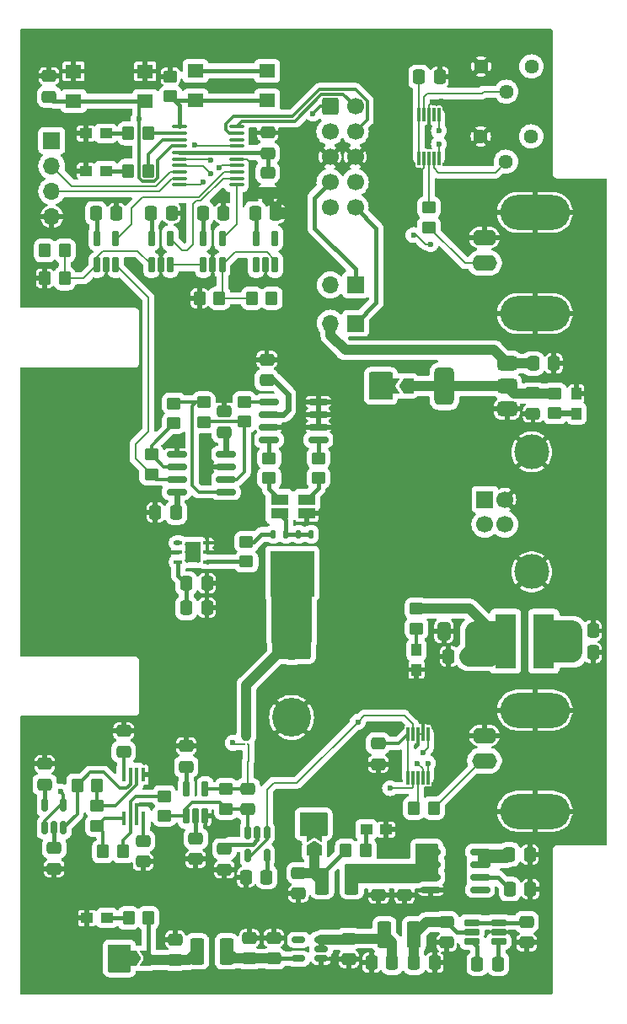
<source format=gbr>
%TF.GenerationSoftware,KiCad,Pcbnew,8.0.0*%
%TF.CreationDate,2024-10-24T21:57:34+02:00*%
%TF.ProjectId,Profiler energetyczny urz_dze_ IoT,50726f66-696c-4657-9220-656e65726765,rev?*%
%TF.SameCoordinates,Original*%
%TF.FileFunction,Copper,L1,Top*%
%TF.FilePolarity,Positive*%
%FSLAX46Y46*%
G04 Gerber Fmt 4.6, Leading zero omitted, Abs format (unit mm)*
G04 Created by KiCad (PCBNEW 8.0.0) date 2024-10-24 21:57:34*
%MOMM*%
%LPD*%
G01*
G04 APERTURE LIST*
G04 Aperture macros list*
%AMRoundRect*
0 Rectangle with rounded corners*
0 $1 Rounding radius*
0 $2 $3 $4 $5 $6 $7 $8 $9 X,Y pos of 4 corners*
0 Add a 4 corners polygon primitive as box body*
4,1,4,$2,$3,$4,$5,$6,$7,$8,$9,$2,$3,0*
0 Add four circle primitives for the rounded corners*
1,1,$1+$1,$2,$3*
1,1,$1+$1,$4,$5*
1,1,$1+$1,$6,$7*
1,1,$1+$1,$8,$9*
0 Add four rect primitives between the rounded corners*
20,1,$1+$1,$2,$3,$4,$5,0*
20,1,$1+$1,$4,$5,$6,$7,0*
20,1,$1+$1,$6,$7,$8,$9,0*
20,1,$1+$1,$8,$9,$2,$3,0*%
%AMFreePoly0*
4,1,6,1.000000,0.000000,0.500000,-0.750000,-0.500000,-0.750000,-0.500000,0.750000,0.500000,0.750000,1.000000,0.000000,1.000000,0.000000,$1*%
%AMFreePoly1*
4,1,6,0.500000,-0.750000,-0.650000,-0.750000,-0.150000,0.000000,-0.650000,0.750000,0.500000,0.750000,0.500000,-0.750000,0.500000,-0.750000,$1*%
G04 Aperture macros list end*
%TA.AperFunction,SMDPad,CuDef*%
%ADD10RoundRect,0.250000X-0.337500X-0.475000X0.337500X-0.475000X0.337500X0.475000X-0.337500X0.475000X0*%
%TD*%
%TA.AperFunction,SMDPad,CuDef*%
%ADD11RoundRect,0.250000X-0.350000X-0.450000X0.350000X-0.450000X0.350000X0.450000X-0.350000X0.450000X0*%
%TD*%
%TA.AperFunction,SMDPad,CuDef*%
%ADD12RoundRect,0.100000X-0.325000X-0.100000X0.325000X-0.100000X0.325000X0.100000X-0.325000X0.100000X0*%
%TD*%
%TA.AperFunction,HeatsinkPad*%
%ADD13C,0.500000*%
%TD*%
%TA.AperFunction,HeatsinkPad*%
%ADD14R,1.650000X2.150000*%
%TD*%
%TA.AperFunction,SMDPad,CuDef*%
%ADD15RoundRect,0.375000X0.625000X0.375000X-0.625000X0.375000X-0.625000X-0.375000X0.625000X-0.375000X0*%
%TD*%
%TA.AperFunction,SMDPad,CuDef*%
%ADD16RoundRect,0.500000X0.500000X1.400000X-0.500000X1.400000X-0.500000X-1.400000X0.500000X-1.400000X0*%
%TD*%
%TA.AperFunction,SMDPad,CuDef*%
%ADD17RoundRect,0.250000X0.350000X0.450000X-0.350000X0.450000X-0.350000X-0.450000X0.350000X-0.450000X0*%
%TD*%
%TA.AperFunction,SMDPad,CuDef*%
%ADD18RoundRect,0.250000X-0.475000X0.337500X-0.475000X-0.337500X0.475000X-0.337500X0.475000X0.337500X0*%
%TD*%
%TA.AperFunction,SMDPad,CuDef*%
%ADD19RoundRect,0.250000X0.475000X-0.337500X0.475000X0.337500X-0.475000X0.337500X-0.475000X-0.337500X0*%
%TD*%
%TA.AperFunction,ComponentPad*%
%ADD20RoundRect,0.250000X-0.600000X-0.600000X0.600000X-0.600000X0.600000X0.600000X-0.600000X0.600000X0*%
%TD*%
%TA.AperFunction,ComponentPad*%
%ADD21C,1.700000*%
%TD*%
%TA.AperFunction,SMDPad,CuDef*%
%ADD22R,1.000000X1.200000*%
%TD*%
%TA.AperFunction,SMDPad,CuDef*%
%ADD23RoundRect,0.162500X0.162500X-0.617500X0.162500X0.617500X-0.162500X0.617500X-0.162500X-0.617500X0*%
%TD*%
%TA.AperFunction,ComponentPad*%
%ADD24R,1.700000X1.700000*%
%TD*%
%TA.AperFunction,ComponentPad*%
%ADD25O,1.700000X1.700000*%
%TD*%
%TA.AperFunction,SMDPad,CuDef*%
%ADD26RoundRect,0.250000X0.450000X-0.350000X0.450000X0.350000X-0.450000X0.350000X-0.450000X-0.350000X0*%
%TD*%
%TA.AperFunction,SMDPad,CuDef*%
%ADD27RoundRect,0.250000X-0.450000X0.350000X-0.450000X-0.350000X0.450000X-0.350000X0.450000X0.350000X0*%
%TD*%
%TA.AperFunction,SMDPad,CuDef*%
%ADD28RoundRect,0.250001X0.462499X1.074999X-0.462499X1.074999X-0.462499X-1.074999X0.462499X-1.074999X0*%
%TD*%
%TA.AperFunction,ComponentPad*%
%ADD29C,3.500000*%
%TD*%
%TA.AperFunction,SMDPad,CuDef*%
%ADD30R,1.600000X1.400000*%
%TD*%
%TA.AperFunction,SMDPad,CuDef*%
%ADD31RoundRect,0.150000X0.150000X-0.512500X0.150000X0.512500X-0.150000X0.512500X-0.150000X-0.512500X0*%
%TD*%
%TA.AperFunction,ComponentPad*%
%ADD32C,1.440000*%
%TD*%
%TA.AperFunction,SMDPad,CuDef*%
%ADD33R,1.750000X1.100000*%
%TD*%
%TA.AperFunction,SMDPad,CuDef*%
%ADD34R,0.215000X0.270000*%
%TD*%
%TA.AperFunction,SMDPad,CuDef*%
%ADD35R,0.500000X0.320000*%
%TD*%
%TA.AperFunction,SMDPad,CuDef*%
%ADD36RoundRect,0.250000X0.337500X0.475000X-0.337500X0.475000X-0.337500X-0.475000X0.337500X-0.475000X0*%
%TD*%
%TA.AperFunction,SMDPad,CuDef*%
%ADD37R,1.200000X1.000000*%
%TD*%
%TA.AperFunction,SMDPad,CuDef*%
%ADD38RoundRect,0.162500X-0.617500X-0.162500X0.617500X-0.162500X0.617500X0.162500X-0.617500X0.162500X0*%
%TD*%
%TA.AperFunction,ComponentPad*%
%ADD39RoundRect,0.250002X-1.699998X1.699998X-1.699998X-1.699998X1.699998X-1.699998X1.699998X1.699998X0*%
%TD*%
%TA.AperFunction,ComponentPad*%
%ADD40C,3.900000*%
%TD*%
%TA.AperFunction,SMDPad,CuDef*%
%ADD41R,0.300000X1.400000*%
%TD*%
%TA.AperFunction,SMDPad,CuDef*%
%ADD42RoundRect,0.100000X-0.637500X-0.100000X0.637500X-0.100000X0.637500X0.100000X-0.637500X0.100000X0*%
%TD*%
%TA.AperFunction,ComponentPad*%
%ADD43O,2.500000X1.600000*%
%TD*%
%TA.AperFunction,ComponentPad*%
%ADD44O,7.000000X3.500000*%
%TD*%
%TA.AperFunction,SMDPad,CuDef*%
%ADD45R,0.450000X1.450000*%
%TD*%
%TA.AperFunction,SMDPad,CuDef*%
%ADD46RoundRect,0.150000X-0.825000X-0.150000X0.825000X-0.150000X0.825000X0.150000X-0.825000X0.150000X0*%
%TD*%
%TA.AperFunction,HeatsinkPad*%
%ADD47R,2.290000X3.000000*%
%TD*%
%TA.AperFunction,SMDPad,CuDef*%
%ADD48RoundRect,0.150000X0.825000X0.150000X-0.825000X0.150000X-0.825000X-0.150000X0.825000X-0.150000X0*%
%TD*%
%TA.AperFunction,SMDPad,CuDef*%
%ADD49RoundRect,0.125000X-0.125000X0.300000X-0.125000X-0.300000X0.125000X-0.300000X0.125000X0.300000X0*%
%TD*%
%TA.AperFunction,SMDPad,CuDef*%
%ADD50R,4.410000X4.550000*%
%TD*%
%TA.AperFunction,SMDPad,CuDef*%
%ADD51RoundRect,0.150000X0.512500X0.150000X-0.512500X0.150000X-0.512500X-0.150000X0.512500X-0.150000X0*%
%TD*%
%TA.AperFunction,SMDPad,CuDef*%
%ADD52RoundRect,0.250000X0.412500X0.650000X-0.412500X0.650000X-0.412500X-0.650000X0.412500X-0.650000X0*%
%TD*%
%TA.AperFunction,SMDPad,CuDef*%
%ADD53FreePoly0,0.000000*%
%TD*%
%TA.AperFunction,SMDPad,CuDef*%
%ADD54FreePoly1,0.000000*%
%TD*%
%TA.AperFunction,SMDPad,CuDef*%
%ADD55R,2.150000X5.500000*%
%TD*%
%TA.AperFunction,SMDPad,CuDef*%
%ADD56FreePoly0,90.000000*%
%TD*%
%TA.AperFunction,SMDPad,CuDef*%
%ADD57FreePoly1,90.000000*%
%TD*%
%TA.AperFunction,SMDPad,CuDef*%
%ADD58RoundRect,0.150000X-0.150000X0.512500X-0.150000X-0.512500X0.150000X-0.512500X0.150000X0.512500X0*%
%TD*%
%TA.AperFunction,SMDPad,CuDef*%
%ADD59FreePoly0,180.000000*%
%TD*%
%TA.AperFunction,SMDPad,CuDef*%
%ADD60FreePoly1,180.000000*%
%TD*%
%TA.AperFunction,SMDPad,CuDef*%
%ADD61RoundRect,0.250001X-0.462499X-1.074999X0.462499X-1.074999X0.462499X1.074999X-0.462499X1.074999X0*%
%TD*%
%TA.AperFunction,ViaPad*%
%ADD62C,0.400000*%
%TD*%
%TA.AperFunction,ViaPad*%
%ADD63C,0.600000*%
%TD*%
%TA.AperFunction,Conductor*%
%ADD64C,0.457200*%
%TD*%
%TA.AperFunction,Conductor*%
%ADD65C,2.032000*%
%TD*%
%TA.AperFunction,Conductor*%
%ADD66C,1.000000*%
%TD*%
%TA.AperFunction,Conductor*%
%ADD67C,0.200000*%
%TD*%
%TA.AperFunction,Conductor*%
%ADD68C,0.304800*%
%TD*%
%TA.AperFunction,Conductor*%
%ADD69C,0.609600*%
%TD*%
%TA.AperFunction,Conductor*%
%ADD70C,4.064000*%
%TD*%
G04 APERTURE END LIST*
D10*
%TO.P,C41,1*%
%TO.N,+3.3V*%
X113890000Y-84250000D03*
%TO.P,C41,2*%
%TO.N,GND*%
X115965000Y-84250000D03*
%TD*%
D11*
%TO.P,R3,1*%
%TO.N,Net-(D2-A)*%
X106397500Y-79985000D03*
%TO.P,R3,2*%
%TO.N,Net-(U2-PF1)*%
X108397500Y-79985000D03*
%TD*%
D10*
%TO.P,C18,1*%
%TO.N,+5V*%
X112212500Y-123887500D03*
%TO.P,C18,2*%
%TO.N,GND*%
X114287500Y-123887500D03*
%TD*%
D12*
%TO.P,U7,1,IN*%
%TO.N,/Pomiar pr\u0105du/M2*%
X111400000Y-117365000D03*
%TO.P,U7,2,VEE*%
%TO.N,GND*%
X111400000Y-118315000D03*
%TO.P,U7,3,VCC*%
%TO.N,+5V*%
X111400000Y-119265000D03*
%TO.P,U7,4,OUT*%
%TO.N,Net-(U7-OUT)*%
X114300000Y-119265000D03*
%TO.P,U7,5,IN_REF*%
%TO.N,GND*%
X114300000Y-118315000D03*
%TO.P,U7,6,INB*%
X114300000Y-117365000D03*
D13*
%TO.P,U7,9*%
%TO.N,N/C*%
X112305000Y-117515000D03*
X112305000Y-118315000D03*
X112305000Y-119115000D03*
D14*
X112850000Y-118315000D03*
D13*
X113405000Y-117515000D03*
X113405000Y-118315000D03*
X113405000Y-119115000D03*
%TD*%
D10*
%TO.P,C12,1*%
%TO.N,+5VA*%
X144662500Y-148675000D03*
%TO.P,C12,2*%
%TO.N,GND*%
X146737500Y-148675000D03*
%TD*%
D15*
%TO.P,U4,1,GND*%
%TO.N,GND*%
X144450000Y-103925000D03*
%TO.P,U4,2,VO*%
%TO.N,Net-(JP2-A)*%
X144450000Y-101625000D03*
D16*
X138150000Y-101625000D03*
D15*
%TO.P,U4,3,VI*%
%TO.N,+5V*%
X144450000Y-99325000D03*
%TD*%
D17*
%TO.P,R31,1*%
%TO.N,Net-(U19--)*%
X115550000Y-92800000D03*
%TO.P,R31,2*%
%TO.N,GND*%
X113550000Y-92800000D03*
%TD*%
D18*
%TO.P,C36,1*%
%TO.N,-2V5*%
X107862500Y-147312500D03*
%TO.P,C36,2*%
%TO.N,GND*%
X107862500Y-149387500D03*
%TD*%
D19*
%TO.P,C3,1*%
%TO.N,+3.3V*%
X120387500Y-78237500D03*
%TO.P,C3,2*%
%TO.N,GND*%
X120387500Y-76162500D03*
%TD*%
D20*
%TO.P,U1,1,~{RESET}*%
%TO.N,Net-(U1-~{RESET})*%
X126647500Y-73520000D03*
D21*
%TO.P,U1,2,SWCLK*%
%TO.N,Net-(D15-A2)*%
X129187500Y-73520000D03*
%TO.P,U1,3,SWIM*%
%TO.N,unconnected-(U1-SWIM-Pad3)*%
X126647500Y-76060000D03*
%TO.P,U1,4,SWDIO*%
%TO.N,Net-(D16-A2)*%
X129187500Y-76060000D03*
%TO.P,U1,5,GND*%
%TO.N,GND*%
X126647500Y-78600000D03*
%TO.P,U1,6,GND*%
X129187500Y-78600000D03*
%TO.P,U1,7,3.3V*%
%TO.N,3.3V*%
X126647500Y-81140000D03*
%TO.P,U1,8,3.3V*%
X129187500Y-81140000D03*
%TO.P,U1,9,5V*%
%TO.N,5V*%
X126647500Y-83680000D03*
%TO.P,U1,10,5V*%
X129187500Y-83680000D03*
%TD*%
D22*
%TO.P,D3,1,K*%
%TO.N,GND*%
X135350000Y-130100000D03*
%TO.P,D3,2,A*%
%TO.N,Net-(D3-A)*%
X135350000Y-128100000D03*
%TD*%
D19*
%TO.P,C35,1*%
%TO.N,+2V5*%
X105912500Y-138337500D03*
%TO.P,C35,2*%
%TO.N,GND*%
X105912500Y-136262500D03*
%TD*%
%TO.P,C28,1*%
%TO.N,Net-(U8-+)*%
X118400000Y-144137500D03*
%TO.P,C28,2*%
%TO.N,Net-(Q2-S)*%
X118400000Y-142062500D03*
%TD*%
D23*
%TO.P,U18,1,+*%
%TO.N,Net-(U17-+)*%
X103227500Y-89450000D03*
%TO.P,U18,2,V-*%
%TO.N,GND*%
X104177500Y-89450000D03*
%TO.P,U18,3,-*%
%TO.N,/Pomiar pr\u0105du/V3*%
X105127500Y-89450000D03*
%TO.P,U18,4*%
%TO.N,/Sterowanie/DW3*%
X105127500Y-86750000D03*
%TO.P,U18,5,V+*%
%TO.N,+3.3V*%
X103227500Y-86750000D03*
%TD*%
D17*
%TO.P,R21,1*%
%TO.N,Net-(U10B--)*%
X103250000Y-141712500D03*
%TO.P,R21,2*%
%TO.N,Net-(U13-+)*%
X101250000Y-141712500D03*
%TD*%
D24*
%TO.P,J3,1,Pin_1*%
%TO.N,3.3V*%
X129225000Y-91450000D03*
D25*
%TO.P,J3,2,Pin_2*%
%TO.N,+3.3V*%
X126685000Y-91450000D03*
%TD*%
D10*
%TO.P,C44,1*%
%TO.N,+5VA*%
X151000000Y-126200000D03*
%TO.P,C44,2*%
%TO.N,GND*%
X153075000Y-126200000D03*
%TD*%
D26*
%TO.P,R19,1*%
%TO.N,Net-(R17-Pad2)*%
X103250000Y-145812500D03*
%TO.P,R19,2*%
%TO.N,Net-(U10B--)*%
X103250000Y-143812500D03*
%TD*%
D11*
%TO.P,R28,1*%
%TO.N,+2V5*%
X98000000Y-88000000D03*
%TO.P,R28,2*%
%TO.N,Net-(U17-+)*%
X100000000Y-88000000D03*
%TD*%
D27*
%TO.P,R12,1*%
%TO.N,Net-(Q1-G)*%
X118250000Y-117250000D03*
%TO.P,R12,2*%
%TO.N,Net-(U7-OUT)*%
X118250000Y-119250000D03*
%TD*%
D26*
%TO.P,R7,1*%
%TO.N,Net-(U8-+)*%
X110000000Y-144800000D03*
%TO.P,R7,2*%
%TO.N,Net-(U10A--)*%
X110000000Y-142800000D03*
%TD*%
D28*
%TO.P,L4,1,1*%
%TO.N,Net-(U3-Vout)*%
X135087500Y-156700000D03*
%TO.P,L4,2,2*%
%TO.N,-3V*%
X132112500Y-156700000D03*
%TD*%
D10*
%TO.P,C40,1*%
%TO.N,+3.3V*%
X119140000Y-84250000D03*
%TO.P,C40,2*%
%TO.N,GND*%
X121215000Y-84250000D03*
%TD*%
D19*
%TO.P,C31,1*%
%TO.N,+2V5*%
X97987500Y-141650000D03*
%TO.P,C31,2*%
%TO.N,GND*%
X97987500Y-139575000D03*
%TD*%
D24*
%TO.P,J1,1,VBUS*%
%TO.N,+5V*%
X142222500Y-113000000D03*
D21*
%TO.P,J1,2,D-*%
%TO.N,unconnected-(J1-D--Pad2)*%
X142222500Y-115500000D03*
%TO.P,J1,3,D+*%
%TO.N,unconnected-(J1-D+-Pad3)*%
X144222500Y-115500000D03*
%TO.P,J1,4,GND*%
%TO.N,GND*%
X144222500Y-113000000D03*
D29*
%TO.P,J1,5,Shield*%
X146932500Y-108230000D03*
X146932500Y-120270000D03*
%TD*%
D17*
%TO.P,R9,1*%
%TO.N,Net-(D5-A)*%
X130250000Y-148250000D03*
%TO.P,R9,2*%
%TO.N,Net-(JP3-A)*%
X128250000Y-148250000D03*
%TD*%
D28*
%TO.P,L2,1,1*%
%TO.N,Net-(U5-SENSE{slash}ADJ)*%
X128837500Y-151350000D03*
%TO.P,L2,2,2*%
%TO.N,Net-(JP3-A)*%
X125862500Y-151350000D03*
%TD*%
D18*
%TO.P,C2,1*%
%TO.N,GND*%
X98427500Y-70462500D03*
%TO.P,C2,2*%
%TO.N,Net-(U1-~{RESET})*%
X98427500Y-72537500D03*
%TD*%
D30*
%TO.P,SW1,1,1*%
%TO.N,GND*%
X100900000Y-69985000D03*
X108100000Y-69985000D03*
%TO.P,SW1,2,2*%
%TO.N,Net-(U1-~{RESET})*%
X100900000Y-72985000D03*
X108100000Y-72985000D03*
%TD*%
D31*
%TO.P,U13,1*%
%TO.N,/Pomiar pr\u0105du/V1*%
X97987500Y-146000000D03*
%TO.P,U13,2,V-*%
%TO.N,-2V5*%
X98937500Y-146000000D03*
%TO.P,U13,3,+*%
%TO.N,Net-(U13-+)*%
X99887500Y-146000000D03*
%TO.P,U13,4,-*%
%TO.N,/Pomiar pr\u0105du/V1*%
X99887500Y-143725000D03*
%TO.P,U13,5,V+*%
%TO.N,+2V5*%
X97987500Y-143725000D03*
%TD*%
D19*
%TO.P,C10,1*%
%TO.N,GND*%
X131550000Y-152737500D03*
%TO.P,C10,2*%
%TO.N,Net-(U5-SENSE{slash}ADJ)*%
X131550000Y-150662500D03*
%TD*%
D23*
%TO.P,U20,1,+*%
%TO.N,/Pomiar pr\u0105du/V2*%
X113927500Y-89450000D03*
%TO.P,U20,2,V-*%
%TO.N,GND*%
X114877500Y-89450000D03*
%TO.P,U20,3,-*%
%TO.N,Net-(U19--)*%
X115827500Y-89450000D03*
%TO.P,U20,4*%
%TO.N,/Sterowanie/UP2*%
X115827500Y-86750000D03*
%TO.P,U20,5,V+*%
%TO.N,+3.3V*%
X113927500Y-86750000D03*
%TD*%
D26*
%TO.P,R8,1*%
%TO.N,Net-(D4-A)*%
X149250000Y-104350000D03*
%TO.P,R8,2*%
%TO.N,Net-(JP2-A)*%
X149250000Y-102350000D03*
%TD*%
D32*
%TO.P,RV1,1,1*%
%TO.N,+2V5*%
X146900000Y-69500000D03*
%TO.P,RV1,2,2*%
%TO.N,Net-(U21-S3)*%
X144360000Y-72040000D03*
%TO.P,RV1,3,3*%
%TO.N,GND*%
X141820000Y-69500000D03*
%TD*%
D10*
%TO.P,C38,1*%
%TO.N,+3.3V*%
X103140000Y-84250000D03*
%TO.P,C38,2*%
%TO.N,GND*%
X105215000Y-84250000D03*
%TD*%
D26*
%TO.P,R16,1*%
%TO.N,Net-(R16-Pad1)*%
X125500000Y-110850000D03*
%TO.P,R16,2*%
%TO.N,Net-(U9--)*%
X125500000Y-108850000D03*
%TD*%
D24*
%TO.P,J2,1,Pin_1*%
%TO.N,5V*%
X129225000Y-95300000D03*
D25*
%TO.P,J2,2,Pin_2*%
%TO.N,+5V*%
X126685000Y-95300000D03*
%TD*%
D23*
%TO.P,U19,1,+*%
%TO.N,/Pomiar pr\u0105du/V1*%
X119227500Y-89450000D03*
%TO.P,U19,2,V-*%
%TO.N,GND*%
X120177500Y-89450000D03*
%TO.P,U19,3,-*%
%TO.N,Net-(U19--)*%
X121127500Y-89450000D03*
%TO.P,U19,4*%
%TO.N,/Sterowanie/UP1*%
X121127500Y-86750000D03*
%TO.P,U19,5,V+*%
%TO.N,+3.3V*%
X119227500Y-86750000D03*
%TD*%
D19*
%TO.P,C13,1*%
%TO.N,GND*%
X128537500Y-159187500D03*
%TO.P,C13,2*%
%TO.N,-3V*%
X128537500Y-157112500D03*
%TD*%
D26*
%TO.P,R27,1*%
%TO.N,Net-(U8-+)*%
X116200000Y-144100000D03*
%TO.P,R27,2*%
%TO.N,Net-(Q2-S)*%
X116200000Y-142100000D03*
%TD*%
D18*
%TO.P,C6,1*%
%TO.N,+5VA*%
X146400000Y-155450000D03*
%TO.P,C6,2*%
%TO.N,GND*%
X146400000Y-157525000D03*
%TD*%
%TO.P,C16,1*%
%TO.N,Net-(U5-SENSE{slash}ADJ)*%
X134150000Y-150662500D03*
%TO.P,C16,2*%
%TO.N,GND*%
X134150000Y-152737500D03*
%TD*%
D26*
%TO.P,R4,1*%
%TO.N,Net-(D3-A)*%
X135350000Y-125950000D03*
%TO.P,R4,2*%
%TO.N,+5V*%
X135350000Y-123950000D03*
%TD*%
D33*
%TO.P,R32,1,1*%
%TO.N,Net-(Q1-S-Pad1)*%
X121575000Y-114400000D03*
%TO.P,R32,2,2*%
%TO.N,Net-(R15-Pad2)*%
X121575000Y-113000000D03*
%TO.P,R32,3,3*%
%TO.N,Net-(R16-Pad1)*%
X124325000Y-113000000D03*
%TO.P,R32,4,4*%
%TO.N,GND*%
X124325000Y-114400000D03*
%TD*%
D34*
%TO.P,Q2,1,G*%
%TO.N,Net-(Q2-G)*%
X118040000Y-137565000D03*
%TO.P,Q2,2,S*%
%TO.N,Net-(Q2-S)*%
X118405000Y-137565000D03*
D35*
%TO.P,Q2,3,D*%
%TO.N,/Pomiar pr\u0105du/IN+*%
X118222500Y-137055000D03*
%TD*%
D27*
%TO.P,R15,1*%
%TO.N,Net-(U9-+)*%
X120550000Y-108850000D03*
%TO.P,R15,2*%
%TO.N,Net-(R15-Pad2)*%
X120550000Y-110850000D03*
%TD*%
D36*
%TO.P,C7,1*%
%TO.N,Net-(U3-C-)*%
X143537500Y-159650000D03*
%TO.P,C7,2*%
%TO.N,Net-(U3-C+)*%
X141462500Y-159650000D03*
%TD*%
D18*
%TO.P,C4,1*%
%TO.N,+3.3V*%
X120400000Y-80162500D03*
%TO.P,C4,2*%
%TO.N,GND*%
X120400000Y-82237500D03*
%TD*%
D37*
%TO.P,D2,1,K*%
%TO.N,GND*%
X102137500Y-79985000D03*
%TO.P,D2,2,A*%
%TO.N,Net-(D2-A)*%
X104137500Y-79985000D03*
%TD*%
D38*
%TO.P,U3,1,Vin*%
%TO.N,+5VA*%
X140912500Y-155500000D03*
%TO.P,U3,2,Vout*%
%TO.N,Net-(U3-Vout)*%
X140912500Y-156450000D03*
%TO.P,U3,3,C+*%
%TO.N,Net-(U3-C+)*%
X140912500Y-157400000D03*
%TO.P,U3,4,C-*%
%TO.N,Net-(U3-C-)*%
X143612500Y-157400000D03*
%TO.P,U3,5,GND*%
%TO.N,GND*%
X143612500Y-156450000D03*
%TO.P,U3,6,SHDN\u002A*%
%TO.N,+5VA*%
X143612500Y-155500000D03*
%TD*%
D37*
%TO.P,D5,1,K*%
%TO.N,GND*%
X132300000Y-146150000D03*
%TO.P,D5,2,A*%
%TO.N,Net-(D5-A)*%
X130300000Y-146150000D03*
%TD*%
D19*
%TO.P,C34,1*%
%TO.N,-2V5*%
X116000000Y-106237500D03*
%TO.P,C34,2*%
%TO.N,GND*%
X116000000Y-104162500D03*
%TD*%
D17*
%TO.P,R10,1*%
%TO.N,Net-(JP4-B)*%
X108412500Y-155050000D03*
%TO.P,R10,2*%
%TO.N,Net-(D6-K)*%
X106412500Y-155050000D03*
%TD*%
D27*
%TO.P,R6,1*%
%TO.N,Net-(U21-D)*%
X136600000Y-83650000D03*
%TO.P,R6,2*%
%TO.N,/Sterowanie/Uz*%
X136600000Y-85650000D03*
%TD*%
D18*
%TO.P,C14,1*%
%TO.N,Net-(JP2-A)*%
X147050000Y-102325000D03*
%TO.P,C14,2*%
%TO.N,GND*%
X147050000Y-104400000D03*
%TD*%
D23*
%TO.P,U14,1*%
%TO.N,Net-(U8-+)*%
X112212500Y-144800000D03*
%TO.P,U14,2,V-*%
%TO.N,-2V5*%
X113162500Y-144800000D03*
%TO.P,U14,3,+*%
%TO.N,GND*%
X114112500Y-144800000D03*
%TO.P,U14,4,-*%
%TO.N,Net-(Q2-S)*%
X114112500Y-142100000D03*
%TO.P,U14,5,V+*%
%TO.N,+2V5*%
X112212500Y-142100000D03*
%TD*%
D10*
%TO.P,C19,1*%
%TO.N,+5V*%
X112212500Y-121437500D03*
%TO.P,C19,2*%
%TO.N,GND*%
X114287500Y-121437500D03*
%TD*%
D39*
%TO.P,J5,1,Pin_1*%
%TO.N,/Pomiar pr\u0105du/IN+*%
X122800000Y-127100000D03*
D40*
%TO.P,J5,2,Pin_2*%
%TO.N,GND*%
X122800000Y-134900000D03*
%TD*%
D18*
%TO.P,C23,1*%
%TO.N,GND*%
X118550000Y-157062500D03*
%TO.P,C23,2*%
%TO.N,Net-(U6-VOUT)*%
X118550000Y-159137500D03*
%TD*%
D17*
%TO.P,R17,1*%
%TO.N,Net-(U10A--)*%
X105850000Y-148362500D03*
%TO.P,R17,2*%
%TO.N,Net-(R17-Pad2)*%
X103850000Y-148362500D03*
%TD*%
D22*
%TO.P,D4,1,K*%
%TO.N,GND*%
X151400000Y-102362500D03*
%TO.P,D4,2,A*%
%TO.N,Net-(D4-A)*%
X151400000Y-104362500D03*
%TD*%
D23*
%TO.P,U17,1,+*%
%TO.N,Net-(U17-+)*%
X108715000Y-89450000D03*
%TO.P,U17,2,V-*%
%TO.N,GND*%
X109665000Y-89450000D03*
%TO.P,U17,3,-*%
%TO.N,/Pomiar pr\u0105du/V2*%
X110615000Y-89450000D03*
%TO.P,U17,4*%
%TO.N,/Sterowanie/DW2*%
X110615000Y-86750000D03*
%TO.P,U17,5,V+*%
%TO.N,+3.3V*%
X108715000Y-86750000D03*
%TD*%
D41*
%TO.P,U21,1,A0*%
%TO.N,/Sterowanie/A0*%
X137600000Y-74350000D03*
%TO.P,U21,2,S1*%
%TO.N,unconnected-(U21-S1-Pad2)*%
X137100000Y-74350000D03*
%TO.P,U21,3,GND*%
%TO.N,GND*%
X136600000Y-74350000D03*
%TO.P,U21,4,S3*%
%TO.N,Net-(U21-S3)*%
X136100000Y-74350000D03*
%TO.P,U21,5,EN*%
%TO.N,+3.3V*%
X135600000Y-74350000D03*
%TO.P,U21,6,VDD*%
X135600000Y-78750000D03*
%TO.P,U21,7,S4*%
%TO.N,GND*%
X136100000Y-78750000D03*
%TO.P,U21,8,D*%
%TO.N,Net-(U21-D)*%
X136600000Y-78750000D03*
%TO.P,U21,9,S2*%
%TO.N,Net-(U21-S2)*%
X137100000Y-78750000D03*
%TO.P,U21,10,A1*%
%TO.N,/Sterowanie/A1*%
X137600000Y-78750000D03*
%TD*%
D36*
%TO.P,C5,1*%
%TO.N,+2V5*%
X120287500Y-150950000D03*
%TO.P,C5,2*%
%TO.N,GND*%
X118212500Y-150950000D03*
%TD*%
D27*
%TO.P,R22,1*%
%TO.N,Net-(R20-Pad1)*%
X110972500Y-103350000D03*
%TO.P,R22,2*%
%TO.N,Net-(U11B--)*%
X110972500Y-105350000D03*
%TD*%
D37*
%TO.P,D1,1,K*%
%TO.N,GND*%
X102137500Y-76235000D03*
%TO.P,D1,2,A*%
%TO.N,Net-(D1-A)*%
X104137500Y-76235000D03*
%TD*%
D18*
%TO.P,C21,1*%
%TO.N,GND*%
X111100000Y-157212500D03*
%TO.P,C21,2*%
%TO.N,Net-(JP4-B)*%
X111100000Y-159287500D03*
%TD*%
D42*
%TO.P,U2,1,BOOT0*%
%TO.N,Net-(U2-BOOT0)*%
X111525000Y-75560000D03*
%TO.P,U2,2,PF0*%
%TO.N,Net-(U2-PF0)*%
X111525000Y-76210000D03*
%TO.P,U2,3,PF1*%
%TO.N,Net-(U2-PF1)*%
X111525000Y-76860000D03*
%TO.P,U2,4,NRST*%
%TO.N,Net-(U1-~{RESET})*%
X111525000Y-77510000D03*
%TO.P,U2,5,VDDA*%
%TO.N,+3.3V*%
X111525000Y-78160000D03*
%TO.P,U2,6,PA0*%
%TO.N,/Sterowanie/A0*%
X111525000Y-78810000D03*
%TO.P,U2,7,PA1*%
%TO.N,/Sterowanie/A1*%
X111525000Y-79460000D03*
%TO.P,U2,8,PA2*%
%TO.N,Net-(D19-A2)*%
X111525000Y-80110000D03*
%TO.P,U2,9,PA3*%
%TO.N,Net-(D20-A2)*%
X111525000Y-80760000D03*
%TO.P,U2,10,PA4*%
%TO.N,/Sterowanie/UP1*%
X111525000Y-81410000D03*
%TO.P,U2,11,PA5*%
%TO.N,/Sterowanie/UP2*%
X117250000Y-81410000D03*
%TO.P,U2,12,PA6*%
%TO.N,/Sterowanie/DW2*%
X117250000Y-80760000D03*
%TO.P,U2,13,PA7*%
%TO.N,/Sterowanie/DW3*%
X117250000Y-80110000D03*
%TO.P,U2,14,PB1*%
%TO.N,/Pomiar pr\u0105du/M1*%
X117250000Y-79460000D03*
%TO.P,U2,15,VSS*%
%TO.N,GND*%
X117250000Y-78810000D03*
%TO.P,U2,16,VDD*%
%TO.N,+3.3V*%
X117250000Y-78160000D03*
%TO.P,U2,17,PA9*%
%TO.N,/Pomiar pr\u0105du/M2*%
X117250000Y-77510000D03*
%TO.P,U2,18,PA10*%
%TO.N,/M3*%
X117250000Y-76860000D03*
%TO.P,U2,19,PA13*%
%TO.N,Net-(D16-A2)*%
X117250000Y-76210000D03*
%TO.P,U2,20,PA14*%
%TO.N,Net-(D15-A2)*%
X117250000Y-75560000D03*
%TD*%
D43*
%TO.P,J7,1,In*%
%TO.N,/Sterowanie/Uz*%
X142170000Y-89250000D03*
D44*
%TO.P,J7,2,Ext*%
%TO.N,GND*%
X147250000Y-84170000D03*
D43*
X142170000Y-86710000D03*
D44*
X147250000Y-94330000D03*
%TD*%
D45*
%TO.P,U10,1*%
%TO.N,Net-(R17-Pad2)*%
X105937500Y-145050000D03*
%TO.P,U10,2,-*%
%TO.N,Net-(U10A--)*%
X106587500Y-145050000D03*
%TO.P,U10,3,+*%
%TO.N,GND*%
X107237500Y-145050000D03*
%TO.P,U10,4,V-*%
%TO.N,-2V5*%
X107887500Y-145050000D03*
%TO.P,U10,5,+*%
%TO.N,GND*%
X107887500Y-140650000D03*
%TO.P,U10,6,-*%
%TO.N,Net-(U10B--)*%
X107237500Y-140650000D03*
%TO.P,U10,7*%
%TO.N,Net-(U13-+)*%
X106587500Y-140650000D03*
%TO.P,U10,8,V+*%
%TO.N,+2V5*%
X105937500Y-140650000D03*
%TD*%
D27*
%TO.P,R1,1*%
%TO.N,GND*%
X110637500Y-70500000D03*
%TO.P,R1,2*%
%TO.N,Net-(U2-BOOT0)*%
X110637500Y-72500000D03*
%TD*%
D46*
%TO.P,U5,1,VOUT*%
%TO.N,Net-(U5-SENSE{slash}ADJ)*%
X136795000Y-148395000D03*
%TO.P,U5,2,VOUT*%
X136795000Y-149665000D03*
%TO.P,U5,3,SENSE/ADJ*%
X136795000Y-150935000D03*
%TO.P,U5,4,GND*%
%TO.N,GND*%
X136795000Y-152205000D03*
%TO.P,U5,5,EN*%
%TO.N,+5VA*%
X141745000Y-152205000D03*
%TO.P,U5,6,SS*%
%TO.N,Net-(U5-SS)*%
X141745000Y-150935000D03*
%TO.P,U5,7,VIN*%
%TO.N,+5VA*%
X141745000Y-149665000D03*
%TO.P,U5,8,VIN*%
X141745000Y-148395000D03*
D47*
%TO.P,U5,9,GND*%
%TO.N,GND*%
X139270000Y-150300000D03*
%TD*%
D18*
%TO.P,C11,1*%
%TO.N,Net-(U3-Vout)*%
X138362500Y-155450000D03*
%TO.P,C11,2*%
%TO.N,GND*%
X138362500Y-157525000D03*
%TD*%
D48*
%TO.P,U11,1*%
%TO.N,Net-(R20-Pad1)*%
X116197500Y-112255000D03*
%TO.P,U11,2,-*%
%TO.N,Net-(U11A--)*%
X116197500Y-110985000D03*
%TO.P,U11,3,+*%
%TO.N,GND*%
X116197500Y-109715000D03*
%TO.P,U11,4,V-*%
%TO.N,-2V5*%
X116197500Y-108445000D03*
%TO.P,U11,5,+*%
%TO.N,GND*%
X111247500Y-108445000D03*
%TO.P,U11,6,-*%
%TO.N,Net-(U11B--)*%
X111247500Y-109715000D03*
%TO.P,U11,7*%
%TO.N,/Pomiar pr\u0105du/V3*%
X111247500Y-110985000D03*
%TO.P,U11,8,V+*%
%TO.N,+2V5*%
X111247500Y-112255000D03*
%TD*%
D19*
%TO.P,C20,1*%
%TO.N,GND*%
X123500000Y-152587500D03*
%TO.P,C20,2*%
%TO.N,Net-(JP3-A)*%
X123500000Y-150512500D03*
%TD*%
D18*
%TO.P,C17,1*%
%TO.N,GND*%
X121000000Y-157062500D03*
%TO.P,C17,2*%
%TO.N,Net-(U6-VOUT)*%
X121000000Y-159137500D03*
%TD*%
D10*
%TO.P,C15,1*%
%TO.N,Net-(U5-SS)*%
X144712500Y-152150000D03*
%TO.P,C15,2*%
%TO.N,GND*%
X146787500Y-152150000D03*
%TD*%
D27*
%TO.P,R18,1*%
%TO.N,Net-(R18-Pad1)*%
X118050000Y-103200000D03*
%TO.P,R18,2*%
%TO.N,Net-(U11A--)*%
X118050000Y-105200000D03*
%TD*%
D18*
%TO.P,C8,1*%
%TO.N,-2V5*%
X116050000Y-148125000D03*
%TO.P,C8,2*%
%TO.N,GND*%
X116050000Y-150200000D03*
%TD*%
D49*
%TO.P,Q1,1,S*%
%TO.N,Net-(Q1-S-Pad1)*%
X124755000Y-116500000D03*
%TO.P,Q1,2,S*%
X123485000Y-116500000D03*
%TO.P,Q1,3,S*%
X122215000Y-116500000D03*
%TO.P,Q1,4,G*%
%TO.N,Net-(Q1-G)*%
X120945000Y-116500000D03*
D50*
%TO.P,Q1,5,D*%
%TO.N,/Pomiar pr\u0105du/IN+*%
X122850000Y-120450000D03*
%TD*%
D51*
%TO.P,U6,1,GND*%
%TO.N,GND*%
X125775000Y-159137500D03*
%TO.P,U6,2,VIN*%
%TO.N,-3V*%
X125775000Y-158187500D03*
%TO.P,U6,3,EN*%
X125775000Y-157237500D03*
%TO.P,U6,4,NC*%
%TO.N,unconnected-(U6-NC-Pad4)*%
X123500000Y-157237500D03*
%TO.P,U6,5,VOUT*%
%TO.N,Net-(U6-VOUT)*%
X123500000Y-159137500D03*
%TD*%
D32*
%TO.P,RV2,1,1*%
%TO.N,+2V5*%
X146875000Y-76525000D03*
%TO.P,RV2,2,2*%
%TO.N,Net-(U21-S2)*%
X144335000Y-79065000D03*
%TO.P,RV2,3,3*%
%TO.N,GND*%
X141795000Y-76525000D03*
%TD*%
D43*
%TO.P,J6,1,In*%
%TO.N,/Sterowanie/UI*%
X142170000Y-139250000D03*
D44*
%TO.P,J6,2,Ext*%
%TO.N,GND*%
X147250000Y-134170000D03*
D43*
X142170000Y-136710000D03*
D44*
X147250000Y-144330000D03*
%TD*%
D52*
%TO.P,C1,1*%
%TO.N,+5V*%
X141225000Y-126250000D03*
%TO.P,C1,2*%
%TO.N,GND*%
X138100000Y-126250000D03*
%TD*%
D18*
%TO.P,C30,1*%
%TO.N,-2V5*%
X113162500Y-147062500D03*
%TO.P,C30,2*%
%TO.N,GND*%
X113162500Y-149137500D03*
%TD*%
D17*
%TO.P,R29,1*%
%TO.N,Net-(U17-+)*%
X100000000Y-90800000D03*
%TO.P,R29,2*%
%TO.N,GND*%
X98000000Y-90800000D03*
%TD*%
D37*
%TO.P,D6,1,K*%
%TO.N,Net-(D6-K)*%
X104250000Y-155050000D03*
%TO.P,D6,2,A*%
%TO.N,GND*%
X102250000Y-155050000D03*
%TD*%
D18*
%TO.P,C32,1*%
%TO.N,-2V5*%
X98937500Y-148012500D03*
%TO.P,C32,2*%
%TO.N,GND*%
X98937500Y-150087500D03*
%TD*%
D10*
%TO.P,C9,1*%
%TO.N,+5V*%
X147062500Y-99350000D03*
%TO.P,C9,2*%
%TO.N,GND*%
X149137500Y-99350000D03*
%TD*%
D53*
%TO.P,JP4,1,A*%
%TO.N,-2V5*%
X106725000Y-159100000D03*
D54*
%TO.P,JP4,2,B*%
%TO.N,Net-(JP4-B)*%
X108175000Y-159100000D03*
%TD*%
D18*
%TO.P,C39,1*%
%TO.N,+3.3V*%
X131500000Y-137512500D03*
%TO.P,C39,2*%
%TO.N,GND*%
X131500000Y-139587500D03*
%TD*%
D11*
%TO.P,R2,1*%
%TO.N,Net-(D1-A)*%
X106397500Y-76235000D03*
%TO.P,R2,2*%
%TO.N,Net-(U2-PF0)*%
X108397500Y-76235000D03*
%TD*%
D10*
%TO.P,C37,1*%
%TO.N,+3.3V*%
X108677500Y-84250000D03*
%TO.P,C37,2*%
%TO.N,GND*%
X110752500Y-84250000D03*
%TD*%
D55*
%TO.P,L1,1,1*%
%TO.N,+5V*%
X144270000Y-127250000D03*
%TO.P,L1,2,2*%
%TO.N,+5VA*%
X148130000Y-127250000D03*
%TD*%
D36*
%TO.P,C33,1*%
%TO.N,+2V5*%
X111187500Y-114315000D03*
%TO.P,C33,2*%
%TO.N,GND*%
X109112500Y-114315000D03*
%TD*%
D19*
%TO.P,C29,1*%
%TO.N,+2V5*%
X112212500Y-139837500D03*
%TO.P,C29,2*%
%TO.N,GND*%
X112212500Y-137762500D03*
%TD*%
D10*
%TO.P,C24,1*%
%TO.N,GND*%
X130825000Y-159550000D03*
%TO.P,C24,2*%
%TO.N,-3V*%
X132900000Y-159550000D03*
%TD*%
%TO.P,C42,1*%
%TO.N,+3.3V*%
X135612500Y-70550000D03*
%TO.P,C42,2*%
%TO.N,GND*%
X137687500Y-70550000D03*
%TD*%
D19*
%TO.P,C22,1*%
%TO.N,+5VA*%
X120300000Y-101025000D03*
%TO.P,C22,2*%
%TO.N,GND*%
X120300000Y-98950000D03*
%TD*%
D56*
%TO.P,JP3,1,A*%
%TO.N,Net-(JP3-A)*%
X125100000Y-148300000D03*
D57*
%TO.P,JP3,2,B*%
%TO.N,+2V5*%
X125100000Y-146850000D03*
%TD*%
D27*
%TO.P,R20,1*%
%TO.N,Net-(R20-Pad1)*%
X113950000Y-103250000D03*
%TO.P,R20,2*%
%TO.N,Net-(U11A--)*%
X113950000Y-105250000D03*
%TD*%
D17*
%TO.P,R30,1*%
%TO.N,+2V5*%
X120800000Y-92800000D03*
%TO.P,R30,2*%
%TO.N,Net-(U19--)*%
X118800000Y-92800000D03*
%TD*%
D27*
%TO.P,R24,1*%
%TO.N,Net-(U11B--)*%
X108700000Y-108500000D03*
%TO.P,R24,2*%
%TO.N,/Pomiar pr\u0105du/V3*%
X108700000Y-110500000D03*
%TD*%
D58*
%TO.P,U8,1*%
%TO.N,/Pomiar pr\u0105du/V2*%
X120300000Y-146500000D03*
%TO.P,U8,2,V-*%
%TO.N,-2V5*%
X119350000Y-146500000D03*
%TO.P,U8,3,+*%
%TO.N,Net-(U8-+)*%
X118400000Y-146500000D03*
%TO.P,U8,4,-*%
%TO.N,/Pomiar pr\u0105du/V2*%
X118400000Y-148775000D03*
%TO.P,U8,5,V+*%
%TO.N,+2V5*%
X120300000Y-148775000D03*
%TD*%
D59*
%TO.P,JP2,1,A*%
%TO.N,Net-(JP2-A)*%
X134525000Y-101600000D03*
D60*
%TO.P,JP2,2,B*%
%TO.N,+3.3V*%
X133075000Y-101600000D03*
%TD*%
D30*
%TO.P,SW2,1,1*%
%TO.N,+3.3V*%
X113150000Y-69947500D03*
X120350000Y-69947500D03*
%TO.P,SW2,2,2*%
%TO.N,Net-(U2-BOOT0)*%
X113150000Y-72947500D03*
X120350000Y-72947500D03*
%TD*%
D48*
%TO.P,U9,1,-*%
%TO.N,Net-(U9--)*%
X125475000Y-107005000D03*
%TO.P,U9,2,GND*%
%TO.N,GND*%
X125475000Y-105735000D03*
%TO.P,U9,3,REF2*%
X125475000Y-104465000D03*
%TO.P,U9,4,GND*%
X125475000Y-103195000D03*
%TO.P,U9,5*%
%TO.N,Net-(R18-Pad1)*%
X120525000Y-103195000D03*
%TO.P,U9,6,V+*%
%TO.N,+5VA*%
X120525000Y-104465000D03*
%TO.P,U9,7,REF1*%
%TO.N,GND*%
X120525000Y-105735000D03*
%TO.P,U9,8,+*%
%TO.N,Net-(U9-+)*%
X120525000Y-107005000D03*
%TD*%
D36*
%TO.P,C45,1*%
%TO.N,+5V*%
X140650000Y-128750000D03*
%TO.P,C45,2*%
%TO.N,GND*%
X138575000Y-128750000D03*
%TD*%
D41*
%TO.P,U16,1,A0*%
%TO.N,/Sterowanie/A0*%
X136500000Y-136550000D03*
%TO.P,U16,2,S1*%
%TO.N,GND*%
X136000000Y-136550000D03*
%TO.P,U16,3,GND*%
X135500000Y-136550000D03*
%TO.P,U16,4,S3*%
%TO.N,/Pomiar pr\u0105du/V2*%
X135000000Y-136550000D03*
%TO.P,U16,5,EN*%
%TO.N,+3.3V*%
X134500000Y-136550000D03*
%TO.P,U16,6,VDD*%
X134500000Y-140950000D03*
%TO.P,U16,7,S4*%
%TO.N,/Pomiar pr\u0105du/V3*%
X135000000Y-140950000D03*
%TO.P,U16,8,D*%
%TO.N,Net-(U16-D)*%
X135500000Y-140950000D03*
%TO.P,U16,9,S2*%
%TO.N,/Pomiar pr\u0105du/V1*%
X136000000Y-140950000D03*
%TO.P,U16,10,A1*%
%TO.N,/Sterowanie/A1*%
X136500000Y-140950000D03*
%TD*%
D24*
%TO.P,J4,1,Pin_1*%
%TO.N,+3.3V*%
X98702500Y-76950000D03*
D25*
%TO.P,J4,2,Pin_2*%
%TO.N,Net-(D19-A2)*%
X98702500Y-79490000D03*
%TO.P,J4,3,Pin_3*%
%TO.N,Net-(D20-A2)*%
X98702500Y-82030000D03*
%TO.P,J4,4,Pin_4*%
%TO.N,GND*%
X98702500Y-84570000D03*
%TD*%
D10*
%TO.P,C43,1*%
%TO.N,+5VA*%
X151000000Y-128400000D03*
%TO.P,C43,2*%
%TO.N,GND*%
X153075000Y-128400000D03*
%TD*%
D11*
%TO.P,R5,1*%
%TO.N,Net-(U16-D)*%
X135100000Y-144000000D03*
%TO.P,R5,2*%
%TO.N,/Sterowanie/UI*%
X137100000Y-144000000D03*
%TD*%
D61*
%TO.P,L3,1,1*%
%TO.N,Net-(JP4-B)*%
X113312500Y-158400000D03*
%TO.P,L3,2,2*%
%TO.N,Net-(U6-VOUT)*%
X116287500Y-158400000D03*
%TD*%
D36*
%TO.P,C25,1*%
%TO.N,GND*%
X137187500Y-159550000D03*
%TO.P,C25,2*%
%TO.N,Net-(U3-Vout)*%
X135112500Y-159550000D03*
%TD*%
D62*
%TO.N,+5V*%
X143050000Y-127600000D03*
X147400000Y-99650000D03*
X142400000Y-126350000D03*
X143050000Y-126950000D03*
X147400000Y-99050000D03*
X112515000Y-121137500D03*
X142400000Y-128250000D03*
X111915000Y-121137500D03*
X146750000Y-99650000D03*
X111915000Y-121787500D03*
X143050000Y-126350000D03*
X146750000Y-99050000D03*
X142400000Y-127600000D03*
X112515000Y-121787500D03*
X142400000Y-126950000D03*
X143050000Y-128250000D03*
D63*
%TO.N,GND*%
X123050000Y-66750000D03*
X136350000Y-66750000D03*
X142850000Y-161950000D03*
X98350000Y-66750000D03*
X103100000Y-66750000D03*
X135250000Y-161950000D03*
X148700000Y-66750000D03*
X119100000Y-161950000D03*
X137300000Y-66750000D03*
X119250000Y-66750000D03*
X102000000Y-161950000D03*
X109750000Y-66750000D03*
X97400000Y-66750000D03*
X133500000Y-66750000D03*
X130500000Y-161950000D03*
X121950000Y-161950000D03*
X100100000Y-161950000D03*
X105950000Y-66750000D03*
X99150000Y-161950000D03*
X147600000Y-161950000D03*
X124000000Y-66750000D03*
X121000000Y-161950000D03*
X139050000Y-161950000D03*
X103900000Y-161950000D03*
X107850000Y-66750000D03*
D62*
X107250000Y-143662500D03*
D63*
X108650000Y-161950000D03*
X136200000Y-161950000D03*
X137150000Y-161950000D03*
X145700000Y-161950000D03*
X134800000Y-80450000D03*
X122100000Y-66750000D03*
X133350000Y-161950000D03*
X125750000Y-161950000D03*
X98200000Y-161950000D03*
X106750000Y-161950000D03*
X128600000Y-161950000D03*
X113950000Y-110650000D03*
X135400000Y-66750000D03*
X138250000Y-66750000D03*
X112450000Y-161950000D03*
X96300000Y-161950000D03*
X97250000Y-161950000D03*
X102950000Y-161950000D03*
X126850000Y-66750000D03*
X144750000Y-161950000D03*
X130650000Y-66750000D03*
X140950000Y-161950000D03*
X132400000Y-161950000D03*
X106900000Y-66750000D03*
X146650000Y-161950000D03*
X143950000Y-66750000D03*
X111500000Y-161950000D03*
X132550000Y-66750000D03*
X141100000Y-66750000D03*
X145850000Y-66750000D03*
X131450000Y-161950000D03*
X124950000Y-66750000D03*
X146800000Y-66750000D03*
X147750000Y-66750000D03*
X118150000Y-161950000D03*
X144900000Y-66750000D03*
X121150000Y-66750000D03*
X131600000Y-66750000D03*
X112600000Y-66750000D03*
X141900000Y-161950000D03*
X143000000Y-66750000D03*
X127800000Y-66750000D03*
X107700000Y-161950000D03*
X115450000Y-66750000D03*
X100250000Y-66750000D03*
X116250000Y-161950000D03*
X111700000Y-86400000D03*
X120050000Y-161950000D03*
X140150000Y-66750000D03*
X129700000Y-66750000D03*
X113400000Y-161950000D03*
X129550000Y-161950000D03*
X148550000Y-161950000D03*
X110700000Y-66750000D03*
X137850000Y-73000000D03*
X138100000Y-161950000D03*
X116350000Y-82650000D03*
X118850000Y-82300000D03*
X114500000Y-66750000D03*
X102150000Y-66750000D03*
X123850000Y-161950000D03*
X134450000Y-66750000D03*
X108800000Y-66750000D03*
X104050000Y-66750000D03*
X118300000Y-66750000D03*
X99300000Y-66750000D03*
X124800000Y-161950000D03*
X111250000Y-107000000D03*
X125900000Y-66750000D03*
X104850000Y-161950000D03*
X105800000Y-161950000D03*
X126700000Y-161950000D03*
X142050000Y-66750000D03*
X109600000Y-161950000D03*
X111700000Y-85650000D03*
X134300000Y-161950000D03*
X117200000Y-161950000D03*
X111650000Y-66750000D03*
X101050000Y-161950000D03*
D62*
X107900000Y-143662500D03*
D63*
X128750000Y-66750000D03*
X96450000Y-66750000D03*
X110550000Y-161950000D03*
X113550000Y-66750000D03*
X101200000Y-66750000D03*
X143800000Y-161950000D03*
X116400000Y-66750000D03*
X120200000Y-66750000D03*
X122900000Y-161950000D03*
X115300000Y-161950000D03*
X139200000Y-66750000D03*
X115900000Y-82100000D03*
X140000000Y-161950000D03*
X105000000Y-66750000D03*
X117350000Y-66750000D03*
X127650000Y-161950000D03*
X114350000Y-161950000D03*
%TO.N,Net-(U1-~{RESET})*%
X107445100Y-74750000D03*
X124950000Y-74250000D03*
D62*
%TO.N,+3.3V*%
X120750000Y-78500000D03*
X119450000Y-84550000D03*
X135300000Y-70200000D03*
X120700000Y-69650000D03*
X131200000Y-137800000D03*
X118800000Y-84550000D03*
X108350000Y-84550000D03*
X120100000Y-78500000D03*
X120050000Y-70250000D03*
X103450000Y-84550000D03*
X109000000Y-84550000D03*
X131150000Y-102550000D03*
X103450000Y-83950000D03*
X135950000Y-70800000D03*
X131800000Y-102550000D03*
X120100000Y-77900000D03*
X109000000Y-83950000D03*
X131200000Y-137200000D03*
X120050000Y-69650000D03*
X131800000Y-101250000D03*
X102800000Y-83950000D03*
X114200000Y-84550000D03*
X131800000Y-101900000D03*
X113550000Y-83950000D03*
X113550000Y-84550000D03*
X131150000Y-101900000D03*
X131150000Y-101250000D03*
X131850000Y-137800000D03*
X131800000Y-100650000D03*
X102800000Y-84550000D03*
X131850000Y-137200000D03*
X131150000Y-100650000D03*
X119450000Y-83950000D03*
X118800000Y-83950000D03*
X135300000Y-70800000D03*
X114200000Y-83950000D03*
X120700000Y-70250000D03*
X120750000Y-77900000D03*
X135950000Y-70200000D03*
X108350000Y-83950000D03*
%TO.N,+5VA*%
X146750000Y-155750000D03*
X149550000Y-126900000D03*
X144950000Y-148375000D03*
X149550000Y-126300000D03*
X149550000Y-128200000D03*
X120600000Y-101387500D03*
X149550000Y-127550000D03*
X150200000Y-127550000D03*
X146100000Y-155750000D03*
X146750000Y-155150000D03*
X144350000Y-149025000D03*
X150200000Y-126300000D03*
X141400000Y-152200000D03*
X142050000Y-152200000D03*
X150200000Y-128200000D03*
X120000000Y-101387500D03*
X120000000Y-100737500D03*
X120600000Y-100737500D03*
X150200000Y-126900000D03*
X144950000Y-149025000D03*
X144350000Y-148375000D03*
X146100000Y-155150000D03*
%TO.N,+2V5*%
X111500000Y-114000000D03*
X98300000Y-141362500D03*
X125950000Y-145650000D03*
X97650000Y-87700000D03*
X121100000Y-93150000D03*
X119950000Y-150662500D03*
X111900000Y-139562500D03*
X124700000Y-145650000D03*
X111500000Y-114600000D03*
X97650000Y-88300000D03*
X110850000Y-114600000D03*
X97650000Y-141962500D03*
X124050000Y-145000000D03*
X120450000Y-93150000D03*
X97650000Y-141362500D03*
X119950000Y-151262500D03*
X111900000Y-140162500D03*
X112550000Y-139562500D03*
X121100000Y-92550000D03*
X106250000Y-138062500D03*
X98300000Y-141962500D03*
X105600000Y-138062500D03*
X98300000Y-88300000D03*
X105600000Y-138662500D03*
X120600000Y-150662500D03*
X125350000Y-145650000D03*
X120600000Y-151262500D03*
X106250000Y-138662500D03*
X98300000Y-87700000D03*
X125350000Y-145000000D03*
X125950000Y-145000000D03*
X120450000Y-92550000D03*
X124700000Y-145000000D03*
X110850000Y-114000000D03*
X124050000Y-145650000D03*
X112550000Y-140162500D03*
%TO.N,-2V5*%
X107500000Y-146962500D03*
X105500000Y-158750000D03*
X105500000Y-160050000D03*
X105500000Y-158150000D03*
X104850000Y-158750000D03*
X113500000Y-147362500D03*
X104850000Y-160050000D03*
X115700000Y-106600000D03*
X115700000Y-147762500D03*
X108150000Y-146962500D03*
X98600000Y-148312500D03*
X116350000Y-105950000D03*
X116350000Y-147762500D03*
X116350000Y-106600000D03*
X99250000Y-148312500D03*
X112850000Y-146712500D03*
X107500000Y-147612500D03*
X115700000Y-105950000D03*
X115700000Y-148412500D03*
X98600000Y-147662500D03*
X99250000Y-147662500D03*
X108150000Y-147612500D03*
X116350000Y-148412500D03*
X104850000Y-159400000D03*
X113500000Y-146712500D03*
X104850000Y-158150000D03*
X105500000Y-159400000D03*
X112850000Y-147362500D03*
D63*
%TO.N,Net-(Q2-G)*%
X116900000Y-137462500D03*
%TO.N,/Pomiar pr\u0105du/V3*%
X108700000Y-110500000D03*
X132700000Y-142000000D03*
%TO.N,/Pomiar pr\u0105du/V1*%
X119200000Y-89450000D03*
X99600000Y-142362500D03*
X135450000Y-139500000D03*
%TO.N,/Sterowanie/A0*%
X136000000Y-138450000D03*
X114650000Y-78888600D03*
X137600000Y-75950000D03*
%TO.N,/Sterowanie/UP1*%
X121127500Y-86750000D03*
X113900000Y-81150000D03*
%TO.N,/Pomiar pr\u0105du/M1*%
X115550000Y-79650000D03*
%TO.N,/Pomiar pr\u0105du/M2*%
X111400000Y-117365000D03*
X113050000Y-77400000D03*
%TO.N,/Sterowanie/A1*%
X136500000Y-139500000D03*
X114650000Y-80300000D03*
X136750000Y-87350000D03*
X135050000Y-86450000D03*
X137600000Y-77300000D03*
%TO.N,/Pomiar pr\u0105du/V2*%
X129450000Y-135350000D03*
X113927500Y-89450000D03*
%TD*%
D64*
%TO.N,+5V*%
X112212500Y-123887500D02*
X112150000Y-123950000D01*
D65*
X141225000Y-128175000D02*
X141225000Y-126250000D01*
D66*
X126685000Y-95300000D02*
X126685000Y-96502081D01*
D65*
X140650000Y-128750000D02*
X140770000Y-128750000D01*
D66*
X137850000Y-123950000D02*
X140650000Y-123950000D01*
X147062500Y-99350000D02*
X144475000Y-99350000D01*
D65*
X140650000Y-128750000D02*
X142770000Y-128750000D01*
D64*
X112212500Y-121437500D02*
X112212500Y-123887500D01*
D66*
X135350000Y-123950000D02*
X137850000Y-123950000D01*
X144475000Y-99350000D02*
X144450000Y-99325000D01*
D65*
X141225000Y-126250000D02*
X143270000Y-126250000D01*
X142770000Y-128750000D02*
X144270000Y-127250000D01*
X140650000Y-128750000D02*
X141225000Y-128175000D01*
D66*
X143125000Y-98000000D02*
X144450000Y-99325000D01*
X128182919Y-98000000D02*
X143125000Y-98000000D01*
D65*
X140770000Y-128750000D02*
X143270000Y-126250000D01*
D64*
X111400000Y-120622500D02*
X111400000Y-119265000D01*
D66*
X140650000Y-123950000D02*
X143050000Y-126350000D01*
D64*
X111915000Y-121137500D02*
X111400000Y-120622500D01*
D66*
X126685000Y-96502081D02*
X128182919Y-98000000D01*
D65*
X143270000Y-126250000D02*
X144270000Y-127250000D01*
D67*
%TO.N,GND*%
X134800000Y-80450000D02*
X135350000Y-80450000D01*
D68*
X107250000Y-143662500D02*
X107900000Y-143662500D01*
D67*
X118850000Y-79350000D02*
X118850000Y-82300000D01*
X107237500Y-143675000D02*
X107250000Y-143662500D01*
X137000000Y-73000000D02*
X137850000Y-73000000D01*
X135350000Y-80450000D02*
X136100000Y-79700000D01*
X117250000Y-78810000D02*
X118310000Y-78810000D01*
X137850000Y-73000000D02*
X137900000Y-73000000D01*
D68*
X107237500Y-145050000D02*
X107237500Y-143675000D01*
X114885000Y-109715000D02*
X116197500Y-109715000D01*
D67*
X136600000Y-74350000D02*
X136600000Y-73400000D01*
D64*
X111247500Y-107002500D02*
X111247500Y-108445000D01*
D67*
X135500000Y-136550000D02*
X136000000Y-136550000D01*
X136600000Y-73400000D02*
X137000000Y-73000000D01*
D68*
X113950000Y-110650000D02*
X114885000Y-109715000D01*
D67*
X118310000Y-78810000D02*
X118850000Y-79350000D01*
X111250000Y-107000000D02*
X111247500Y-107002500D01*
X136100000Y-79700000D02*
X136100000Y-78750000D01*
D64*
%TO.N,Net-(U1-~{RESET})*%
X98427500Y-72537500D02*
X98875000Y-72985000D01*
D68*
X107445100Y-74750000D02*
X107445100Y-73639900D01*
X107445100Y-73639900D02*
X108100000Y-72985000D01*
X111525000Y-77510000D02*
X110787501Y-77510000D01*
X107445100Y-80695200D02*
X107445100Y-74750000D01*
X125680000Y-73520000D02*
X124950000Y-74250000D01*
X107787300Y-81037400D02*
X107445100Y-80695200D01*
X109349900Y-78947601D02*
X109349900Y-80691450D01*
D64*
X100900000Y-72985000D02*
X108100000Y-72985000D01*
D68*
X110787501Y-77510000D02*
X109349900Y-78947601D01*
X109003950Y-81037400D02*
X107787300Y-81037400D01*
X109349900Y-80691450D02*
X109003950Y-81037400D01*
D64*
X98875000Y-72985000D02*
X100900000Y-72985000D01*
D68*
X126647500Y-73520000D02*
X125680000Y-73520000D01*
D67*
%TO.N,+3.3V*%
X135600000Y-78750000D02*
X135600000Y-74350000D01*
D64*
X120400000Y-80162500D02*
X120400000Y-78250000D01*
D67*
X135612500Y-74287500D02*
X135612500Y-70550000D01*
D64*
X113927500Y-84287500D02*
X113890000Y-84250000D01*
X108715000Y-86750000D02*
X108715000Y-84287500D01*
X113927500Y-86750000D02*
X113927500Y-84287500D01*
D68*
X133535100Y-137512500D02*
X134497600Y-136550000D01*
D64*
X119227500Y-86750000D02*
X119227500Y-84337500D01*
D67*
X135600000Y-74350000D02*
X135600000Y-74300000D01*
D64*
X119227500Y-84337500D02*
X119140000Y-84250000D01*
X117250000Y-78160000D02*
X120310000Y-78160000D01*
X120310000Y-78160000D02*
X120387500Y-78237500D01*
X103227500Y-84337500D02*
X103140000Y-84250000D01*
X113150000Y-69947500D02*
X120350000Y-69947500D01*
X117250000Y-78160000D02*
X111525000Y-78160000D01*
X108715000Y-84287500D02*
X108677500Y-84250000D01*
X103227500Y-86750000D02*
X103227500Y-84337500D01*
D68*
X131500000Y-137512500D02*
X133535100Y-137512500D01*
D67*
X135600000Y-74300000D02*
X135612500Y-74287500D01*
D64*
X120400000Y-78250000D02*
X120387500Y-78237500D01*
D67*
X134500000Y-140950000D02*
X134500000Y-136550000D01*
D69*
%TO.N,+5VA*%
X121025000Y-101025000D02*
X120300000Y-101025000D01*
X141745000Y-149665000D02*
X141745000Y-148395000D01*
X121635000Y-104465000D02*
X120525000Y-104465000D01*
D65*
X151000000Y-128400000D02*
X151000000Y-128020000D01*
D64*
X144930000Y-148395000D02*
X144950000Y-148375000D01*
D65*
X151000000Y-128400000D02*
X149280000Y-128400000D01*
D66*
X144350000Y-149025000D02*
X142385000Y-149025000D01*
D69*
X122450000Y-104000000D02*
X122450000Y-102450000D01*
D65*
X149280000Y-128400000D02*
X148130000Y-127250000D01*
D69*
X120525000Y-104465000D02*
X121985000Y-104465000D01*
D64*
X146350000Y-155500000D02*
X146400000Y-155450000D01*
D65*
X151000000Y-128400000D02*
X151000000Y-126200000D01*
X151000000Y-126200000D02*
X149180000Y-126200000D01*
D69*
X121985000Y-104465000D02*
X122450000Y-104000000D01*
D65*
X151000000Y-128020000D02*
X149180000Y-126200000D01*
D69*
X122450000Y-102450000D02*
X121025000Y-101025000D01*
D64*
X143612500Y-155500000D02*
X140912500Y-155500000D01*
D69*
X141745000Y-148395000D02*
X144930000Y-148395000D01*
D64*
X142385000Y-149025000D02*
X141745000Y-149665000D01*
X143612500Y-155500000D02*
X146350000Y-155500000D01*
D65*
X149180000Y-126200000D02*
X148130000Y-127250000D01*
D64*
%TO.N,Net-(U3-C+)*%
X141462500Y-159650000D02*
X141462500Y-157950000D01*
X141462500Y-157950000D02*
X140912500Y-157400000D01*
%TO.N,Net-(U3-C-)*%
X143537500Y-159650000D02*
X143537500Y-157475000D01*
X143537500Y-157475000D02*
X143612500Y-157400000D01*
D66*
%TO.N,-3V*%
X128412500Y-157237500D02*
X128537500Y-157112500D01*
X131700000Y-157112500D02*
X132112500Y-156700000D01*
X128537500Y-157112500D02*
X131700000Y-157112500D01*
X132900000Y-159550000D02*
X132900000Y-157487500D01*
X125775000Y-157237500D02*
X128412500Y-157237500D01*
D69*
X125775000Y-157237500D02*
X125775000Y-158187500D01*
D66*
X132900000Y-157487500D02*
X132112500Y-156700000D01*
D64*
%TO.N,Net-(U5-SS)*%
X144712500Y-152150000D02*
X143497500Y-150935000D01*
X143497500Y-150935000D02*
X141745000Y-150935000D01*
D68*
%TO.N,+2V5*%
X105937500Y-138362500D02*
X105912500Y-138337500D01*
X120300000Y-150937500D02*
X120287500Y-150950000D01*
X105937500Y-140650000D02*
X105937500Y-138362500D01*
D64*
X120300000Y-148775000D02*
X120300000Y-150937500D01*
D69*
X111247500Y-112255000D02*
X111247500Y-114255000D01*
D64*
X97987500Y-143725000D02*
X97987500Y-141650000D01*
X112212500Y-142100000D02*
X112212500Y-139837500D01*
D68*
X120287500Y-148787500D02*
X120300000Y-148775000D01*
D64*
X111247500Y-114255000D02*
X111187500Y-114315000D01*
%TO.N,-2V5*%
X119350000Y-146500000D02*
X119350000Y-147172358D01*
X98937500Y-148012500D02*
X98937500Y-146000000D01*
X118859858Y-147662500D02*
X116512500Y-147662500D01*
D68*
X107862500Y-145075000D02*
X107887500Y-145050000D01*
D64*
X116512500Y-147662500D02*
X116050000Y-148125000D01*
X113162500Y-144800000D02*
X113162500Y-147062500D01*
X119350000Y-147172358D02*
X118859858Y-147662500D01*
D68*
X107887500Y-145050000D02*
X107887500Y-147287500D01*
X107887500Y-147287500D02*
X107862500Y-147312500D01*
D64*
X116197500Y-106285000D02*
X116150000Y-106237500D01*
D69*
X116197500Y-108445000D02*
X116197500Y-106285000D01*
D68*
%TO.N,Net-(U8-+)*%
X118400000Y-144137500D02*
X116237500Y-144137500D01*
X112212500Y-144020001D02*
X112770001Y-143462500D01*
X110000000Y-144800000D02*
X112212500Y-144800000D01*
X112212500Y-144800000D02*
X112212500Y-144020001D01*
X112770001Y-143462500D02*
X115562500Y-143462500D01*
X116237500Y-144137500D02*
X116200000Y-144100000D01*
X118400000Y-146500000D02*
X118400000Y-144137500D01*
X115562500Y-143462500D02*
X116200000Y-144100000D01*
D67*
%TO.N,Net-(Q2-S)*%
X118447500Y-139315000D02*
X118447500Y-137565000D01*
D68*
X116200000Y-142100000D02*
X118362500Y-142100000D01*
D67*
X118400000Y-139362500D02*
X118447500Y-139315000D01*
D68*
X114112500Y-142100000D02*
X116200000Y-142100000D01*
D67*
X118400000Y-142062500D02*
X118400000Y-139362500D01*
D68*
X118362500Y-142100000D02*
X118400000Y-142062500D01*
%TO.N,Net-(U10A--)*%
X106587500Y-143375000D02*
X107162500Y-142800000D01*
X105850000Y-147212500D02*
X106587500Y-146475000D01*
X105850000Y-148362500D02*
X105850000Y-147212500D01*
X107162500Y-142800000D02*
X110000000Y-142800000D01*
X106587500Y-146475000D02*
X106587500Y-145050000D01*
X106587500Y-145050000D02*
X106587500Y-143375000D01*
%TO.N,Net-(R17-Pad2)*%
X105937500Y-145050000D02*
X104012500Y-145050000D01*
X104012500Y-145050000D02*
X103250000Y-145812500D01*
X103850000Y-148362500D02*
X103850000Y-146412500D01*
X103850000Y-146412500D02*
X103250000Y-145812500D01*
D64*
%TO.N,Net-(D1-A)*%
X106397500Y-76235000D02*
X104137500Y-76235000D01*
%TO.N,Net-(D2-A)*%
X106397500Y-79985000D02*
X104137500Y-79985000D01*
D68*
%TO.N,Net-(D3-A)*%
X135350000Y-125950000D02*
X135350000Y-128100000D01*
D69*
%TO.N,Net-(D4-A)*%
X151387500Y-104350000D02*
X151400000Y-104362500D01*
X149250000Y-104350000D02*
X151387500Y-104350000D01*
D64*
%TO.N,Net-(D6-K)*%
X106412500Y-155050000D02*
X104250000Y-155050000D01*
%TO.N,5V*%
X131300000Y-85792500D02*
X131300000Y-93225000D01*
X129187500Y-83680000D02*
X131300000Y-85792500D01*
X131300000Y-93225000D02*
X129225000Y-95300000D01*
%TO.N,3.3V*%
X125100000Y-82687500D02*
X125100000Y-85750000D01*
X126647500Y-81140000D02*
X125100000Y-82687500D01*
X125100000Y-85750000D02*
X129225000Y-89875000D01*
X129225000Y-89875000D02*
X129225000Y-91450000D01*
D66*
%TO.N,/Pomiar pr\u0105du/IN+*%
X122800000Y-127100000D02*
X118250000Y-131650000D01*
D70*
X122800000Y-127100000D02*
X122800000Y-120500000D01*
X122800000Y-120500000D02*
X122850000Y-120450000D01*
D66*
X118250000Y-131650000D02*
X118250000Y-136702500D01*
X118250000Y-136702500D02*
X118222500Y-136730000D01*
D67*
%TO.N,/Sterowanie/UI*%
X141850000Y-139250000D02*
X142170000Y-139250000D01*
X137100000Y-144000000D02*
X141850000Y-139250000D01*
%TO.N,/Sterowanie/Uz*%
X140200000Y-89250000D02*
X142170000Y-89250000D01*
X136600000Y-85650000D02*
X140200000Y-89250000D01*
D64*
%TO.N,Net-(Q1-G)*%
X119015000Y-117250000D02*
X119765000Y-116500000D01*
X119765000Y-116500000D02*
X120945000Y-116500000D01*
X118250000Y-117250000D02*
X119015000Y-117250000D01*
%TO.N,Net-(Q1-S-Pad1)*%
X121575000Y-114400000D02*
X122215000Y-115040000D01*
X122215000Y-116500000D02*
X123485000Y-116500000D01*
X122215000Y-115040000D02*
X122215000Y-116500000D01*
X123485000Y-116500000D02*
X124755000Y-116500000D01*
D67*
%TO.N,Net-(Q2-G)*%
X117002500Y-137565000D02*
X117997500Y-137565000D01*
X116900000Y-137462500D02*
X117002500Y-137565000D01*
D64*
%TO.N,Net-(U2-BOOT0)*%
X111525000Y-73387500D02*
X110637500Y-72500000D01*
X110637500Y-72500000D02*
X111085000Y-72947500D01*
X113150000Y-72947500D02*
X120350000Y-72947500D01*
X111085000Y-72947500D02*
X113150000Y-72947500D01*
X111525000Y-75560000D02*
X111525000Y-73387500D01*
D68*
%TO.N,Net-(U2-PF0)*%
X108397500Y-76235000D02*
X111500000Y-76235000D01*
X111500000Y-76235000D02*
X111525000Y-76210000D01*
%TO.N,Net-(U2-PF1)*%
X108397500Y-78302500D02*
X108397500Y-79985000D01*
X111525000Y-76860000D02*
X109840000Y-76860000D01*
X109840000Y-76860000D02*
X108397500Y-78302500D01*
%TO.N,Net-(U13-+)*%
X106190904Y-142012500D02*
X105550000Y-142012500D01*
X106587500Y-141615904D02*
X106190904Y-142012500D01*
X105550000Y-142012500D02*
X103950000Y-140412500D01*
X106587500Y-140650000D02*
X106587500Y-141615904D01*
X103950000Y-140412500D02*
X102550000Y-140412500D01*
X99887500Y-146000000D02*
X101250000Y-144637500D01*
X101250000Y-144637500D02*
X101250000Y-141712500D01*
X102550000Y-140412500D02*
X101250000Y-141712500D01*
D64*
%TO.N,Net-(U7-OUT)*%
X118250000Y-119250000D02*
X114315000Y-119250000D01*
X114315000Y-119250000D02*
X114300000Y-119265000D01*
%TO.N,Net-(R15-Pad2)*%
X120550000Y-111975000D02*
X121575000Y-113000000D01*
X120550000Y-110850000D02*
X120550000Y-111975000D01*
%TO.N,Net-(U9-+)*%
X120550000Y-108850000D02*
X120550000Y-107030000D01*
X120550000Y-107030000D02*
X120525000Y-107005000D01*
%TO.N,Net-(R16-Pad1)*%
X125500000Y-110850000D02*
X125500000Y-111825000D01*
X125500000Y-111825000D02*
X124325000Y-113000000D01*
%TO.N,Net-(U9--)*%
X125500000Y-108850000D02*
X125500000Y-107030000D01*
X125500000Y-107030000D02*
X125475000Y-107005000D01*
D68*
%TO.N,Net-(R18-Pad1)*%
X120520000Y-103200000D02*
X120525000Y-103195000D01*
X118050000Y-103200000D02*
X120520000Y-103200000D01*
X117782500Y-103200000D02*
X118050000Y-103200000D01*
X117777500Y-103195000D02*
X117782500Y-103200000D01*
%TO.N,Net-(U11A--)*%
X114000000Y-105200000D02*
X113950000Y-105250000D01*
X118050000Y-105200000D02*
X118050000Y-110237500D01*
X118050000Y-110237500D02*
X117302500Y-110985000D01*
X117302500Y-110985000D02*
X116197500Y-110985000D01*
X118050000Y-105200000D02*
X114000000Y-105200000D01*
X118050000Y-105200000D02*
X118072500Y-105222500D01*
%TO.N,Net-(U10B--)*%
X105104800Y-143812500D02*
X103250000Y-143812500D01*
X107237500Y-140650000D02*
X107237500Y-141679800D01*
X107237500Y-141679800D02*
X105104800Y-143812500D01*
X103250000Y-141712500D02*
X103250000Y-143812500D01*
%TO.N,Net-(R20-Pad1)*%
X113172500Y-103250000D02*
X113950000Y-103250000D01*
X112800000Y-111600000D02*
X112800000Y-103622500D01*
X111122500Y-103200000D02*
X113900000Y-103200000D01*
X113455000Y-112255000D02*
X112800000Y-111600000D01*
X116197500Y-112255000D02*
X113455000Y-112255000D01*
X112800000Y-103622500D02*
X113172500Y-103250000D01*
X110972500Y-103350000D02*
X111122500Y-103200000D01*
X113900000Y-103200000D02*
X113950000Y-103250000D01*
%TO.N,Net-(U11B--)*%
X110972500Y-105350000D02*
X108700000Y-107622500D01*
X109915000Y-109715000D02*
X111247500Y-109715000D01*
X108700000Y-108500000D02*
X109915000Y-109715000D01*
X108700000Y-107622500D02*
X108700000Y-108500000D01*
%TO.N,/Pomiar pr\u0105du/V3*%
X109185000Y-110985000D02*
X111247500Y-110985000D01*
D67*
X107100000Y-108900000D02*
X108700000Y-110500000D01*
X108400000Y-106150000D02*
X107100000Y-107450000D01*
X107100000Y-107450000D02*
X107100000Y-108900000D01*
X135000000Y-140950000D02*
X135000000Y-141900000D01*
X135000000Y-141900000D02*
X134900000Y-142000000D01*
X134900000Y-142000000D02*
X132700000Y-142000000D01*
X105127500Y-89450000D02*
X108400000Y-92722500D01*
D68*
X108700000Y-110500000D02*
X109185000Y-110985000D01*
D67*
X108400000Y-92722500D02*
X108400000Y-106150000D01*
D68*
%TO.N,/Pomiar pr\u0105du/V1*%
X99600001Y-143725000D02*
X99887500Y-143725000D01*
D67*
X119227500Y-89450000D02*
X119200000Y-89450000D01*
D68*
X99887500Y-143725000D02*
X99887500Y-142650000D01*
D67*
X135450000Y-139500000D02*
X136000000Y-140050000D01*
D68*
X99887500Y-142650000D02*
X99600000Y-142362500D01*
D67*
X136000000Y-140050000D02*
X136000000Y-140950000D01*
D68*
X97987500Y-145337501D02*
X99600001Y-143725000D01*
X97987500Y-146000000D02*
X97987500Y-145337501D01*
D67*
%TO.N,Net-(U17-+)*%
X107315000Y-88050000D02*
X108715000Y-89450000D01*
X101877500Y-90800000D02*
X103227500Y-89450000D01*
X100000000Y-90800000D02*
X101877500Y-90800000D01*
X103227500Y-88670001D02*
X103847501Y-88050000D01*
X100000000Y-88000000D02*
X100000000Y-90800000D01*
X103847501Y-88050000D02*
X107315000Y-88050000D01*
X103227500Y-89450000D02*
X103227500Y-88670001D01*
%TO.N,Net-(U19--)*%
X115827500Y-89450000D02*
X117127500Y-88150000D01*
X115550000Y-92800000D02*
X118800000Y-92800000D01*
X115827500Y-92522500D02*
X115550000Y-92800000D01*
X115827500Y-89450000D02*
X115827500Y-92522500D01*
X121127500Y-88961424D02*
X121127500Y-89450000D01*
X117127500Y-88150000D02*
X120316076Y-88150000D01*
X120316076Y-88150000D02*
X121127500Y-88961424D01*
D66*
%TO.N,Net-(JP2-A)*%
X138125000Y-101600000D02*
X138150000Y-101625000D01*
X134525000Y-101600000D02*
X138125000Y-101600000D01*
X144450000Y-101625000D02*
X138150000Y-101625000D01*
X149250000Y-102350000D02*
X145175000Y-102350000D01*
X145175000Y-102350000D02*
X144450000Y-101625000D01*
D67*
%TO.N,Net-(U21-S2)*%
X143250000Y-80150000D02*
X137550000Y-80150000D01*
X137550000Y-80150000D02*
X137100000Y-79700000D01*
X144335000Y-79065000D02*
X143250000Y-80150000D01*
X137100000Y-79700000D02*
X137100000Y-78750000D01*
D64*
%TO.N,Net-(JP3-A)*%
X125862500Y-150637500D02*
X125862500Y-151350000D01*
X128250000Y-148250000D02*
X125862500Y-150637500D01*
D66*
X123500000Y-150512500D02*
X125025000Y-150512500D01*
X125100000Y-148300000D02*
X125100000Y-150587500D01*
X125100000Y-150587500D02*
X125862500Y-151350000D01*
X125025000Y-150512500D02*
X125862500Y-151350000D01*
%TO.N,Net-(JP4-B)*%
X113312500Y-158400000D02*
X112425000Y-159287500D01*
D64*
X108412500Y-158862500D02*
X108175000Y-159100000D01*
X108412500Y-155050000D02*
X108412500Y-158862500D01*
D66*
X108429903Y-159287500D02*
X108429903Y-159100000D01*
X112425000Y-159287500D02*
X111100000Y-159287500D01*
X111100000Y-159287500D02*
X108429903Y-159287500D01*
D67*
%TO.N,/Sterowanie/A0*%
X114650000Y-78888600D02*
X114571400Y-78810000D01*
X137600000Y-75950000D02*
X137600000Y-74350000D01*
X114571400Y-78810000D02*
X111525000Y-78810000D01*
X136000000Y-138450000D02*
X136500000Y-137950000D01*
X136500000Y-137950000D02*
X136500000Y-136550000D01*
%TO.N,/Sterowanie/DW3*%
X107850000Y-82600000D02*
X106700000Y-83750000D01*
X117250000Y-80110000D02*
X115990000Y-80110000D01*
X106700000Y-85350000D02*
X105300000Y-86750000D01*
X106700000Y-83750000D02*
X106700000Y-85350000D01*
X115990000Y-80110000D02*
X113500000Y-82600000D01*
X113500000Y-82600000D02*
X107850000Y-82600000D01*
X105300000Y-86750000D02*
X105127500Y-86750000D01*
%TO.N,/Sterowanie/UP2*%
X117250000Y-81410000D02*
X117250000Y-85327500D01*
X117250000Y-85327500D02*
X115827500Y-86750000D01*
%TO.N,/Sterowanie/UP1*%
X111525000Y-81410000D02*
X111490000Y-81410000D01*
X111525000Y-81410000D02*
X113640000Y-81410000D01*
X113640000Y-81410000D02*
X113900000Y-81150000D01*
%TO.N,/Pomiar pr\u0105du/M1*%
X115740000Y-79460000D02*
X115550000Y-79650000D01*
X117250000Y-79460000D02*
X115740000Y-79460000D01*
%TO.N,/Sterowanie/DW2*%
X112850000Y-87400000D02*
X112300000Y-87950000D01*
X111815000Y-87950000D02*
X110615000Y-86750000D01*
X112850000Y-83350000D02*
X112850000Y-87400000D01*
X112300000Y-87950000D02*
X111815000Y-87950000D01*
X117250000Y-80760000D02*
X115905686Y-80760000D01*
X113665685Y-83000000D02*
X113200000Y-83000000D01*
X115905686Y-80760000D02*
X113665685Y-83000000D01*
X113200000Y-83000000D02*
X112850000Y-83350000D01*
%TO.N,/Pomiar pr\u0105du/M2*%
X113050000Y-77400000D02*
X113160000Y-77510000D01*
X113160000Y-77510000D02*
X117250000Y-77510000D01*
%TO.N,/Sterowanie/A1*%
X135350000Y-86450000D02*
X136250000Y-87350000D01*
X114650000Y-80300000D02*
X113900000Y-79550000D01*
X113900000Y-79550000D02*
X111615000Y-79550000D01*
X136500000Y-140950000D02*
X136500000Y-139500000D01*
X137600000Y-77300000D02*
X137600000Y-78750000D01*
X136250000Y-87350000D02*
X136750000Y-87350000D01*
X111615000Y-79550000D02*
X111525000Y-79460000D01*
X135050000Y-86450000D02*
X135350000Y-86450000D01*
D68*
%TO.N,Net-(D15-A2)*%
X117250000Y-75560000D02*
X117810000Y-75000000D01*
X127985100Y-72317600D02*
X129187500Y-73520000D01*
X117810000Y-75000000D02*
X123108650Y-75000000D01*
X125791050Y-72317600D02*
X127985100Y-72317600D01*
X123108650Y-75000000D02*
X125791050Y-72317600D01*
D67*
%TO.N,/Pomiar pr\u0105du/V2*%
X110615000Y-89450000D02*
X113927500Y-89450000D01*
X123337500Y-141462500D02*
X129450000Y-135350000D01*
X129450000Y-135350000D02*
X130100000Y-134700000D01*
X134100000Y-134700000D02*
X135000000Y-135600000D01*
X120300000Y-146500000D02*
X120300000Y-142150000D01*
X120300000Y-142150000D02*
X120987500Y-141462500D01*
D68*
X118400000Y-148775000D02*
X118699999Y-148775000D01*
D67*
X130100000Y-134700000D02*
X134100000Y-134700000D01*
D68*
X118699999Y-148775000D02*
X120300000Y-147174999D01*
D67*
X120987500Y-141462500D02*
X123337500Y-141462500D01*
D68*
X120300000Y-147174999D02*
X120300000Y-146500000D01*
D67*
X135000000Y-135600000D02*
X135000000Y-136550000D01*
D68*
%TO.N,Net-(D16-A2)*%
X122899555Y-74495200D02*
X125581955Y-71812800D01*
X129212800Y-71812800D02*
X130389900Y-72989900D01*
X116512501Y-76210000D02*
X116160100Y-75857599D01*
X116934740Y-74495200D02*
X122899555Y-74495200D01*
X130389900Y-72989900D02*
X130389900Y-74857600D01*
X117250000Y-76210000D02*
X116512501Y-76210000D01*
X116160100Y-75857599D02*
X116160100Y-75269840D01*
X125581955Y-71812800D02*
X129212800Y-71812800D01*
X130389900Y-74857600D02*
X129187500Y-76060000D01*
X116160100Y-75269840D02*
X116934740Y-74495200D01*
D67*
%TO.N,Net-(D19-A2)*%
X109181140Y-81500000D02*
X100712500Y-81500000D01*
X111525000Y-80110000D02*
X110571140Y-80110000D01*
X110571140Y-80110000D02*
X109181140Y-81500000D01*
X100712500Y-81500000D02*
X98702500Y-79490000D01*
D64*
%TO.N,Net-(D5-A)*%
X130250000Y-148250000D02*
X130250000Y-146200000D01*
X130250000Y-146200000D02*
X130300000Y-146150000D01*
D67*
%TO.N,Net-(D20-A2)*%
X111525000Y-80760000D02*
X110787501Y-80760000D01*
X110787501Y-80760000D02*
X109517501Y-82030000D01*
X109517501Y-82030000D02*
X98702500Y-82030000D01*
%TO.N,Net-(U16-D)*%
X135500000Y-140950000D02*
X135500000Y-143600000D01*
X135500000Y-143600000D02*
X135100000Y-144000000D01*
%TO.N,Net-(U21-D)*%
X136600000Y-78750000D02*
X136600000Y-83650000D01*
%TO.N,Net-(U21-S3)*%
X136450000Y-72200000D02*
X136100000Y-72550000D01*
X142060000Y-72040000D02*
X141900000Y-72200000D01*
X136100000Y-72550000D02*
X136100000Y-74350000D01*
X141900000Y-72200000D02*
X136450000Y-72200000D01*
X144360000Y-72040000D02*
X142060000Y-72040000D01*
D64*
%TO.N,Net-(U5-SENSE{slash}ADJ)*%
X134312500Y-150500000D02*
X134150000Y-150662500D01*
D66*
%TO.N,Net-(U3-Vout)*%
X136337500Y-155450000D02*
X138362500Y-155450000D01*
D64*
X140912500Y-156450000D02*
X139362500Y-156450000D01*
D66*
X135112500Y-159550000D02*
X135112500Y-156725000D01*
D64*
X139362500Y-156450000D02*
X138362500Y-155450000D01*
D66*
X135087500Y-156700000D02*
X136337500Y-155450000D01*
X135112500Y-156725000D02*
X135087500Y-156700000D01*
%TO.N,Net-(U6-VOUT)*%
X118550000Y-159137500D02*
X117025000Y-159137500D01*
D64*
X121225000Y-159137500D02*
X123500000Y-159137500D01*
D66*
X121000000Y-159137500D02*
X118550000Y-159137500D01*
X117025000Y-159137500D02*
X116287500Y-158400000D01*
%TD*%
%TA.AperFunction,Conductor*%
%TO.N,Net-(U5-SENSE{slash}ADJ)*%
G36*
X137443039Y-147619685D02*
G01*
X137488794Y-147672489D01*
X137500000Y-147724000D01*
X137500000Y-151280500D01*
X137480315Y-151347539D01*
X137427511Y-151393294D01*
X137376000Y-151404500D01*
X135904298Y-151404500D01*
X135867432Y-151407401D01*
X135867426Y-151407402D01*
X135709606Y-151453254D01*
X135709603Y-151453255D01*
X135568137Y-151536917D01*
X135568129Y-151536923D01*
X135541372Y-151563681D01*
X135480049Y-151597166D01*
X135453691Y-151600000D01*
X135350000Y-151600000D01*
X128224000Y-151600000D01*
X128156961Y-151580315D01*
X128111206Y-151527511D01*
X128100000Y-151476000D01*
X128100000Y-149724000D01*
X128119685Y-149656961D01*
X128172489Y-149611206D01*
X128224000Y-149600000D01*
X135200000Y-149600000D01*
X135200000Y-147724000D01*
X135219685Y-147656961D01*
X135272489Y-147611206D01*
X135324000Y-147600000D01*
X137376000Y-147600000D01*
X137443039Y-147619685D01*
G37*
%TD.AperFunction*%
%TD*%
%TA.AperFunction,Conductor*%
%TO.N,+2V5*%
G36*
X126343039Y-144469685D02*
G01*
X126388794Y-144522489D01*
X126400000Y-144574000D01*
X126400000Y-146676000D01*
X126380315Y-146743039D01*
X126327511Y-146788794D01*
X126276000Y-146800000D01*
X125142188Y-146800000D01*
X125126605Y-146799017D01*
X125123591Y-146798635D01*
X125091507Y-146794570D01*
X125067570Y-146798424D01*
X125047864Y-146800000D01*
X124350000Y-146800000D01*
X123724000Y-146800000D01*
X123656961Y-146780315D01*
X123611206Y-146727511D01*
X123600000Y-146676000D01*
X123600000Y-144574000D01*
X123619685Y-144506961D01*
X123672489Y-144461206D01*
X123724000Y-144450000D01*
X126276000Y-144450000D01*
X126343039Y-144469685D01*
G37*
%TD.AperFunction*%
%TD*%
%TA.AperFunction,Conductor*%
%TO.N,-2V5*%
G36*
X106593039Y-157719685D02*
G01*
X106638794Y-157772489D01*
X106650000Y-157824000D01*
X106650000Y-160376000D01*
X106630315Y-160443039D01*
X106577511Y-160488794D01*
X106526000Y-160500000D01*
X104474000Y-160500000D01*
X104406961Y-160480315D01*
X104361206Y-160427511D01*
X104350000Y-160376000D01*
X104350000Y-157824000D01*
X104369685Y-157756961D01*
X104422489Y-157711206D01*
X104474000Y-157700000D01*
X106526000Y-157700000D01*
X106593039Y-157719685D01*
G37*
%TD.AperFunction*%
%TD*%
%TA.AperFunction,Conductor*%
%TO.N,+3.3V*%
G36*
X132893039Y-100219685D02*
G01*
X132938794Y-100272489D01*
X132950000Y-100324000D01*
X132950000Y-102876000D01*
X132930315Y-102943039D01*
X132877511Y-102988794D01*
X132826000Y-103000000D01*
X130724000Y-103000000D01*
X130656961Y-102980315D01*
X130611206Y-102927511D01*
X130600000Y-102876000D01*
X130600000Y-100324000D01*
X130619685Y-100256961D01*
X130672489Y-100211206D01*
X130724000Y-100200000D01*
X132826000Y-100200000D01*
X132893039Y-100219685D01*
G37*
%TD.AperFunction*%
%TD*%
%TA.AperFunction,Conductor*%
%TO.N,GND*%
G36*
X108852881Y-143472585D02*
G01*
X108891380Y-143511802D01*
X108954206Y-143613660D01*
X108957289Y-143618657D01*
X109050951Y-143712319D01*
X109084436Y-143773642D01*
X109079452Y-143843334D01*
X109050951Y-143887681D01*
X108957289Y-143981342D01*
X108865187Y-144130663D01*
X108865186Y-144130666D01*
X108839082Y-144209443D01*
X108799309Y-144266887D01*
X108734793Y-144293710D01*
X108666017Y-144281395D01*
X108614817Y-144233851D01*
X108605194Y-144213771D01*
X108556297Y-144082671D01*
X108556293Y-144082664D01*
X108470047Y-143967455D01*
X108470044Y-143967452D01*
X108354835Y-143881206D01*
X108354828Y-143881202D01*
X108219986Y-143830910D01*
X108219985Y-143830909D01*
X108219983Y-143830909D01*
X108160373Y-143824500D01*
X108160363Y-143824500D01*
X107614629Y-143824500D01*
X107614623Y-143824501D01*
X107555016Y-143830908D01*
X107411859Y-143884303D01*
X107410998Y-143881996D01*
X107355555Y-143894058D01*
X107290090Y-143869642D01*
X107248219Y-143813708D01*
X107240400Y-143770374D01*
X107240400Y-143696802D01*
X107260085Y-143629763D01*
X107276719Y-143609121D01*
X107396621Y-143489219D01*
X107457944Y-143455734D01*
X107484302Y-143452900D01*
X108785842Y-143452900D01*
X108852881Y-143472585D01*
G37*
%TD.AperFunction*%
%TA.AperFunction,Conductor*%
G36*
X135569334Y-136932416D02*
G01*
X135625267Y-136974288D01*
X135649684Y-137039752D01*
X135650000Y-137048598D01*
X135650000Y-137552308D01*
X135680707Y-137608544D01*
X135675723Y-137678236D01*
X135633851Y-137734169D01*
X135625514Y-137739895D01*
X135497740Y-137820182D01*
X135497737Y-137820184D01*
X135370182Y-137947739D01*
X135329493Y-138012496D01*
X135277158Y-138058787D01*
X135208105Y-138069434D01*
X135144257Y-138041059D01*
X135105885Y-137982669D01*
X135100500Y-137946523D01*
X135100500Y-137658079D01*
X135120185Y-137591040D01*
X135172989Y-137545285D01*
X135242147Y-137535341D01*
X135274587Y-137544645D01*
X135280123Y-137547089D01*
X135305205Y-137549999D01*
X135349999Y-137549999D01*
X135350000Y-137549998D01*
X135350000Y-137280915D01*
X135350500Y-137270747D01*
X135350500Y-137100098D01*
X135370185Y-137033059D01*
X135386819Y-137012417D01*
X135438319Y-136960917D01*
X135499642Y-136927432D01*
X135569334Y-136932416D01*
G37*
%TD.AperFunction*%
%TA.AperFunction,Conductor*%
G36*
X114741365Y-106353875D02*
G01*
X114772558Y-106416395D01*
X114774500Y-106438252D01*
X114774500Y-106625000D01*
X114774501Y-106625019D01*
X114785000Y-106727796D01*
X114785001Y-106727799D01*
X114793164Y-106752432D01*
X114840186Y-106894334D01*
X114932288Y-107043656D01*
X115056344Y-107167712D01*
X115205666Y-107259814D01*
X115307205Y-107293460D01*
X115364649Y-107333233D01*
X115391472Y-107397748D01*
X115392200Y-107411166D01*
X115392200Y-107523154D01*
X115372515Y-107590193D01*
X115319711Y-107635948D01*
X115277933Y-107646771D01*
X115269940Y-107647400D01*
X115269926Y-107647402D01*
X115112106Y-107693254D01*
X115112103Y-107693255D01*
X114970637Y-107776917D01*
X114970629Y-107776923D01*
X114854423Y-107893129D01*
X114854417Y-107893137D01*
X114770755Y-108034603D01*
X114770754Y-108034606D01*
X114724902Y-108192426D01*
X114724901Y-108192432D01*
X114722000Y-108229298D01*
X114722000Y-108660701D01*
X114724901Y-108697567D01*
X114724902Y-108697573D01*
X114770754Y-108855393D01*
X114770755Y-108855396D01*
X114854417Y-108996862D01*
X114854423Y-108996870D01*
X114970629Y-109113076D01*
X114970635Y-109113081D01*
X114975049Y-109115691D01*
X115022734Y-109166759D01*
X115035240Y-109235500D01*
X115011702Y-109296058D01*
X114970153Y-109352355D01*
X114930738Y-109465000D01*
X116323500Y-109465000D01*
X116390539Y-109484685D01*
X116436294Y-109537489D01*
X116447500Y-109589000D01*
X116447500Y-109841000D01*
X116427815Y-109908039D01*
X116375011Y-109953794D01*
X116323500Y-109965000D01*
X114930738Y-109965000D01*
X114970153Y-110077645D01*
X115011701Y-110133940D01*
X115035672Y-110199569D01*
X115020356Y-110267740D01*
X114975056Y-110314304D01*
X114970637Y-110316917D01*
X114970629Y-110316923D01*
X114854423Y-110433129D01*
X114854417Y-110433137D01*
X114770755Y-110574603D01*
X114770754Y-110574606D01*
X114724902Y-110732426D01*
X114724901Y-110732432D01*
X114722000Y-110769298D01*
X114722000Y-111200701D01*
X114724901Y-111237567D01*
X114724902Y-111237573D01*
X114770754Y-111395393D01*
X114770754Y-111395394D01*
X114782337Y-111414980D01*
X114799518Y-111482704D01*
X114777358Y-111548967D01*
X114722892Y-111592729D01*
X114675604Y-111602100D01*
X113776802Y-111602100D01*
X113709763Y-111582415D01*
X113689121Y-111565781D01*
X113489219Y-111365878D01*
X113455734Y-111304555D01*
X113452900Y-111278197D01*
X113452900Y-106474499D01*
X113472585Y-106407460D01*
X113525389Y-106361705D01*
X113576900Y-106350499D01*
X114450002Y-106350499D01*
X114450008Y-106350499D01*
X114552797Y-106339999D01*
X114611496Y-106320547D01*
X114681322Y-106318145D01*
X114741365Y-106353875D01*
G37*
%TD.AperFunction*%
%TA.AperFunction,Conductor*%
G36*
X112066434Y-106219948D02*
G01*
X112122367Y-106261820D01*
X112146784Y-106327284D01*
X112147100Y-106336130D01*
X112147100Y-107721000D01*
X112127415Y-107788039D01*
X112074611Y-107833794D01*
X112023100Y-107845000D01*
X111497500Y-107845000D01*
X111497500Y-108571000D01*
X111477815Y-108638039D01*
X111425011Y-108683794D01*
X111373500Y-108695000D01*
X111121500Y-108695000D01*
X111054461Y-108675315D01*
X111008706Y-108622511D01*
X110997500Y-108571000D01*
X110997500Y-107845000D01*
X110368303Y-107845000D01*
X110337893Y-107847851D01*
X110209854Y-107892653D01*
X110100708Y-107973207D01*
X110091970Y-107985047D01*
X110036321Y-108027296D01*
X109966665Y-108032753D01*
X109905116Y-107999685D01*
X109874495Y-107950415D01*
X109849984Y-107876447D01*
X109834814Y-107830666D01*
X109742712Y-107681344D01*
X109741284Y-107679916D01*
X109740617Y-107678695D01*
X109738234Y-107675681D01*
X109738749Y-107675273D01*
X109707799Y-107618593D01*
X109712783Y-107548901D01*
X109741280Y-107504559D01*
X110759021Y-106486817D01*
X110820344Y-106453333D01*
X110846702Y-106450499D01*
X111472502Y-106450499D01*
X111472508Y-106450499D01*
X111575297Y-106439999D01*
X111741834Y-106384814D01*
X111891156Y-106292712D01*
X111935419Y-106248449D01*
X111996742Y-106214964D01*
X112066434Y-106219948D01*
G37*
%TD.AperFunction*%
%TA.AperFunction,Conductor*%
G36*
X112192538Y-83220185D02*
G01*
X112238293Y-83272989D01*
X112249499Y-83324500D01*
X112249499Y-83439046D01*
X112249500Y-83439059D01*
X112249500Y-87099903D01*
X112229815Y-87166942D01*
X112213181Y-87187584D01*
X112145181Y-87255584D01*
X112083858Y-87289069D01*
X112014166Y-87284085D01*
X111969819Y-87255584D01*
X111476818Y-86762583D01*
X111443333Y-86701260D01*
X111440499Y-86674902D01*
X111440499Y-86078901D01*
X111434431Y-86012117D01*
X111434428Y-86012106D01*
X111386532Y-85858401D01*
X111386531Y-85858400D01*
X111386531Y-85858398D01*
X111303236Y-85720612D01*
X111303234Y-85720610D01*
X111303233Y-85720608D01*
X111189392Y-85606767D01*
X111189389Y-85606765D01*
X111189388Y-85606764D01*
X111051602Y-85523469D01*
X111051600Y-85523468D01*
X111051598Y-85523467D01*
X111051599Y-85523467D01*
X111032079Y-85517385D01*
X110973931Y-85478648D01*
X110945957Y-85414623D01*
X110957039Y-85345637D01*
X111003657Y-85293594D01*
X111068969Y-85275000D01*
X111133054Y-85275000D01*
X111221443Y-85264386D01*
X111362095Y-85208920D01*
X111482564Y-85117564D01*
X111573920Y-84997095D01*
X111629386Y-84856443D01*
X111640000Y-84768053D01*
X111640000Y-84500000D01*
X110626500Y-84500000D01*
X110559461Y-84480315D01*
X110513706Y-84427511D01*
X110502500Y-84376000D01*
X110502500Y-84124000D01*
X110522185Y-84056961D01*
X110574989Y-84011206D01*
X110626500Y-84000000D01*
X111640000Y-84000000D01*
X111640000Y-83731946D01*
X111629386Y-83643556D01*
X111573919Y-83502902D01*
X111495450Y-83399425D01*
X111470627Y-83334114D01*
X111485055Y-83265750D01*
X111534153Y-83216039D01*
X111594254Y-83200500D01*
X112125499Y-83200500D01*
X112192538Y-83220185D01*
G37*
%TD.AperFunction*%
%TA.AperFunction,Conductor*%
G36*
X115974731Y-81642702D02*
G01*
X116030664Y-81684574D01*
X116045958Y-81711431D01*
X116087963Y-81812839D01*
X116087964Y-81812841D01*
X116184218Y-81938282D01*
X116309659Y-82034536D01*
X116455738Y-82095044D01*
X116541677Y-82106358D01*
X116541685Y-82106359D01*
X116605582Y-82134625D01*
X116644053Y-82192950D01*
X116649500Y-82229298D01*
X116649500Y-83138425D01*
X116629815Y-83205464D01*
X116577011Y-83251219D01*
X116507853Y-83261163D01*
X116480011Y-83253780D01*
X116433944Y-83235614D01*
X116345554Y-83225000D01*
X116215000Y-83225000D01*
X116215000Y-84376000D01*
X116195315Y-84443039D01*
X116142511Y-84488794D01*
X116091000Y-84500000D01*
X115839000Y-84500000D01*
X115771961Y-84480315D01*
X115726206Y-84427511D01*
X115715000Y-84376000D01*
X115715000Y-83225000D01*
X115584446Y-83225000D01*
X115496056Y-83235613D01*
X115355404Y-83291079D01*
X115234935Y-83382435D01*
X115138454Y-83509664D01*
X115136576Y-83508240D01*
X115095412Y-83548382D01*
X115026958Y-83562374D01*
X114961806Y-83537136D01*
X114920641Y-83480680D01*
X114919653Y-83477815D01*
X114919468Y-83477256D01*
X114912314Y-83455666D01*
X114820212Y-83306344D01*
X114696156Y-83182288D01*
X114604788Y-83125932D01*
X114558065Y-83073985D01*
X114546842Y-83005022D01*
X114574686Y-82940940D01*
X114582193Y-82932725D01*
X115843717Y-81671201D01*
X115905039Y-81637718D01*
X115974731Y-81642702D01*
G37*
%TD.AperFunction*%
%TA.AperFunction,Conductor*%
G36*
X128002355Y-76726546D02*
G01*
X128019075Y-76745842D01*
X128149000Y-76931395D01*
X128149005Y-76931401D01*
X128316099Y-77098495D01*
X128371920Y-77137581D01*
X128509665Y-77234032D01*
X128509667Y-77234033D01*
X128509670Y-77234035D01*
X128709055Y-77327010D01*
X128761493Y-77373181D01*
X128780645Y-77440375D01*
X128760429Y-77507256D01*
X128707264Y-77552590D01*
X128701445Y-77555017D01*
X128672710Y-77566149D01*
X128672701Y-77566154D01*
X128570492Y-77629438D01*
X128570491Y-77629439D01*
X129058090Y-78117037D01*
X128994507Y-78134075D01*
X128880493Y-78199901D01*
X128787401Y-78292993D01*
X128721575Y-78407007D01*
X128704537Y-78470589D01*
X128214336Y-77980388D01*
X128205559Y-77992010D01*
X128110566Y-78182783D01*
X128110558Y-78182803D01*
X128052238Y-78387780D01*
X128052237Y-78387783D01*
X128040971Y-78509371D01*
X128015185Y-78574309D01*
X127979033Y-78600204D01*
X128007003Y-78616248D01*
X128039193Y-78678261D01*
X128040971Y-78690628D01*
X128052237Y-78812216D01*
X128052238Y-78812219D01*
X128110558Y-79017196D01*
X128110564Y-79017211D01*
X128205561Y-79207991D01*
X128205564Y-79207996D01*
X128214336Y-79219610D01*
X128704537Y-78729409D01*
X128721575Y-78792993D01*
X128787401Y-78907007D01*
X128880493Y-79000099D01*
X128994507Y-79065925D01*
X129058090Y-79082962D01*
X128570491Y-79570559D01*
X128672704Y-79633847D01*
X128672708Y-79633849D01*
X128701442Y-79644981D01*
X128756844Y-79687554D01*
X128780435Y-79753320D01*
X128764724Y-79821401D01*
X128714701Y-79870180D01*
X128709054Y-79872990D01*
X128509671Y-79965964D01*
X128509669Y-79965965D01*
X128316097Y-80101505D01*
X128149005Y-80268597D01*
X128019075Y-80454158D01*
X127964498Y-80497783D01*
X127895000Y-80504977D01*
X127832645Y-80473454D01*
X127815925Y-80454158D01*
X127685994Y-80268597D01*
X127518902Y-80101506D01*
X127518895Y-80101501D01*
X127325334Y-79965967D01*
X127325330Y-79965965D01*
X127125945Y-79872990D01*
X127073506Y-79826818D01*
X127054354Y-79759624D01*
X127074570Y-79692743D01*
X127127735Y-79647408D01*
X127133558Y-79644981D01*
X127162288Y-79633851D01*
X127162298Y-79633846D01*
X127264506Y-79570560D01*
X127264506Y-79570559D01*
X126776910Y-79082962D01*
X126840493Y-79065925D01*
X126954507Y-79000099D01*
X127047599Y-78907007D01*
X127113425Y-78792993D01*
X127130462Y-78729409D01*
X127620662Y-79219609D01*
X127620663Y-79219609D01*
X127629440Y-79207988D01*
X127629442Y-79207985D01*
X127724433Y-79017216D01*
X127724441Y-79017196D01*
X127782761Y-78812219D01*
X127782762Y-78812216D01*
X127794029Y-78690628D01*
X127819815Y-78625690D01*
X127855966Y-78599794D01*
X127827997Y-78583751D01*
X127795807Y-78521738D01*
X127794029Y-78509371D01*
X127782762Y-78387783D01*
X127782761Y-78387780D01*
X127724441Y-78182803D01*
X127724433Y-78182783D01*
X127629442Y-77992014D01*
X127629437Y-77992006D01*
X127620663Y-77980389D01*
X127620662Y-77980389D01*
X127130462Y-78470589D01*
X127113425Y-78407007D01*
X127047599Y-78292993D01*
X126954507Y-78199901D01*
X126840493Y-78134075D01*
X126776909Y-78117037D01*
X127264507Y-77629439D01*
X127162293Y-77566151D01*
X127162286Y-77566147D01*
X127133555Y-77555017D01*
X127078154Y-77512444D01*
X127054564Y-77446677D01*
X127070276Y-77378596D01*
X127120300Y-77329818D01*
X127125928Y-77327017D01*
X127325330Y-77234035D01*
X127518901Y-77098495D01*
X127685995Y-76931401D01*
X127815925Y-76745842D01*
X127870502Y-76702217D01*
X127940000Y-76695023D01*
X128002355Y-76726546D01*
G37*
%TD.AperFunction*%
%TA.AperFunction,Conductor*%
G36*
X136668834Y-74732916D02*
G01*
X136724767Y-74774788D01*
X136749184Y-74840252D01*
X136749500Y-74849098D01*
X136749500Y-75070747D01*
X136750000Y-75080915D01*
X136750000Y-75349999D01*
X136794786Y-75349999D01*
X136798369Y-75349792D01*
X136798440Y-75351037D01*
X136862221Y-75361993D01*
X136913756Y-75409172D01*
X136931604Y-75476724D01*
X136912644Y-75539310D01*
X136874212Y-75600474D01*
X136814631Y-75770745D01*
X136814630Y-75770750D01*
X136794435Y-75949996D01*
X136794435Y-75950003D01*
X136814630Y-76129249D01*
X136814631Y-76129254D01*
X136874211Y-76299523D01*
X136970184Y-76452262D01*
X137055241Y-76537319D01*
X137088726Y-76598642D01*
X137083742Y-76668334D01*
X137055241Y-76712681D01*
X136970184Y-76797737D01*
X136874211Y-76950476D01*
X136814631Y-77120745D01*
X136814630Y-77120750D01*
X136794435Y-77299996D01*
X136794435Y-77300003D01*
X136814630Y-77479249D01*
X136814631Y-77479254D01*
X136874211Y-77649524D01*
X136880497Y-77659527D01*
X136899498Y-77726764D01*
X136879131Y-77793599D01*
X136825863Y-77838814D01*
X136775504Y-77849500D01*
X136525127Y-77849500D01*
X136458088Y-77829815D01*
X136437446Y-77813181D01*
X136422479Y-77798214D01*
X136422474Y-77798211D01*
X136319877Y-77752910D01*
X136319869Y-77752908D01*
X136310205Y-77751787D01*
X136245881Y-77724505D01*
X136206519Y-77666778D01*
X136200500Y-77628614D01*
X136200500Y-75458079D01*
X136220185Y-75391040D01*
X136272989Y-75345285D01*
X136342147Y-75335341D01*
X136374587Y-75344645D01*
X136380123Y-75347089D01*
X136405205Y-75349999D01*
X136449999Y-75349999D01*
X136450000Y-75349998D01*
X136450000Y-75080915D01*
X136450500Y-75070747D01*
X136450500Y-74900098D01*
X136470185Y-74833059D01*
X136486819Y-74812417D01*
X136537819Y-74761417D01*
X136599142Y-74727932D01*
X136668834Y-74732916D01*
G37*
%TD.AperFunction*%
%TA.AperFunction,Conductor*%
G36*
X148942539Y-65770185D02*
G01*
X148988294Y-65822989D01*
X148999500Y-65874500D01*
X148999500Y-80184108D01*
X148999500Y-80315892D01*
X149008429Y-80349215D01*
X149033608Y-80443187D01*
X149044569Y-80462171D01*
X149099500Y-80557314D01*
X149192686Y-80650500D01*
X149306814Y-80716392D01*
X149434108Y-80750500D01*
X154375500Y-80750500D01*
X154442539Y-80770185D01*
X154488294Y-80822989D01*
X154499500Y-80874500D01*
X154499500Y-147625500D01*
X154479815Y-147692539D01*
X154427011Y-147738294D01*
X154375500Y-147749500D01*
X149434108Y-147749500D01*
X149306812Y-147783608D01*
X149192686Y-147849500D01*
X149192683Y-147849502D01*
X149099502Y-147942683D01*
X149099500Y-147942686D01*
X149033608Y-148056812D01*
X148999500Y-148184108D01*
X148999500Y-162625500D01*
X148979815Y-162692539D01*
X148927011Y-162738294D01*
X148875500Y-162749500D01*
X95624500Y-162749500D01*
X95557461Y-162729815D01*
X95511706Y-162677011D01*
X95500500Y-162625500D01*
X95500500Y-155300000D01*
X101350001Y-155300000D01*
X101350001Y-155594785D01*
X101350002Y-155594808D01*
X101352908Y-155619869D01*
X101352909Y-155619873D01*
X101398211Y-155722474D01*
X101398214Y-155722479D01*
X101477520Y-155801785D01*
X101477525Y-155801788D01*
X101580123Y-155847089D01*
X101605206Y-155849999D01*
X101999999Y-155849999D01*
X102500000Y-155849999D01*
X102894786Y-155849999D01*
X102894808Y-155849997D01*
X102919869Y-155847091D01*
X102919873Y-155847090D01*
X103022474Y-155801788D01*
X103030404Y-155793859D01*
X103091726Y-155760373D01*
X103161418Y-155765355D01*
X103217353Y-155807224D01*
X103217354Y-155807226D01*
X103249374Y-155849999D01*
X103285410Y-155898137D01*
X103292455Y-155907547D01*
X103407664Y-155993793D01*
X103407671Y-155993797D01*
X103542517Y-156044091D01*
X103542516Y-156044091D01*
X103549444Y-156044835D01*
X103602127Y-156050500D01*
X104897872Y-156050499D01*
X104957483Y-156044091D01*
X105092331Y-155993796D01*
X105207546Y-155907546D01*
X105221488Y-155888921D01*
X105277419Y-155847053D01*
X105347110Y-155842068D01*
X105408434Y-155875552D01*
X105426291Y-155898135D01*
X105469788Y-155968656D01*
X105593844Y-156092712D01*
X105743166Y-156184814D01*
X105909703Y-156239999D01*
X106012491Y-156250500D01*
X106812508Y-156250499D01*
X106812516Y-156250498D01*
X106812519Y-156250498D01*
X106904724Y-156241079D01*
X106915297Y-156239999D01*
X107081834Y-156184814D01*
X107231156Y-156092712D01*
X107324819Y-155999049D01*
X107386142Y-155965564D01*
X107455834Y-155970548D01*
X107500181Y-155999049D01*
X107593844Y-156092712D01*
X107624498Y-156111619D01*
X107671221Y-156163563D01*
X107683400Y-156217156D01*
X107683400Y-157720500D01*
X107663715Y-157787539D01*
X107610911Y-157833294D01*
X107559400Y-157844500D01*
X107524978Y-157844500D01*
X107444669Y-157850923D01*
X107444658Y-157850925D01*
X107416253Y-157859787D01*
X107361680Y-157864151D01*
X107251993Y-157848381D01*
X107188437Y-157819356D01*
X107150662Y-157760578D01*
X107146351Y-157738910D01*
X107143947Y-157716544D01*
X107132741Y-157665033D01*
X107119514Y-157625292D01*
X107098616Y-157562502D01*
X107098613Y-157562496D01*
X107034349Y-157462500D01*
X107020825Y-157441457D01*
X106984036Y-157399000D01*
X106975076Y-157388659D01*
X106975072Y-157388656D01*
X106975070Y-157388653D01*
X106866336Y-157294433D01*
X106866333Y-157294431D01*
X106866331Y-157294430D01*
X106735465Y-157234664D01*
X106735460Y-157234662D01*
X106735459Y-157234662D01*
X106668420Y-157214977D01*
X106668422Y-157214977D01*
X106668417Y-157214976D01*
X106606347Y-157206052D01*
X106526000Y-157194500D01*
X104474000Y-157194500D01*
X104473991Y-157194500D01*
X104473990Y-157194501D01*
X104366549Y-157206052D01*
X104366537Y-157206054D01*
X104315027Y-157217260D01*
X104212502Y-157251383D01*
X104212496Y-157251386D01*
X104091462Y-157329171D01*
X104091451Y-157329179D01*
X104038659Y-157374923D01*
X103944433Y-157483664D01*
X103944430Y-157483668D01*
X103884664Y-157614534D01*
X103864976Y-157681582D01*
X103859381Y-157720500D01*
X103844500Y-157824000D01*
X103844500Y-160376000D01*
X103844501Y-160376009D01*
X103856052Y-160483450D01*
X103856054Y-160483462D01*
X103867260Y-160534972D01*
X103901383Y-160637497D01*
X103901386Y-160637503D01*
X103979171Y-160758537D01*
X103979179Y-160758548D01*
X104024923Y-160811340D01*
X104024926Y-160811343D01*
X104024930Y-160811347D01*
X104133664Y-160905567D01*
X104133667Y-160905568D01*
X104133668Y-160905569D01*
X104227925Y-160948616D01*
X104264541Y-160965338D01*
X104331580Y-160985023D01*
X104331584Y-160985024D01*
X104474000Y-161005500D01*
X104474003Y-161005500D01*
X106525990Y-161005500D01*
X106526000Y-161005500D01*
X106633456Y-160993947D01*
X106684967Y-160982741D01*
X106719197Y-160971347D01*
X106787497Y-160948616D01*
X106787501Y-160948613D01*
X106787504Y-160948613D01*
X106908543Y-160870825D01*
X106961347Y-160825070D01*
X107055567Y-160716336D01*
X107115338Y-160585459D01*
X107135023Y-160518420D01*
X107135024Y-160518416D01*
X107143495Y-160459497D01*
X107172518Y-160395944D01*
X107231295Y-160358168D01*
X107258423Y-160353391D01*
X107288522Y-160351493D01*
X107288523Y-160351492D01*
X107288527Y-160351492D01*
X107308755Y-160345919D01*
X107335104Y-160338660D01*
X107385680Y-160335469D01*
X107525000Y-160355500D01*
X107525003Y-160355500D01*
X108675000Y-160355500D01*
X108746940Y-160350355D01*
X108884992Y-160309819D01*
X108888309Y-160307686D01*
X108892094Y-160306575D01*
X108893063Y-160306133D01*
X108893126Y-160306272D01*
X108955348Y-160288000D01*
X110235134Y-160288000D01*
X110300231Y-160306461D01*
X110305666Y-160309814D01*
X110472203Y-160364999D01*
X110574991Y-160375500D01*
X111625008Y-160375499D01*
X111625016Y-160375498D01*
X111625019Y-160375498D01*
X111681302Y-160369748D01*
X111727797Y-160364999D01*
X111894334Y-160309814D01*
X111899768Y-160306461D01*
X111964866Y-160288000D01*
X112523542Y-160288000D01*
X112542870Y-160284155D01*
X112620188Y-160268775D01*
X112716836Y-160249551D01*
X112752109Y-160234939D01*
X112799563Y-160225500D01*
X113825003Y-160225500D01*
X113825008Y-160225500D01*
X113927797Y-160214999D01*
X114094334Y-160159814D01*
X114243655Y-160067711D01*
X114367711Y-159943655D01*
X114459814Y-159794334D01*
X114514999Y-159627797D01*
X114525499Y-159525015D01*
X115074500Y-159525015D01*
X115085000Y-159627795D01*
X115085001Y-159627797D01*
X115105402Y-159689362D01*
X115140186Y-159794335D01*
X115140187Y-159794337D01*
X115232286Y-159943651D01*
X115232289Y-159943655D01*
X115356344Y-160067710D01*
X115356348Y-160067713D01*
X115505662Y-160159812D01*
X115505664Y-160159813D01*
X115505666Y-160159814D01*
X115672203Y-160214999D01*
X115774992Y-160225500D01*
X115774997Y-160225500D01*
X116800003Y-160225500D01*
X116800008Y-160225500D01*
X116902797Y-160214999D01*
X117069334Y-160159814D01*
X117069339Y-160159811D01*
X117074769Y-160156462D01*
X117139867Y-160138000D01*
X117685134Y-160138000D01*
X117750231Y-160156461D01*
X117755666Y-160159814D01*
X117922203Y-160214999D01*
X118024991Y-160225500D01*
X119075008Y-160225499D01*
X119075016Y-160225498D01*
X119075019Y-160225498D01*
X119131302Y-160219748D01*
X119177797Y-160214999D01*
X119344334Y-160159814D01*
X119349768Y-160156461D01*
X119414866Y-160138000D01*
X120135134Y-160138000D01*
X120200231Y-160156461D01*
X120205666Y-160159814D01*
X120372203Y-160214999D01*
X120474991Y-160225500D01*
X121525008Y-160225499D01*
X121525016Y-160225498D01*
X121525019Y-160225498D01*
X121581302Y-160219748D01*
X121627797Y-160214999D01*
X121794334Y-160159814D01*
X121943656Y-160067712D01*
X122067712Y-159943656D01*
X122078909Y-159925501D01*
X122130857Y-159878778D01*
X122184447Y-159866600D01*
X122654891Y-159866600D01*
X122718011Y-159883867D01*
X122727102Y-159889244D01*
X122768724Y-159901336D01*
X122884926Y-159935097D01*
X122884929Y-159935097D01*
X122884931Y-159935098D01*
X122921806Y-159938000D01*
X122921814Y-159938000D01*
X124078186Y-159938000D01*
X124078194Y-159938000D01*
X124115069Y-159935098D01*
X124115071Y-159935097D01*
X124115073Y-159935097D01*
X124175421Y-159917564D01*
X124272898Y-159889244D01*
X124414365Y-159805581D01*
X124530581Y-159689365D01*
X124614244Y-159547898D01*
X124625256Y-159509994D01*
X124662861Y-159451110D01*
X124726333Y-159421902D01*
X124795519Y-159431647D01*
X124848455Y-159477250D01*
X124855676Y-159491997D01*
X124855810Y-159491927D01*
X124860153Y-159500145D01*
X124940707Y-159609292D01*
X125049854Y-159689846D01*
X125177897Y-159734649D01*
X125208292Y-159737499D01*
X125524999Y-159737499D01*
X125525000Y-159737498D01*
X125525000Y-159387500D01*
X126025000Y-159387500D01*
X126025000Y-159737499D01*
X126341696Y-159737499D01*
X126372106Y-159734648D01*
X126500145Y-159689846D01*
X126609292Y-159609292D01*
X126689846Y-159500145D01*
X126711766Y-159437500D01*
X127512500Y-159437500D01*
X127512500Y-159568053D01*
X127523113Y-159656443D01*
X127578579Y-159797095D01*
X127669935Y-159917564D01*
X127790404Y-160008920D01*
X127931056Y-160064386D01*
X128019446Y-160075000D01*
X128287500Y-160075000D01*
X128287500Y-159437500D01*
X128787500Y-159437500D01*
X128787500Y-160075000D01*
X129055554Y-160075000D01*
X129143943Y-160064386D01*
X129284595Y-160008920D01*
X129405064Y-159917564D01*
X129494217Y-159800000D01*
X129937500Y-159800000D01*
X129937500Y-160068053D01*
X129948113Y-160156443D01*
X130003579Y-160297095D01*
X130094935Y-160417564D01*
X130215404Y-160508920D01*
X130356056Y-160564386D01*
X130444446Y-160575000D01*
X130575000Y-160575000D01*
X130575000Y-159800000D01*
X129937500Y-159800000D01*
X129494217Y-159800000D01*
X129496420Y-159797095D01*
X129551886Y-159656443D01*
X129562500Y-159568053D01*
X129562500Y-159437500D01*
X128787500Y-159437500D01*
X128287500Y-159437500D01*
X127512500Y-159437500D01*
X126711766Y-159437500D01*
X126729262Y-159387500D01*
X126025000Y-159387500D01*
X125525000Y-159387500D01*
X125525000Y-159300000D01*
X129937500Y-159300000D01*
X130575000Y-159300000D01*
X130575000Y-158525000D01*
X130444446Y-158525000D01*
X130356056Y-158535613D01*
X130215404Y-158591079D01*
X130094935Y-158682435D01*
X130003579Y-158802904D01*
X129948113Y-158943556D01*
X129937500Y-159031946D01*
X129937500Y-159300000D01*
X125525000Y-159300000D01*
X125525000Y-159112000D01*
X125544685Y-159044961D01*
X125597489Y-158999206D01*
X125649000Y-158988000D01*
X125659342Y-158988000D01*
X125683531Y-158990382D01*
X125695685Y-158992800D01*
X125695686Y-158992800D01*
X125854314Y-158992800D01*
X125854315Y-158992800D01*
X125866468Y-158990382D01*
X125890658Y-158988000D01*
X126353186Y-158988000D01*
X126353194Y-158988000D01*
X126390069Y-158985098D01*
X126390071Y-158985097D01*
X126390073Y-158985097D01*
X126431691Y-158973005D01*
X126547898Y-158939244D01*
X126606194Y-158904768D01*
X126669315Y-158887500D01*
X126729262Y-158887500D01*
X126734933Y-158879506D01*
X126732818Y-158838062D01*
X126765739Y-158779206D01*
X126805581Y-158739365D01*
X126889244Y-158597898D01*
X126925417Y-158473390D01*
X126935097Y-158440073D01*
X126935098Y-158440067D01*
X126938000Y-158403194D01*
X126938000Y-158362000D01*
X126957685Y-158294961D01*
X127010489Y-158249206D01*
X127062000Y-158238000D01*
X127590567Y-158238000D01*
X127657606Y-158257685D01*
X127703361Y-158310489D01*
X127713305Y-158379647D01*
X127684280Y-158443203D01*
X127675718Y-158451223D01*
X127675932Y-158451437D01*
X127669939Y-158457429D01*
X127578579Y-158577904D01*
X127523113Y-158718556D01*
X127512500Y-158806946D01*
X127512500Y-158937500D01*
X129562500Y-158937500D01*
X129562500Y-158806946D01*
X129551886Y-158718556D01*
X129496420Y-158577904D01*
X129405064Y-158457435D01*
X129277836Y-158360954D01*
X129279260Y-158359075D01*
X129239123Y-158317924D01*
X129225124Y-158249471D01*
X129250356Y-158184316D01*
X129306807Y-158143146D01*
X129309650Y-158142164D01*
X129331834Y-158134814D01*
X129337268Y-158131461D01*
X129402366Y-158113000D01*
X130907493Y-158113000D01*
X130974532Y-158132685D01*
X131013031Y-158171903D01*
X131057286Y-158243651D01*
X131057289Y-158243655D01*
X131126953Y-158313319D01*
X131160438Y-158374642D01*
X131155454Y-158444334D01*
X131113582Y-158500267D01*
X131091494Y-158508505D01*
X131075000Y-158525000D01*
X131075000Y-160575000D01*
X131205554Y-160575000D01*
X131293943Y-160564386D01*
X131434595Y-160508920D01*
X131555064Y-160417564D01*
X131651546Y-160290336D01*
X131653427Y-160291762D01*
X131694555Y-160251634D01*
X131763005Y-160237622D01*
X131828165Y-160262841D01*
X131869345Y-160319285D01*
X131870345Y-160322182D01*
X131877683Y-160344327D01*
X131877687Y-160344336D01*
X131890432Y-160364999D01*
X131969788Y-160493656D01*
X132093844Y-160617712D01*
X132243166Y-160709814D01*
X132409703Y-160764999D01*
X132512491Y-160775500D01*
X133287508Y-160775499D01*
X133287516Y-160775498D01*
X133287519Y-160775498D01*
X133343802Y-160769748D01*
X133390297Y-160764999D01*
X133556834Y-160709814D01*
X133706156Y-160617712D01*
X133830212Y-160493656D01*
X133900711Y-160379357D01*
X133952659Y-160332633D01*
X134021621Y-160321410D01*
X134085704Y-160349253D01*
X134111789Y-160379358D01*
X134175996Y-160483456D01*
X134182288Y-160493656D01*
X134306344Y-160617712D01*
X134455666Y-160709814D01*
X134622203Y-160764999D01*
X134724991Y-160775500D01*
X135500008Y-160775499D01*
X135500016Y-160775498D01*
X135500019Y-160775498D01*
X135556302Y-160769748D01*
X135602797Y-160764999D01*
X135769334Y-160709814D01*
X135918656Y-160617712D01*
X136042712Y-160493656D01*
X136134814Y-160344334D01*
X136142154Y-160322180D01*
X136181924Y-160264740D01*
X136246439Y-160237915D01*
X136315215Y-160250229D01*
X136359552Y-160291398D01*
X136360954Y-160290336D01*
X136457435Y-160417564D01*
X136577904Y-160508920D01*
X136718556Y-160564386D01*
X136806946Y-160575000D01*
X136937500Y-160575000D01*
X136937500Y-159800000D01*
X137437500Y-159800000D01*
X137437500Y-160575000D01*
X137568054Y-160575000D01*
X137656443Y-160564386D01*
X137797095Y-160508920D01*
X137917564Y-160417564D01*
X138008920Y-160297095D01*
X138064386Y-160156443D01*
X138075000Y-160068053D01*
X138075000Y-159800000D01*
X137437500Y-159800000D01*
X136937500Y-159800000D01*
X136937500Y-158525000D01*
X136806946Y-158525000D01*
X136718556Y-158535613D01*
X136577904Y-158591079D01*
X136457435Y-158682435D01*
X136360954Y-158809664D01*
X136359076Y-158808240D01*
X136317912Y-158848382D01*
X136249458Y-158862374D01*
X136184306Y-158837136D01*
X136143141Y-158780680D01*
X136142153Y-158777815D01*
X136134814Y-158755667D01*
X136134814Y-158755666D01*
X136131458Y-158750225D01*
X136113000Y-158685134D01*
X136113000Y-158324330D01*
X136132685Y-158257291D01*
X136139737Y-158247415D01*
X136142703Y-158243662D01*
X136142711Y-158243655D01*
X136234814Y-158094334D01*
X136289999Y-157927797D01*
X136300500Y-157825008D01*
X136300500Y-157775000D01*
X137337500Y-157775000D01*
X137337500Y-157905553D01*
X137348113Y-157993943D01*
X137403579Y-158134595D01*
X137494936Y-158255066D01*
X137557086Y-158302196D01*
X137598610Y-158358388D01*
X137603161Y-158428110D01*
X137569296Y-158489224D01*
X137507766Y-158522327D01*
X137482161Y-158525000D01*
X137437500Y-158525000D01*
X137437500Y-159300000D01*
X138075000Y-159300000D01*
X138075000Y-159031946D01*
X138064386Y-158943556D01*
X138008920Y-158802904D01*
X137917563Y-158682433D01*
X137855414Y-158635304D01*
X137813890Y-158579112D01*
X137809339Y-158509390D01*
X137843204Y-158448276D01*
X137904734Y-158415173D01*
X137930339Y-158412500D01*
X138112500Y-158412500D01*
X138112500Y-157775000D01*
X137337500Y-157775000D01*
X136300500Y-157775000D01*
X136300500Y-156953282D01*
X136320185Y-156886243D01*
X136336819Y-156865601D01*
X136715601Y-156486819D01*
X136776924Y-156453334D01*
X136803282Y-156450500D01*
X137497634Y-156450500D01*
X137562731Y-156468961D01*
X137568166Y-156472314D01*
X137590316Y-156479653D01*
X137647760Y-156519425D01*
X137674584Y-156583940D01*
X137662270Y-156652716D01*
X137621101Y-156697052D01*
X137622164Y-156698454D01*
X137494935Y-156794935D01*
X137403579Y-156915404D01*
X137348113Y-157056056D01*
X137337500Y-157144446D01*
X137337500Y-157275000D01*
X138488500Y-157275000D01*
X138555539Y-157294685D01*
X138601294Y-157347489D01*
X138612500Y-157399000D01*
X138612500Y-158412500D01*
X138880554Y-158412500D01*
X138968943Y-158401886D01*
X139109595Y-158346420D01*
X139230064Y-158255064D01*
X139321420Y-158134595D01*
X139376886Y-157993943D01*
X139387500Y-157905553D01*
X139387500Y-157660227D01*
X139407185Y-157593188D01*
X139459989Y-157547433D01*
X139529147Y-157537489D01*
X139592703Y-157566514D01*
X139630477Y-157625292D01*
X139634991Y-157649007D01*
X139638068Y-157682882D01*
X139638071Y-157682893D01*
X139685967Y-157836598D01*
X139685968Y-157836600D01*
X139685969Y-157836602D01*
X139750026Y-157942564D01*
X139769266Y-157974391D01*
X139883108Y-158088233D01*
X139883110Y-158088234D01*
X139883112Y-158088236D01*
X140020898Y-158171531D01*
X140174613Y-158219430D01*
X140241409Y-158225500D01*
X140609400Y-158225499D01*
X140676439Y-158245183D01*
X140722194Y-158297987D01*
X140733400Y-158349499D01*
X140733400Y-158465552D01*
X140713715Y-158532591D01*
X140674499Y-158571089D01*
X140656346Y-158582285D01*
X140532289Y-158706342D01*
X140440187Y-158855663D01*
X140440185Y-158855668D01*
X140429637Y-158887500D01*
X140385001Y-159022203D01*
X140385001Y-159022204D01*
X140385000Y-159022204D01*
X140374500Y-159124983D01*
X140374500Y-160175001D01*
X140374501Y-160175019D01*
X140385000Y-160277796D01*
X140385001Y-160277799D01*
X140417539Y-160375990D01*
X140440186Y-160444334D01*
X140532288Y-160593656D01*
X140656344Y-160717712D01*
X140805666Y-160809814D01*
X140972203Y-160864999D01*
X141074991Y-160875500D01*
X141850008Y-160875499D01*
X141850016Y-160875498D01*
X141850019Y-160875498D01*
X141906302Y-160869748D01*
X141952797Y-160864999D01*
X142119334Y-160809814D01*
X142268656Y-160717712D01*
X142392712Y-160593656D01*
X142394461Y-160590819D01*
X142396169Y-160589283D01*
X142397193Y-160587989D01*
X142397414Y-160588163D01*
X142446406Y-160544096D01*
X142515368Y-160532872D01*
X142579451Y-160560713D01*
X142605537Y-160590817D01*
X142607288Y-160593656D01*
X142731344Y-160717712D01*
X142880666Y-160809814D01*
X143047203Y-160864999D01*
X143149991Y-160875500D01*
X143925008Y-160875499D01*
X143925016Y-160875498D01*
X143925019Y-160875498D01*
X143981302Y-160869748D01*
X144027797Y-160864999D01*
X144194334Y-160809814D01*
X144343656Y-160717712D01*
X144467712Y-160593656D01*
X144559814Y-160444334D01*
X144614999Y-160277797D01*
X144625500Y-160175009D01*
X144625499Y-159124992D01*
X144614999Y-159022203D01*
X144559814Y-158855666D01*
X144467712Y-158706344D01*
X144343656Y-158582288D01*
X144343653Y-158582285D01*
X144325501Y-158571089D01*
X144278778Y-158519141D01*
X144266600Y-158465552D01*
X144266600Y-158336780D01*
X144286285Y-158269741D01*
X144339089Y-158223986D01*
X144353710Y-158218395D01*
X144490912Y-158175641D01*
X144504102Y-158171531D01*
X144641888Y-158088236D01*
X144755736Y-157974388D01*
X144839031Y-157836602D01*
X144858227Y-157775000D01*
X145375000Y-157775000D01*
X145375000Y-157905553D01*
X145385613Y-157993943D01*
X145441079Y-158134595D01*
X145532435Y-158255064D01*
X145652904Y-158346420D01*
X145793556Y-158401886D01*
X145881946Y-158412500D01*
X146150000Y-158412500D01*
X146150000Y-157775000D01*
X146650000Y-157775000D01*
X146650000Y-158412500D01*
X146918054Y-158412500D01*
X147006443Y-158401886D01*
X147147095Y-158346420D01*
X147267564Y-158255064D01*
X147358920Y-158134595D01*
X147414386Y-157993943D01*
X147425000Y-157905553D01*
X147425000Y-157775000D01*
X146650000Y-157775000D01*
X146150000Y-157775000D01*
X145375000Y-157775000D01*
X144858227Y-157775000D01*
X144886930Y-157682887D01*
X144893000Y-157616091D01*
X144892999Y-157183910D01*
X144892999Y-157183909D01*
X144892999Y-157183901D01*
X144886931Y-157117117D01*
X144886928Y-157117106D01*
X144839032Y-156963401D01*
X144839031Y-156963400D01*
X144839031Y-156963398D01*
X144755736Y-156825612D01*
X144755734Y-156825610D01*
X144755733Y-156825608D01*
X144729113Y-156798988D01*
X144695628Y-156737665D01*
X144697255Y-156711102D01*
X144689378Y-156700000D01*
X144656996Y-156700000D01*
X144592846Y-156682117D01*
X144504102Y-156628469D01*
X144422060Y-156602904D01*
X144350387Y-156580570D01*
X144350385Y-156580569D01*
X144350383Y-156580569D01*
X144303617Y-156576319D01*
X144283591Y-156574500D01*
X144283588Y-156574500D01*
X142941401Y-156574500D01*
X142874617Y-156580568D01*
X142874606Y-156580571D01*
X142720901Y-156628467D01*
X142632154Y-156682117D01*
X142568004Y-156700000D01*
X142535621Y-156700000D01*
X142527354Y-156711650D01*
X142528807Y-156740135D01*
X142495889Y-156798985D01*
X142469267Y-156825608D01*
X142469264Y-156825611D01*
X142409182Y-156925000D01*
X142386880Y-156961892D01*
X142385968Y-156963400D01*
X142380885Y-156979712D01*
X142342147Y-157037860D01*
X142278121Y-157065833D01*
X142209136Y-157054751D01*
X142157094Y-157008132D01*
X142144115Y-156979714D01*
X142139031Y-156963398D01*
X142139029Y-156963395D01*
X142138561Y-156961892D01*
X142137409Y-156892032D01*
X142138561Y-156888109D01*
X142139031Y-156886602D01*
X142186930Y-156732887D01*
X142193000Y-156666091D01*
X142192999Y-156353099D01*
X142212683Y-156286061D01*
X142265487Y-156240306D01*
X142316999Y-156229100D01*
X142616141Y-156229100D01*
X142680290Y-156246982D01*
X142720898Y-156271531D01*
X142874613Y-156319430D01*
X142941409Y-156325500D01*
X144283590Y-156325499D01*
X144283597Y-156325499D01*
X144350382Y-156319431D01*
X144350385Y-156319430D01*
X144350387Y-156319430D01*
X144457473Y-156286061D01*
X144504099Y-156271532D01*
X144504099Y-156271531D01*
X144504102Y-156271531D01*
X144544709Y-156246982D01*
X144608859Y-156229100D01*
X145253870Y-156229100D01*
X145320909Y-156248785D01*
X145341551Y-156265419D01*
X145456344Y-156380212D01*
X145605666Y-156472314D01*
X145627816Y-156479653D01*
X145685260Y-156519425D01*
X145712084Y-156583940D01*
X145699770Y-156652716D01*
X145658601Y-156697052D01*
X145659664Y-156698454D01*
X145532435Y-156794935D01*
X145441079Y-156915404D01*
X145385613Y-157056056D01*
X145375000Y-157144446D01*
X145375000Y-157275000D01*
X147425000Y-157275000D01*
X147425000Y-157144446D01*
X147414386Y-157056056D01*
X147358920Y-156915404D01*
X147267564Y-156794935D01*
X147140336Y-156698454D01*
X147141760Y-156696575D01*
X147101623Y-156655424D01*
X147087624Y-156586971D01*
X147112856Y-156521816D01*
X147169307Y-156480646D01*
X147172150Y-156479664D01*
X147194334Y-156472314D01*
X147343656Y-156380212D01*
X147467712Y-156256156D01*
X147559814Y-156106834D01*
X147614999Y-155940297D01*
X147625500Y-155837509D01*
X147625499Y-155062492D01*
X147622413Y-155032286D01*
X147614999Y-154959703D01*
X147614998Y-154959700D01*
X147606819Y-154935018D01*
X147559814Y-154793166D01*
X147467712Y-154643844D01*
X147343656Y-154519788D01*
X147225976Y-154447203D01*
X147194336Y-154427687D01*
X147194331Y-154427685D01*
X147192862Y-154427198D01*
X147027797Y-154372501D01*
X147027795Y-154372500D01*
X146925010Y-154362000D01*
X145874998Y-154362000D01*
X145874980Y-154362001D01*
X145772203Y-154372500D01*
X145772200Y-154372501D01*
X145605668Y-154427685D01*
X145605663Y-154427687D01*
X145456342Y-154519789D01*
X145332290Y-154643841D01*
X145332288Y-154643843D01*
X145332288Y-154643844D01*
X145290250Y-154711998D01*
X145238304Y-154758721D01*
X145184713Y-154770900D01*
X144608859Y-154770900D01*
X144544709Y-154753017D01*
X144504102Y-154728469D01*
X144451241Y-154711997D01*
X144350387Y-154680570D01*
X144350385Y-154680569D01*
X144350383Y-154680569D01*
X144303617Y-154676319D01*
X144283591Y-154674500D01*
X144283588Y-154674500D01*
X142941401Y-154674500D01*
X142874617Y-154680568D01*
X142874606Y-154680571D01*
X142720900Y-154728467D01*
X142680291Y-154753017D01*
X142616141Y-154770900D01*
X141908859Y-154770900D01*
X141844709Y-154753017D01*
X141804102Y-154728469D01*
X141751241Y-154711997D01*
X141650387Y-154680570D01*
X141650385Y-154680569D01*
X141650383Y-154680569D01*
X141603617Y-154676319D01*
X141583591Y-154674500D01*
X141583588Y-154674500D01*
X140241401Y-154674500D01*
X140174617Y-154680568D01*
X140174606Y-154680571D01*
X140020901Y-154728467D01*
X139883108Y-154811766D01*
X139769263Y-154925611D01*
X139769151Y-154925755D01*
X139769042Y-154925832D01*
X139763960Y-154930915D01*
X139763115Y-154930070D01*
X139712312Y-154966388D01*
X139642528Y-154969841D01*
X139581955Y-154935018D01*
X139553834Y-154888287D01*
X139548326Y-154871666D01*
X139522314Y-154793166D01*
X139430212Y-154643844D01*
X139306156Y-154519788D01*
X139188476Y-154447203D01*
X139156836Y-154427687D01*
X139156831Y-154427685D01*
X139155362Y-154427198D01*
X138990297Y-154372501D01*
X138990295Y-154372500D01*
X138887510Y-154362000D01*
X137837498Y-154362000D01*
X137837480Y-154362001D01*
X137734703Y-154372500D01*
X137734700Y-154372501D01*
X137568168Y-154427685D01*
X137568161Y-154427688D01*
X137562732Y-154431038D01*
X137497634Y-154449500D01*
X136238955Y-154449500D01*
X136142312Y-154468724D01*
X136045667Y-154487947D01*
X136045661Y-154487949D01*
X135992334Y-154510037D01*
X135992334Y-154510038D01*
X135946815Y-154528892D01*
X135863589Y-154563366D01*
X135863579Y-154563371D01*
X135699719Y-154672859D01*
X135660582Y-154711997D01*
X135560361Y-154812218D01*
X135560358Y-154812221D01*
X135560346Y-154812231D01*
X135534397Y-154838181D01*
X135473074Y-154871666D01*
X135446716Y-154874500D01*
X134574984Y-154874500D01*
X134472204Y-154885000D01*
X134472203Y-154885001D01*
X134305664Y-154940186D01*
X134305662Y-154940187D01*
X134156348Y-155032286D01*
X134156344Y-155032289D01*
X134032289Y-155156344D01*
X134032286Y-155156348D01*
X133940187Y-155305662D01*
X133940186Y-155305664D01*
X133885001Y-155472203D01*
X133885000Y-155472204D01*
X133874500Y-155574984D01*
X133874500Y-156747716D01*
X133854815Y-156814755D01*
X133802011Y-156860510D01*
X133732853Y-156870454D01*
X133669297Y-156841429D01*
X133662819Y-156835397D01*
X133534686Y-156707264D01*
X133534655Y-156707235D01*
X133361819Y-156534399D01*
X133328334Y-156473076D01*
X133325500Y-156446718D01*
X133325500Y-155574997D01*
X133325499Y-155574984D01*
X133314999Y-155472204D01*
X133314999Y-155472203D01*
X133259814Y-155305666D01*
X133256319Y-155300000D01*
X133167713Y-155156348D01*
X133167710Y-155156344D01*
X133043655Y-155032289D01*
X133043651Y-155032286D01*
X132894337Y-154940187D01*
X132894335Y-154940186D01*
X132737713Y-154888287D01*
X132727797Y-154885001D01*
X132727795Y-154885000D01*
X132625015Y-154874500D01*
X132625008Y-154874500D01*
X131599992Y-154874500D01*
X131599984Y-154874500D01*
X131497204Y-154885000D01*
X131497203Y-154885001D01*
X131330664Y-154940186D01*
X131330662Y-154940187D01*
X131181348Y-155032286D01*
X131181344Y-155032289D01*
X131057289Y-155156344D01*
X131057286Y-155156348D01*
X130965187Y-155305662D01*
X130965186Y-155305664D01*
X130910001Y-155472203D01*
X130910000Y-155472204D01*
X130899500Y-155574984D01*
X130899500Y-155988000D01*
X130879815Y-156055039D01*
X130827011Y-156100794D01*
X130775500Y-156112000D01*
X129402366Y-156112000D01*
X129337268Y-156093538D01*
X129331838Y-156090188D01*
X129331835Y-156090186D01*
X129331834Y-156090186D01*
X129165297Y-156035001D01*
X129165295Y-156035000D01*
X129062510Y-156024500D01*
X128012498Y-156024500D01*
X128012480Y-156024501D01*
X127909703Y-156035000D01*
X127909700Y-156035001D01*
X127743168Y-156090185D01*
X127743163Y-156090187D01*
X127593842Y-156182289D01*
X127575451Y-156200681D01*
X127514128Y-156234166D01*
X127487770Y-156237000D01*
X125676457Y-156237000D01*
X125483170Y-156275447D01*
X125483160Y-156275450D01*
X125301093Y-156350864D01*
X125301082Y-156350870D01*
X125189829Y-156425206D01*
X125155534Y-156441179D01*
X125002106Y-156485754D01*
X125002103Y-156485755D01*
X124860637Y-156569417D01*
X124860629Y-156569423D01*
X124744423Y-156685629D01*
X124744414Y-156685640D01*
X124744229Y-156685955D01*
X124744019Y-156686150D01*
X124739639Y-156691798D01*
X124738727Y-156691091D01*
X124693157Y-156733636D01*
X124624415Y-156746137D01*
X124559827Y-156719488D01*
X124535643Y-156691578D01*
X124535361Y-156691798D01*
X124531323Y-156686592D01*
X124530771Y-156685955D01*
X124530585Y-156685640D01*
X124530576Y-156685629D01*
X124414370Y-156569423D01*
X124414362Y-156569417D01*
X124272896Y-156485755D01*
X124272893Y-156485754D01*
X124115073Y-156439902D01*
X124115067Y-156439901D01*
X124078201Y-156437000D01*
X124078194Y-156437000D01*
X122921806Y-156437000D01*
X122921798Y-156437000D01*
X122884932Y-156439901D01*
X122884926Y-156439902D01*
X122727106Y-156485754D01*
X122727103Y-156485755D01*
X122585637Y-156569417D01*
X122585629Y-156569423D01*
X122469423Y-156685629D01*
X122469417Y-156685637D01*
X122385755Y-156827103D01*
X122385754Y-156827106D01*
X122339902Y-156984926D01*
X122339901Y-156984932D01*
X122337000Y-157021798D01*
X122337000Y-157453201D01*
X122339901Y-157490067D01*
X122339902Y-157490073D01*
X122385754Y-157647893D01*
X122385755Y-157647896D01*
X122469417Y-157789362D01*
X122469423Y-157789370D01*
X122585629Y-157905576D01*
X122585633Y-157905579D01*
X122585635Y-157905581D01*
X122727102Y-157989244D01*
X122743276Y-157993943D01*
X122884926Y-158035097D01*
X122884929Y-158035097D01*
X122884931Y-158035098D01*
X122921806Y-158038000D01*
X122921814Y-158038000D01*
X124078186Y-158038000D01*
X124078194Y-158038000D01*
X124115069Y-158035098D01*
X124115071Y-158035097D01*
X124115073Y-158035097D01*
X124217306Y-158005395D01*
X124272898Y-157989244D01*
X124397548Y-157915526D01*
X124421080Y-157901610D01*
X124422155Y-157903428D01*
X124477032Y-157881881D01*
X124545550Y-157895559D01*
X124595796Y-157944109D01*
X124612000Y-158005395D01*
X124612000Y-158369604D01*
X124592315Y-158436643D01*
X124539511Y-158482398D01*
X124470353Y-158492342D01*
X124422002Y-158471830D01*
X124421080Y-158473390D01*
X124302384Y-158403194D01*
X124272898Y-158385756D01*
X124272897Y-158385755D01*
X124272896Y-158385755D01*
X124272893Y-158385754D01*
X124115073Y-158339902D01*
X124115067Y-158339901D01*
X124078201Y-158337000D01*
X124078194Y-158337000D01*
X122921806Y-158337000D01*
X122921798Y-158337000D01*
X122884932Y-158339901D01*
X122884926Y-158339902D01*
X122727106Y-158385754D01*
X122727103Y-158385755D01*
X122718012Y-158391132D01*
X122654891Y-158408400D01*
X122184447Y-158408400D01*
X122117408Y-158388715D01*
X122078909Y-158349498D01*
X122067712Y-158331344D01*
X121943656Y-158207288D01*
X121850888Y-158150069D01*
X121794336Y-158115187D01*
X121794335Y-158115186D01*
X121794334Y-158115186D01*
X121772180Y-158107845D01*
X121714737Y-158068072D01*
X121687915Y-158003556D01*
X121700231Y-157934781D01*
X121741398Y-157890446D01*
X121740336Y-157889046D01*
X121867564Y-157792564D01*
X121958920Y-157672095D01*
X122014386Y-157531443D01*
X122025000Y-157443053D01*
X122025000Y-157312500D01*
X119975000Y-157312500D01*
X119975000Y-157443053D01*
X119985613Y-157531443D01*
X120041079Y-157672095D01*
X120132435Y-157792564D01*
X120259664Y-157889046D01*
X120258238Y-157890926D01*
X120298371Y-157932066D01*
X120312376Y-158000518D01*
X120287150Y-158065675D01*
X120230701Y-158106850D01*
X120227819Y-158107845D01*
X120205668Y-158115185D01*
X120205661Y-158115188D01*
X120200232Y-158118538D01*
X120135134Y-158137000D01*
X119414866Y-158137000D01*
X119349768Y-158118538D01*
X119344338Y-158115188D01*
X119344335Y-158115187D01*
X119344334Y-158115186D01*
X119322180Y-158107845D01*
X119264737Y-158068072D01*
X119237915Y-158003556D01*
X119250231Y-157934781D01*
X119291398Y-157890446D01*
X119290336Y-157889046D01*
X119417564Y-157792564D01*
X119508920Y-157672095D01*
X119564386Y-157531443D01*
X119575000Y-157443053D01*
X119575000Y-157312500D01*
X118424000Y-157312500D01*
X118356961Y-157292815D01*
X118311206Y-157240011D01*
X118300000Y-157188500D01*
X118300000Y-156175000D01*
X118800000Y-156175000D01*
X118800000Y-156812500D01*
X119575000Y-156812500D01*
X119975000Y-156812500D01*
X120750000Y-156812500D01*
X120750000Y-156175000D01*
X121250000Y-156175000D01*
X121250000Y-156812500D01*
X122025000Y-156812500D01*
X122025000Y-156681946D01*
X122014386Y-156593556D01*
X121958920Y-156452904D01*
X121867564Y-156332435D01*
X121747095Y-156241079D01*
X121606443Y-156185613D01*
X121518054Y-156175000D01*
X121250000Y-156175000D01*
X120750000Y-156175000D01*
X120481946Y-156175000D01*
X120393556Y-156185613D01*
X120252904Y-156241079D01*
X120132435Y-156332435D01*
X120041079Y-156452904D01*
X119985613Y-156593556D01*
X119975000Y-156681946D01*
X119975000Y-156812500D01*
X119575000Y-156812500D01*
X119575000Y-156681946D01*
X119564386Y-156593556D01*
X119508920Y-156452904D01*
X119417564Y-156332435D01*
X119297095Y-156241079D01*
X119156443Y-156185613D01*
X119068054Y-156175000D01*
X118800000Y-156175000D01*
X118300000Y-156175000D01*
X118031946Y-156175000D01*
X117943556Y-156185613D01*
X117802904Y-156241079D01*
X117682435Y-156332435D01*
X117591079Y-156452904D01*
X117535613Y-156593556D01*
X117525000Y-156681946D01*
X117525000Y-156739272D01*
X117505315Y-156806311D01*
X117452511Y-156852066D01*
X117383353Y-156862010D01*
X117319797Y-156832985D01*
X117313319Y-156826953D01*
X117218655Y-156732289D01*
X117218651Y-156732286D01*
X117069337Y-156640187D01*
X117069335Y-156640186D01*
X116986065Y-156612593D01*
X116902797Y-156585001D01*
X116902795Y-156585000D01*
X116800015Y-156574500D01*
X116800008Y-156574500D01*
X115774992Y-156574500D01*
X115774984Y-156574500D01*
X115672204Y-156585000D01*
X115672203Y-156585001D01*
X115505664Y-156640186D01*
X115505662Y-156640187D01*
X115356348Y-156732286D01*
X115356344Y-156732289D01*
X115232289Y-156856344D01*
X115232286Y-156856348D01*
X115140187Y-157005662D01*
X115140186Y-157005664D01*
X115085001Y-157172203D01*
X115085000Y-157172204D01*
X115074500Y-157274984D01*
X115074500Y-159525015D01*
X114525499Y-159525015D01*
X114525500Y-159525008D01*
X114525500Y-157274992D01*
X114514999Y-157172203D01*
X114459814Y-157005666D01*
X114447024Y-156984931D01*
X114367713Y-156856348D01*
X114367710Y-156856344D01*
X114243655Y-156732289D01*
X114243651Y-156732286D01*
X114094337Y-156640187D01*
X114094335Y-156640186D01*
X114011065Y-156612593D01*
X113927797Y-156585001D01*
X113927795Y-156585000D01*
X113825015Y-156574500D01*
X113825008Y-156574500D01*
X112799992Y-156574500D01*
X112799984Y-156574500D01*
X112697204Y-156585000D01*
X112697203Y-156585001D01*
X112530664Y-156640186D01*
X112530662Y-156640187D01*
X112381348Y-156732286D01*
X112320369Y-156793265D01*
X112259045Y-156826749D01*
X112189354Y-156821764D01*
X112133420Y-156779893D01*
X112119229Y-156750190D01*
X112117302Y-156750951D01*
X112058920Y-156602904D01*
X111967564Y-156482435D01*
X111847095Y-156391079D01*
X111706443Y-156335613D01*
X111618054Y-156325000D01*
X111350000Y-156325000D01*
X111350000Y-157338500D01*
X111330315Y-157405539D01*
X111277511Y-157451294D01*
X111226000Y-157462500D01*
X110075000Y-157462500D01*
X110075000Y-157593053D01*
X110085613Y-157681443D01*
X110141079Y-157822095D01*
X110232435Y-157942564D01*
X110359664Y-158039046D01*
X110358238Y-158040926D01*
X110398371Y-158082066D01*
X110412376Y-158150518D01*
X110387150Y-158215675D01*
X110330701Y-158256850D01*
X110327819Y-158257845D01*
X110305668Y-158265185D01*
X110305661Y-158265188D01*
X110300232Y-158268538D01*
X110235134Y-158287000D01*
X109270805Y-158287000D01*
X109203766Y-158267315D01*
X109158011Y-158214511D01*
X109151827Y-158197932D01*
X109146622Y-158180204D01*
X109141600Y-158145272D01*
X109141600Y-156962500D01*
X110075000Y-156962500D01*
X110850000Y-156962500D01*
X110850000Y-156325000D01*
X110581946Y-156325000D01*
X110493556Y-156335613D01*
X110352904Y-156391079D01*
X110232435Y-156482435D01*
X110141079Y-156602904D01*
X110085613Y-156743556D01*
X110075000Y-156831946D01*
X110075000Y-156962500D01*
X109141600Y-156962500D01*
X109141600Y-156217156D01*
X109161285Y-156150117D01*
X109200500Y-156111620D01*
X109231156Y-156092712D01*
X109355212Y-155968656D01*
X109447314Y-155819334D01*
X109502499Y-155652797D01*
X109513000Y-155550009D01*
X109512999Y-154549992D01*
X109502499Y-154447203D01*
X109447314Y-154280666D01*
X109355212Y-154131344D01*
X109231156Y-154007288D01*
X109081834Y-153915186D01*
X108915297Y-153860001D01*
X108915295Y-153860000D01*
X108812510Y-153849500D01*
X108012498Y-153849500D01*
X108012480Y-153849501D01*
X107909703Y-153860000D01*
X107909700Y-153860001D01*
X107743168Y-153915185D01*
X107743163Y-153915187D01*
X107593842Y-154007289D01*
X107500181Y-154100951D01*
X107438858Y-154134436D01*
X107369166Y-154129452D01*
X107324819Y-154100951D01*
X107231157Y-154007289D01*
X107231156Y-154007288D01*
X107081834Y-153915186D01*
X106915297Y-153860001D01*
X106915295Y-153860000D01*
X106812510Y-153849500D01*
X106012498Y-153849500D01*
X106012480Y-153849501D01*
X105909703Y-153860000D01*
X105909700Y-153860001D01*
X105743168Y-153915185D01*
X105743163Y-153915187D01*
X105593842Y-154007289D01*
X105469788Y-154131343D01*
X105469785Y-154131347D01*
X105426291Y-154201862D01*
X105374343Y-154248587D01*
X105305380Y-154259808D01*
X105241299Y-154231965D01*
X105221487Y-154211077D01*
X105207546Y-154192454D01*
X105207544Y-154192453D01*
X105207544Y-154192452D01*
X105092335Y-154106206D01*
X105092328Y-154106202D01*
X104957482Y-154055908D01*
X104957483Y-154055908D01*
X104897883Y-154049501D01*
X104897881Y-154049500D01*
X104897873Y-154049500D01*
X104897864Y-154049500D01*
X103602129Y-154049500D01*
X103602123Y-154049501D01*
X103542516Y-154055908D01*
X103407671Y-154106202D01*
X103407664Y-154106206D01*
X103292455Y-154192452D01*
X103217354Y-154292773D01*
X103161420Y-154334643D01*
X103091728Y-154339627D01*
X103030407Y-154306142D01*
X103022479Y-154298214D01*
X103022474Y-154298211D01*
X102919876Y-154252910D01*
X102894794Y-154250000D01*
X102500000Y-154250000D01*
X102500000Y-155849999D01*
X101999999Y-155849999D01*
X102000000Y-155849998D01*
X102000000Y-155300000D01*
X101350001Y-155300000D01*
X95500500Y-155300000D01*
X95500500Y-154800000D01*
X101350000Y-154800000D01*
X102000000Y-154800000D01*
X102000000Y-154250000D01*
X101605214Y-154250000D01*
X101605191Y-154250002D01*
X101580130Y-154252908D01*
X101580126Y-154252909D01*
X101477525Y-154298211D01*
X101477520Y-154298214D01*
X101398214Y-154377520D01*
X101398211Y-154377525D01*
X101352910Y-154480122D01*
X101352910Y-154480124D01*
X101350000Y-154505205D01*
X101350000Y-154800000D01*
X95500500Y-154800000D01*
X95500500Y-152837500D01*
X122475000Y-152837500D01*
X122475000Y-152968053D01*
X122485613Y-153056443D01*
X122541079Y-153197095D01*
X122632435Y-153317564D01*
X122752904Y-153408920D01*
X122893556Y-153464386D01*
X122981946Y-153475000D01*
X123250000Y-153475000D01*
X123250000Y-152837500D01*
X122475000Y-152837500D01*
X95500500Y-152837500D01*
X95500500Y-151200000D01*
X117325000Y-151200000D01*
X117325000Y-151468053D01*
X117335613Y-151556443D01*
X117391079Y-151697095D01*
X117482435Y-151817564D01*
X117602904Y-151908920D01*
X117743556Y-151964386D01*
X117831946Y-151975000D01*
X117962500Y-151975000D01*
X117962500Y-151200000D01*
X117325000Y-151200000D01*
X95500500Y-151200000D01*
X95500500Y-150337500D01*
X97912500Y-150337500D01*
X97912500Y-150468053D01*
X97923113Y-150556443D01*
X97978579Y-150697095D01*
X98069935Y-150817564D01*
X98190404Y-150908920D01*
X98331056Y-150964386D01*
X98419446Y-150975000D01*
X98687500Y-150975000D01*
X98687500Y-150337500D01*
X99187500Y-150337500D01*
X99187500Y-150975000D01*
X99455554Y-150975000D01*
X99543943Y-150964386D01*
X99684595Y-150908920D01*
X99805064Y-150817564D01*
X99896420Y-150697095D01*
X99951886Y-150556443D01*
X99962500Y-150468053D01*
X99962500Y-150450000D01*
X115025000Y-150450000D01*
X115025000Y-150580553D01*
X115035613Y-150668943D01*
X115091079Y-150809595D01*
X115182435Y-150930064D01*
X115302904Y-151021420D01*
X115443556Y-151076886D01*
X115531946Y-151087500D01*
X115800000Y-151087500D01*
X115800000Y-150450000D01*
X116300000Y-150450000D01*
X116300000Y-151087500D01*
X116568054Y-151087500D01*
X116656443Y-151076886D01*
X116797095Y-151021420D01*
X116917564Y-150930064D01*
X117008920Y-150809595D01*
X117064386Y-150668943D01*
X117075000Y-150580553D01*
X117075000Y-150450000D01*
X116300000Y-150450000D01*
X115800000Y-150450000D01*
X115025000Y-150450000D01*
X99962500Y-150450000D01*
X99962500Y-150337500D01*
X99187500Y-150337500D01*
X98687500Y-150337500D01*
X97912500Y-150337500D01*
X95500500Y-150337500D01*
X95500500Y-142037501D01*
X96762000Y-142037501D01*
X96762001Y-142037519D01*
X96772500Y-142140296D01*
X96772501Y-142140299D01*
X96807537Y-142246028D01*
X96827686Y-142306834D01*
X96919788Y-142456156D01*
X97043844Y-142580212D01*
X97193166Y-142672314D01*
X97193167Y-142672314D01*
X97199313Y-142676105D01*
X97197573Y-142678925D01*
X97239006Y-142715144D01*
X97258400Y-142781729D01*
X97258400Y-142879889D01*
X97241134Y-142943006D01*
X97235759Y-142952094D01*
X97235754Y-142952107D01*
X97189902Y-143109926D01*
X97189901Y-143109932D01*
X97187000Y-143146798D01*
X97187000Y-144303201D01*
X97189901Y-144340067D01*
X97189902Y-144340073D01*
X97235754Y-144497893D01*
X97235755Y-144497896D01*
X97235756Y-144497898D01*
X97241649Y-144507862D01*
X97319417Y-144639362D01*
X97319423Y-144639370D01*
X97435629Y-144755576D01*
X97441798Y-144760361D01*
X97440752Y-144761708D01*
X97481971Y-144805849D01*
X97494479Y-144874590D01*
X97474276Y-144930403D01*
X97472108Y-144933648D01*
X97440775Y-144963309D01*
X97441803Y-144964634D01*
X97435639Y-144969415D01*
X97319420Y-145085633D01*
X97319417Y-145085637D01*
X97235755Y-145227103D01*
X97235754Y-145227106D01*
X97189902Y-145384926D01*
X97189901Y-145384932D01*
X97187000Y-145421798D01*
X97187000Y-146578201D01*
X97189901Y-146615067D01*
X97189902Y-146615073D01*
X97235754Y-146772893D01*
X97235755Y-146772896D01*
X97235756Y-146772898D01*
X97242000Y-146783456D01*
X97319417Y-146914362D01*
X97319423Y-146914370D01*
X97435629Y-147030576D01*
X97435633Y-147030579D01*
X97435635Y-147030581D01*
X97577102Y-147114244D01*
X97716988Y-147154885D01*
X97775871Y-147192490D01*
X97805078Y-147255962D01*
X97795332Y-147325149D01*
X97787932Y-147339053D01*
X97777690Y-147355658D01*
X97777686Y-147355666D01*
X97722501Y-147522203D01*
X97722501Y-147522204D01*
X97722500Y-147522204D01*
X97712000Y-147624983D01*
X97712000Y-148400001D01*
X97712001Y-148400019D01*
X97722500Y-148502796D01*
X97722501Y-148502799D01*
X97770473Y-148647567D01*
X97777686Y-148669334D01*
X97869788Y-148818656D01*
X97993844Y-148942712D01*
X98143166Y-149034814D01*
X98165316Y-149042153D01*
X98222760Y-149081925D01*
X98249584Y-149146440D01*
X98237270Y-149215216D01*
X98196101Y-149259552D01*
X98197164Y-149260954D01*
X98069935Y-149357435D01*
X97978579Y-149477904D01*
X97923113Y-149618556D01*
X97912500Y-149706946D01*
X97912500Y-149837500D01*
X99962500Y-149837500D01*
X99962500Y-149706946D01*
X99951886Y-149618556D01*
X99896420Y-149477904D01*
X99805064Y-149357435D01*
X99677836Y-149260954D01*
X99679260Y-149259075D01*
X99639123Y-149217924D01*
X99625124Y-149149471D01*
X99650356Y-149084316D01*
X99706807Y-149043146D01*
X99709650Y-149042164D01*
X99731834Y-149034814D01*
X99881156Y-148942712D01*
X100005212Y-148818656D01*
X100097314Y-148669334D01*
X100152499Y-148502797D01*
X100163000Y-148400009D01*
X100162999Y-147624992D01*
X100161842Y-147613669D01*
X100152499Y-147522203D01*
X100152498Y-147522200D01*
X100145141Y-147499997D01*
X100097314Y-147355666D01*
X100087068Y-147339055D01*
X100068629Y-147271664D01*
X100089552Y-147205001D01*
X100143194Y-147160231D01*
X100157993Y-147154890D01*
X100297898Y-147114244D01*
X100439365Y-147030581D01*
X100555581Y-146914365D01*
X100639244Y-146772898D01*
X100685098Y-146615069D01*
X100688000Y-146578194D01*
X100688000Y-146174203D01*
X100707685Y-146107164D01*
X100724319Y-146086522D01*
X101757137Y-145053704D01*
X101757141Y-145053700D01*
X101828592Y-144946764D01*
X101877809Y-144827944D01*
X101889467Y-144769336D01*
X101902900Y-144701807D01*
X101902900Y-144574901D01*
X101922585Y-144507862D01*
X101975389Y-144462107D01*
X102044547Y-144452163D01*
X102108103Y-144481188D01*
X102132437Y-144509803D01*
X102157231Y-144550000D01*
X102207287Y-144631155D01*
X102300951Y-144724819D01*
X102334436Y-144786142D01*
X102329452Y-144855834D01*
X102300951Y-144900181D01*
X102207289Y-144993842D01*
X102115187Y-145143163D01*
X102115185Y-145143168D01*
X102090293Y-145218287D01*
X102060001Y-145309703D01*
X102060001Y-145309704D01*
X102060000Y-145309704D01*
X102049500Y-145412483D01*
X102049500Y-146212501D01*
X102049501Y-146212519D01*
X102060000Y-146315296D01*
X102060001Y-146315299D01*
X102115185Y-146481831D01*
X102115187Y-146481836D01*
X102130304Y-146506344D01*
X102207288Y-146631156D01*
X102331344Y-146755212D01*
X102480666Y-146847314D01*
X102647203Y-146902499D01*
X102749991Y-146913000D01*
X103073100Y-146912999D01*
X103140139Y-146932683D01*
X103185894Y-146985487D01*
X103197100Y-147036999D01*
X103197100Y-147148342D01*
X103177415Y-147215381D01*
X103138197Y-147253881D01*
X103031342Y-147319789D01*
X102907289Y-147443842D01*
X102815187Y-147593163D01*
X102815185Y-147593168D01*
X102791237Y-147665438D01*
X102760001Y-147759703D01*
X102760001Y-147759704D01*
X102760000Y-147759704D01*
X102749500Y-147862483D01*
X102749500Y-148862501D01*
X102749501Y-148862519D01*
X102760000Y-148965296D01*
X102760001Y-148965299D01*
X102815185Y-149131831D01*
X102815187Y-149131836D01*
X102829261Y-149154653D01*
X102907288Y-149281156D01*
X103031344Y-149405212D01*
X103180666Y-149497314D01*
X103347203Y-149552499D01*
X103449991Y-149563000D01*
X104250008Y-149562999D01*
X104250016Y-149562998D01*
X104250019Y-149562998D01*
X104308852Y-149556988D01*
X104352797Y-149552499D01*
X104519334Y-149497314D01*
X104668656Y-149405212D01*
X104762319Y-149311549D01*
X104823642Y-149278064D01*
X104893334Y-149283048D01*
X104937681Y-149311549D01*
X105031344Y-149405212D01*
X105180666Y-149497314D01*
X105347203Y-149552499D01*
X105449991Y-149563000D01*
X106250008Y-149562999D01*
X106250016Y-149562998D01*
X106250019Y-149562998D01*
X106308852Y-149556988D01*
X106352797Y-149552499D01*
X106519334Y-149497314D01*
X106648406Y-149417702D01*
X106715796Y-149399263D01*
X106782459Y-149420186D01*
X106827229Y-149473827D01*
X106837500Y-149523242D01*
X106837500Y-149768053D01*
X106848113Y-149856443D01*
X106903579Y-149997095D01*
X106994935Y-150117564D01*
X107115404Y-150208920D01*
X107256056Y-150264386D01*
X107344446Y-150275000D01*
X107612500Y-150275000D01*
X107612500Y-149637500D01*
X108112500Y-149637500D01*
X108112500Y-150275000D01*
X108380554Y-150275000D01*
X108468943Y-150264386D01*
X108609595Y-150208920D01*
X108730064Y-150117564D01*
X108821420Y-149997095D01*
X108876886Y-149856443D01*
X108887500Y-149768053D01*
X108887500Y-149637500D01*
X108112500Y-149637500D01*
X107612500Y-149637500D01*
X107612500Y-149387500D01*
X112137500Y-149387500D01*
X112137500Y-149518053D01*
X112148113Y-149606443D01*
X112203579Y-149747095D01*
X112294935Y-149867564D01*
X112415404Y-149958920D01*
X112556056Y-150014386D01*
X112644446Y-150025000D01*
X112912500Y-150025000D01*
X112912500Y-149387500D01*
X113412500Y-149387500D01*
X113412500Y-150025000D01*
X113680554Y-150025000D01*
X113768943Y-150014386D01*
X113909595Y-149958920D01*
X114030064Y-149867564D01*
X114121420Y-149747095D01*
X114176886Y-149606443D01*
X114187500Y-149518053D01*
X114187500Y-149387500D01*
X113412500Y-149387500D01*
X112912500Y-149387500D01*
X112137500Y-149387500D01*
X107612500Y-149387500D01*
X107612500Y-149261500D01*
X107632185Y-149194461D01*
X107684989Y-149148706D01*
X107736500Y-149137500D01*
X108887500Y-149137500D01*
X108887500Y-149006946D01*
X108876886Y-148918556D01*
X108821420Y-148777904D01*
X108730064Y-148657435D01*
X108602836Y-148560954D01*
X108604260Y-148559075D01*
X108564123Y-148517924D01*
X108550124Y-148449471D01*
X108575356Y-148384316D01*
X108631807Y-148343146D01*
X108634650Y-148342164D01*
X108656834Y-148334814D01*
X108806156Y-148242712D01*
X108930212Y-148118656D01*
X109022314Y-147969334D01*
X109077499Y-147802797D01*
X109088000Y-147700009D01*
X109087999Y-146924992D01*
X109086913Y-146914365D01*
X109077499Y-146822203D01*
X109077498Y-146822200D01*
X109073256Y-146809400D01*
X109022314Y-146655666D01*
X108930212Y-146506344D01*
X108806156Y-146382288D01*
X108656834Y-146290186D01*
X108656832Y-146290185D01*
X108656830Y-146290184D01*
X108656831Y-146290184D01*
X108625394Y-146279767D01*
X108567950Y-146239994D01*
X108541128Y-146175478D01*
X108540400Y-146162062D01*
X108540400Y-146078091D01*
X108553737Y-146025842D01*
X108553197Y-146025641D01*
X108555073Y-146020609D01*
X108555572Y-146018657D01*
X108556293Y-146017335D01*
X108556296Y-146017331D01*
X108606591Y-145882483D01*
X108613000Y-145822873D01*
X108612999Y-145476706D01*
X108632683Y-145409670D01*
X108685487Y-145363915D01*
X108754646Y-145353971D01*
X108818201Y-145382996D01*
X108854704Y-145437703D01*
X108865184Y-145469327D01*
X108865187Y-145469336D01*
X108869735Y-145476709D01*
X108957288Y-145618656D01*
X109081344Y-145742712D01*
X109230666Y-145834814D01*
X109397203Y-145889999D01*
X109499991Y-145900500D01*
X110500008Y-145900499D01*
X110500016Y-145900498D01*
X110500019Y-145900498D01*
X110556302Y-145894748D01*
X110602797Y-145889999D01*
X110769334Y-145834814D01*
X110918656Y-145742712D01*
X111042712Y-145618656D01*
X111108619Y-145511802D01*
X111160567Y-145465079D01*
X111214158Y-145452900D01*
X111275345Y-145452900D01*
X111342384Y-145472585D01*
X111388139Y-145525389D01*
X111393730Y-145540009D01*
X111438774Y-145684557D01*
X111440969Y-145691602D01*
X111520320Y-145822864D01*
X111524266Y-145829391D01*
X111638108Y-145943233D01*
X111638110Y-145943234D01*
X111638112Y-145943236D01*
X111775898Y-146026531D01*
X111929613Y-146074430D01*
X111992814Y-146080173D01*
X112057794Y-146105842D01*
X112098583Y-146162569D01*
X112102227Y-146232344D01*
X112087129Y-146268759D01*
X112002690Y-146405659D01*
X112002686Y-146405666D01*
X111947501Y-146572203D01*
X111947501Y-146572204D01*
X111947500Y-146572204D01*
X111937000Y-146674983D01*
X111937000Y-147450001D01*
X111937001Y-147450019D01*
X111947500Y-147552796D01*
X111947501Y-147552799D01*
X112002685Y-147719331D01*
X112002687Y-147719336D01*
X112027586Y-147759703D01*
X112094788Y-147868656D01*
X112218844Y-147992712D01*
X112368166Y-148084814D01*
X112390316Y-148092153D01*
X112447760Y-148131925D01*
X112474584Y-148196440D01*
X112462270Y-148265216D01*
X112421101Y-148309552D01*
X112422164Y-148310954D01*
X112294935Y-148407435D01*
X112203579Y-148527904D01*
X112148113Y-148668556D01*
X112137500Y-148756946D01*
X112137500Y-148887500D01*
X114187500Y-148887500D01*
X114187500Y-148756946D01*
X114176886Y-148668556D01*
X114121420Y-148527904D01*
X114030064Y-148407435D01*
X113902836Y-148310954D01*
X113904260Y-148309075D01*
X113864123Y-148267924D01*
X113850124Y-148199471D01*
X113875356Y-148134316D01*
X113931807Y-148093146D01*
X113934650Y-148092164D01*
X113956834Y-148084814D01*
X114106156Y-147992712D01*
X114230212Y-147868656D01*
X114322314Y-147719334D01*
X114377499Y-147552797D01*
X114388000Y-147450009D01*
X114387999Y-146674992D01*
X114377499Y-146572203D01*
X114322314Y-146405666D01*
X114230212Y-146256344D01*
X114106156Y-146132288D01*
X113956834Y-146040186D01*
X113956832Y-146040185D01*
X113950687Y-146036395D01*
X113952378Y-146033652D01*
X113910697Y-145996886D01*
X113891600Y-145930770D01*
X113891600Y-145796358D01*
X113909484Y-145732207D01*
X113912568Y-145727106D01*
X113934031Y-145691602D01*
X113981930Y-145537887D01*
X113988000Y-145471091D01*
X113987999Y-145050000D01*
X114362500Y-145050000D01*
X114362500Y-145876877D01*
X114493552Y-145831022D01*
X114605730Y-145748230D01*
X114688522Y-145636051D01*
X114734568Y-145504462D01*
X114734570Y-145504450D01*
X114737500Y-145473213D01*
X114737500Y-145050000D01*
X114362500Y-145050000D01*
X113987999Y-145050000D01*
X113987999Y-144673998D01*
X114007683Y-144606961D01*
X114060487Y-144561206D01*
X114111999Y-144550000D01*
X114737499Y-144550000D01*
X114737499Y-144239400D01*
X114757184Y-144172361D01*
X114809988Y-144126606D01*
X114861499Y-144115400D01*
X114875501Y-144115400D01*
X114942540Y-144135085D01*
X114988295Y-144187889D01*
X114999501Y-144239400D01*
X114999501Y-144500018D01*
X115010000Y-144602796D01*
X115010001Y-144602799D01*
X115050435Y-144724819D01*
X115065186Y-144769334D01*
X115157288Y-144918656D01*
X115281344Y-145042712D01*
X115430666Y-145134814D01*
X115597203Y-145189999D01*
X115699991Y-145200500D01*
X116700008Y-145200499D01*
X116700016Y-145200498D01*
X116700019Y-145200498D01*
X116756302Y-145194748D01*
X116802797Y-145189999D01*
X116969334Y-145134814D01*
X117118656Y-145042712D01*
X117187319Y-144974049D01*
X117248642Y-144940564D01*
X117318334Y-144945548D01*
X117362681Y-144974049D01*
X117456344Y-145067712D01*
X117605666Y-145159814D01*
X117662105Y-145178515D01*
X117719549Y-145218287D01*
X117746372Y-145282803D01*
X117747100Y-145296221D01*
X117747100Y-145526042D01*
X117729832Y-145589163D01*
X117648255Y-145727103D01*
X117648254Y-145727106D01*
X117602402Y-145884926D01*
X117602401Y-145884932D01*
X117599500Y-145921798D01*
X117599500Y-146809400D01*
X117579815Y-146876439D01*
X117527011Y-146922194D01*
X117475500Y-146933400D01*
X116440687Y-146933400D01*
X116299836Y-146961417D01*
X116299828Y-146961419D01*
X116167141Y-147016380D01*
X116161773Y-147019250D01*
X116161162Y-147018107D01*
X116100867Y-147036980D01*
X116098667Y-147037000D01*
X115524998Y-147037000D01*
X115524980Y-147037001D01*
X115422203Y-147047500D01*
X115422200Y-147047501D01*
X115255668Y-147102685D01*
X115255663Y-147102687D01*
X115106342Y-147194789D01*
X114982289Y-147318842D01*
X114890187Y-147468163D01*
X114890185Y-147468168D01*
X114869504Y-147530581D01*
X114835001Y-147634703D01*
X114835001Y-147634704D01*
X114835000Y-147634704D01*
X114824500Y-147737483D01*
X114824500Y-148512501D01*
X114824501Y-148512519D01*
X114835000Y-148615296D01*
X114835001Y-148615299D01*
X114879803Y-148750500D01*
X114890186Y-148781834D01*
X114982288Y-148931156D01*
X115106344Y-149055212D01*
X115255666Y-149147314D01*
X115277816Y-149154653D01*
X115335260Y-149194425D01*
X115362084Y-149258940D01*
X115349770Y-149327716D01*
X115308601Y-149372052D01*
X115309664Y-149373454D01*
X115182435Y-149469935D01*
X115091079Y-149590404D01*
X115035613Y-149731056D01*
X115025000Y-149819446D01*
X115025000Y-149950000D01*
X117075000Y-149950000D01*
X117075000Y-149819446D01*
X117064386Y-149731056D01*
X117008920Y-149590404D01*
X116917564Y-149469935D01*
X116790336Y-149373454D01*
X116791760Y-149371575D01*
X116751623Y-149330424D01*
X116737624Y-149261971D01*
X116762856Y-149196816D01*
X116819307Y-149155646D01*
X116822150Y-149154664D01*
X116844334Y-149147314D01*
X116993656Y-149055212D01*
X117117712Y-148931156D01*
X117209814Y-148781834D01*
X117264999Y-148615297D01*
X117275500Y-148512509D01*
X117275500Y-148512496D01*
X117275660Y-148509361D01*
X117275820Y-148509369D01*
X117275821Y-148509368D01*
X117275844Y-148509370D01*
X117277307Y-148509444D01*
X117295185Y-148448561D01*
X117347989Y-148402806D01*
X117399500Y-148391600D01*
X117475500Y-148391600D01*
X117542539Y-148411285D01*
X117588294Y-148464089D01*
X117599500Y-148515600D01*
X117599500Y-149353201D01*
X117602401Y-149390067D01*
X117602402Y-149390073D01*
X117648254Y-149547893D01*
X117648255Y-149547896D01*
X117648256Y-149547898D01*
X117650977Y-149552499D01*
X117731917Y-149689362D01*
X117731923Y-149689370D01*
X117778133Y-149735580D01*
X117811618Y-149796903D01*
X117806634Y-149866595D01*
X117764762Y-149922528D01*
X117735942Y-149938615D01*
X117602908Y-149991077D01*
X117602906Y-149991078D01*
X117482435Y-150082435D01*
X117391079Y-150202904D01*
X117335613Y-150343556D01*
X117325000Y-150431946D01*
X117325000Y-150700000D01*
X118338500Y-150700000D01*
X118405539Y-150719685D01*
X118451294Y-150772489D01*
X118462500Y-150824000D01*
X118462500Y-151975000D01*
X118593054Y-151975000D01*
X118681443Y-151964386D01*
X118822095Y-151908920D01*
X118942564Y-151817564D01*
X119039046Y-151690336D01*
X119040927Y-151691762D01*
X119082055Y-151651634D01*
X119150505Y-151637622D01*
X119215665Y-151662841D01*
X119256845Y-151719285D01*
X119257845Y-151722182D01*
X119265183Y-151744327D01*
X119265185Y-151744331D01*
X119265186Y-151744334D01*
X119357288Y-151893656D01*
X119481344Y-152017712D01*
X119630666Y-152109814D01*
X119797203Y-152164999D01*
X119899991Y-152175500D01*
X120675008Y-152175499D01*
X120675016Y-152175498D01*
X120675019Y-152175498D01*
X120731302Y-152169748D01*
X120777797Y-152164999D01*
X120944334Y-152109814D01*
X121093656Y-152017712D01*
X121217712Y-151893656D01*
X121309814Y-151744334D01*
X121364999Y-151577797D01*
X121375500Y-151475009D01*
X121375499Y-150900001D01*
X122274500Y-150900001D01*
X122274501Y-150900019D01*
X122285000Y-151002796D01*
X122285001Y-151002799D01*
X122311342Y-151082289D01*
X122340186Y-151169334D01*
X122432288Y-151318656D01*
X122556344Y-151442712D01*
X122705666Y-151534814D01*
X122727816Y-151542153D01*
X122785260Y-151581925D01*
X122812084Y-151646440D01*
X122799770Y-151715216D01*
X122758601Y-151759552D01*
X122759664Y-151760954D01*
X122632435Y-151857435D01*
X122541079Y-151977904D01*
X122485613Y-152118556D01*
X122475000Y-152206946D01*
X122475000Y-152337500D01*
X123626000Y-152337500D01*
X123693039Y-152357185D01*
X123738794Y-152409989D01*
X123750000Y-152461500D01*
X123750000Y-153475000D01*
X124018054Y-153475000D01*
X124106443Y-153464386D01*
X124247095Y-153408920D01*
X124367564Y-153317564D01*
X124458920Y-153197095D01*
X124514386Y-153056443D01*
X124525000Y-152968053D01*
X124525000Y-152873230D01*
X124544685Y-152806191D01*
X124597489Y-152760436D01*
X124666647Y-152750492D01*
X124730203Y-152779517D01*
X124754535Y-152808128D01*
X124794691Y-152873230D01*
X124807290Y-152893656D01*
X124931344Y-153017710D01*
X124931348Y-153017713D01*
X125080662Y-153109812D01*
X125080664Y-153109813D01*
X125080666Y-153109814D01*
X125247203Y-153164999D01*
X125349992Y-153175500D01*
X125349997Y-153175500D01*
X126375003Y-153175500D01*
X126375008Y-153175500D01*
X126477797Y-153164999D01*
X126644334Y-153109814D01*
X126793655Y-153017711D01*
X126917711Y-152893655D01*
X127009814Y-152744334D01*
X127064999Y-152577797D01*
X127075500Y-152475008D01*
X127075500Y-150506965D01*
X127095185Y-150439926D01*
X127111819Y-150419284D01*
X127382819Y-150148284D01*
X127444142Y-150114799D01*
X127513834Y-150119783D01*
X127569767Y-150161655D01*
X127594184Y-150227119D01*
X127594500Y-150235965D01*
X127594500Y-151476000D01*
X127594501Y-151476009D01*
X127606052Y-151583450D01*
X127606054Y-151583462D01*
X127617258Y-151634965D01*
X127618153Y-151637652D01*
X127624500Y-151676816D01*
X127624500Y-152475015D01*
X127635000Y-152577795D01*
X127635001Y-152577796D01*
X127690186Y-152744335D01*
X127690187Y-152744337D01*
X127782286Y-152893651D01*
X127782289Y-152893655D01*
X127906344Y-153017710D01*
X127906348Y-153017713D01*
X128055662Y-153109812D01*
X128055664Y-153109813D01*
X128055666Y-153109814D01*
X128222203Y-153164999D01*
X128324992Y-153175500D01*
X128324997Y-153175500D01*
X129350003Y-153175500D01*
X129350008Y-153175500D01*
X129452797Y-153164999D01*
X129619334Y-153109814D01*
X129768655Y-153017711D01*
X129798866Y-152987500D01*
X130525000Y-152987500D01*
X130525000Y-153118053D01*
X130535613Y-153206443D01*
X130591079Y-153347095D01*
X130682435Y-153467564D01*
X130802904Y-153558920D01*
X130943556Y-153614386D01*
X131031946Y-153625000D01*
X131300000Y-153625000D01*
X131300000Y-152987500D01*
X131800000Y-152987500D01*
X131800000Y-153625000D01*
X132068054Y-153625000D01*
X132156443Y-153614386D01*
X132297095Y-153558920D01*
X132417564Y-153467564D01*
X132508920Y-153347095D01*
X132564386Y-153206443D01*
X132575000Y-153118053D01*
X132575000Y-152987500D01*
X133125000Y-152987500D01*
X133125000Y-153118053D01*
X133135613Y-153206443D01*
X133191079Y-153347095D01*
X133282435Y-153467564D01*
X133402904Y-153558920D01*
X133543556Y-153614386D01*
X133631946Y-153625000D01*
X133900000Y-153625000D01*
X133900000Y-152987500D01*
X134400000Y-152987500D01*
X134400000Y-153625000D01*
X134668054Y-153625000D01*
X134756443Y-153614386D01*
X134897095Y-153558920D01*
X135017564Y-153467564D01*
X135108920Y-153347095D01*
X135164386Y-153206443D01*
X135175000Y-153118053D01*
X135175000Y-152987500D01*
X134400000Y-152987500D01*
X133900000Y-152987500D01*
X133125000Y-152987500D01*
X132575000Y-152987500D01*
X131800000Y-152987500D01*
X131300000Y-152987500D01*
X130525000Y-152987500D01*
X129798866Y-152987500D01*
X129892711Y-152893655D01*
X129984814Y-152744334D01*
X130039999Y-152577797D01*
X130050500Y-152475008D01*
X130050500Y-152229500D01*
X130070185Y-152162461D01*
X130122989Y-152116706D01*
X130174500Y-152105500D01*
X130417722Y-152105500D01*
X130484761Y-152125185D01*
X130530516Y-152177989D01*
X130540460Y-152247147D01*
X130536871Y-152260676D01*
X130537561Y-152260851D01*
X130535614Y-152268550D01*
X130525000Y-152356946D01*
X130525000Y-152487500D01*
X132575000Y-152487500D01*
X132575000Y-152356946D01*
X132564385Y-152268550D01*
X132562439Y-152260851D01*
X132565576Y-152260057D01*
X132560641Y-152205407D01*
X132592977Y-152143470D01*
X132653664Y-152108847D01*
X132682278Y-152105500D01*
X133017722Y-152105500D01*
X133084761Y-152125185D01*
X133130516Y-152177989D01*
X133140460Y-152247147D01*
X133136871Y-152260676D01*
X133137561Y-152260851D01*
X133135614Y-152268550D01*
X133125000Y-152356946D01*
X133125000Y-152487500D01*
X135175000Y-152487500D01*
X135175000Y-152455000D01*
X135528238Y-152455000D01*
X135567653Y-152567645D01*
X135648207Y-152676792D01*
X135757354Y-152757346D01*
X135885397Y-152802149D01*
X135915792Y-152804999D01*
X136544999Y-152804999D01*
X136545000Y-152804998D01*
X136545000Y-152455000D01*
X137045000Y-152455000D01*
X137045000Y-152804999D01*
X137674196Y-152804999D01*
X137704606Y-152802148D01*
X137832645Y-152757346D01*
X137941792Y-152676792D01*
X138022346Y-152567645D01*
X138061762Y-152455000D01*
X137045000Y-152455000D01*
X136545000Y-152455000D01*
X135528238Y-152455000D01*
X135175000Y-152455000D01*
X135175000Y-152420701D01*
X140269500Y-152420701D01*
X140272401Y-152457567D01*
X140272402Y-152457573D01*
X140318254Y-152615393D01*
X140318255Y-152615396D01*
X140401917Y-152756862D01*
X140401923Y-152756870D01*
X140518129Y-152873076D01*
X140518133Y-152873079D01*
X140518135Y-152873081D01*
X140659602Y-152956744D01*
X140698527Y-152968053D01*
X140817426Y-153002597D01*
X140817429Y-153002597D01*
X140817431Y-153002598D01*
X140854306Y-153005500D01*
X140854314Y-153005500D01*
X142635686Y-153005500D01*
X142635694Y-153005500D01*
X142672569Y-153002598D01*
X142672571Y-153002597D01*
X142672573Y-153002597D01*
X142724536Y-152987500D01*
X142830398Y-152956744D01*
X142971865Y-152873081D01*
X143088081Y-152756865D01*
X143171744Y-152615398D01*
X143208902Y-152487500D01*
X143217597Y-152457573D01*
X143217598Y-152457567D01*
X143220499Y-152420701D01*
X143220500Y-152420694D01*
X143220500Y-151989306D01*
X143220500Y-151988465D01*
X143240185Y-151921426D01*
X143292989Y-151875671D01*
X143362147Y-151865727D01*
X143425703Y-151894752D01*
X143432181Y-151900784D01*
X143588181Y-152056784D01*
X143621666Y-152118107D01*
X143624500Y-152144465D01*
X143624500Y-152675001D01*
X143624501Y-152675019D01*
X143635000Y-152777796D01*
X143635001Y-152777799D01*
X143690185Y-152944331D01*
X143690187Y-152944336D01*
X143697841Y-152956745D01*
X143782288Y-153093656D01*
X143906344Y-153217712D01*
X144055666Y-153309814D01*
X144222203Y-153364999D01*
X144324991Y-153375500D01*
X145100008Y-153375499D01*
X145100016Y-153375498D01*
X145100019Y-153375498D01*
X145156302Y-153369748D01*
X145202797Y-153364999D01*
X145369334Y-153309814D01*
X145518656Y-153217712D01*
X145642712Y-153093656D01*
X145734814Y-152944334D01*
X145742154Y-152922180D01*
X145781924Y-152864740D01*
X145846439Y-152837915D01*
X145915215Y-152850229D01*
X145959552Y-152891398D01*
X145960954Y-152890336D01*
X146057435Y-153017564D01*
X146177904Y-153108920D01*
X146318556Y-153164386D01*
X146406946Y-153175000D01*
X146537500Y-153175000D01*
X146537500Y-152400000D01*
X147037500Y-152400000D01*
X147037500Y-153175000D01*
X147168054Y-153175000D01*
X147256443Y-153164386D01*
X147397095Y-153108920D01*
X147517564Y-153017564D01*
X147608920Y-152897095D01*
X147664386Y-152756443D01*
X147675000Y-152668053D01*
X147675000Y-152400000D01*
X147037500Y-152400000D01*
X146537500Y-152400000D01*
X146537500Y-151125000D01*
X147037500Y-151125000D01*
X147037500Y-151900000D01*
X147675000Y-151900000D01*
X147675000Y-151631946D01*
X147664386Y-151543556D01*
X147608920Y-151402904D01*
X147517564Y-151282435D01*
X147397095Y-151191079D01*
X147256443Y-151135613D01*
X147168054Y-151125000D01*
X147037500Y-151125000D01*
X146537500Y-151125000D01*
X146406946Y-151125000D01*
X146318556Y-151135613D01*
X146177904Y-151191079D01*
X146057435Y-151282435D01*
X145960954Y-151409664D01*
X145959076Y-151408240D01*
X145917912Y-151448382D01*
X145849458Y-151462374D01*
X145784306Y-151437136D01*
X145743141Y-151380680D01*
X145742153Y-151377815D01*
X145734814Y-151355666D01*
X145642712Y-151206344D01*
X145518656Y-151082288D01*
X145369334Y-150990186D01*
X145202797Y-150935001D01*
X145202795Y-150935000D01*
X145100016Y-150924500D01*
X145100009Y-150924500D01*
X144569466Y-150924500D01*
X144502427Y-150904815D01*
X144481785Y-150888181D01*
X143962277Y-150368673D01*
X143962273Y-150368670D01*
X143842864Y-150288883D01*
X143842855Y-150288878D01*
X143782940Y-150264061D01*
X143728537Y-150220220D01*
X143706472Y-150153926D01*
X143723751Y-150086227D01*
X143774888Y-150038616D01*
X143830393Y-150025500D01*
X144448543Y-150025500D01*
X144591341Y-149997095D01*
X144641835Y-149987051D01*
X144760256Y-149938000D01*
X144828005Y-149909938D01*
X144875457Y-149900499D01*
X145050002Y-149900499D01*
X145050008Y-149900499D01*
X145152797Y-149889999D01*
X145319334Y-149834814D01*
X145468656Y-149742712D01*
X145592712Y-149618656D01*
X145684814Y-149469334D01*
X145692154Y-149447180D01*
X145731924Y-149389740D01*
X145796439Y-149362915D01*
X145865215Y-149375229D01*
X145909552Y-149416398D01*
X145910954Y-149415336D01*
X146007435Y-149542564D01*
X146127904Y-149633920D01*
X146268556Y-149689386D01*
X146356946Y-149700000D01*
X146487500Y-149700000D01*
X146487500Y-148925000D01*
X146987500Y-148925000D01*
X146987500Y-149700000D01*
X147118054Y-149700000D01*
X147206443Y-149689386D01*
X147347095Y-149633920D01*
X147467564Y-149542564D01*
X147558920Y-149422095D01*
X147614386Y-149281443D01*
X147625000Y-149193053D01*
X147625000Y-148925000D01*
X146987500Y-148925000D01*
X146487500Y-148925000D01*
X146487500Y-147650000D01*
X146987500Y-147650000D01*
X146987500Y-148425000D01*
X147625000Y-148425000D01*
X147625000Y-148156946D01*
X147614386Y-148068556D01*
X147558920Y-147927904D01*
X147467564Y-147807435D01*
X147347095Y-147716079D01*
X147206443Y-147660613D01*
X147118054Y-147650000D01*
X146987500Y-147650000D01*
X146487500Y-147650000D01*
X146356946Y-147650000D01*
X146268556Y-147660613D01*
X146127904Y-147716079D01*
X146007435Y-147807435D01*
X145910954Y-147934664D01*
X145909076Y-147933240D01*
X145867912Y-147973382D01*
X145799458Y-147987374D01*
X145734306Y-147962136D01*
X145693141Y-147905680D01*
X145692153Y-147902815D01*
X145684814Y-147880666D01*
X145592712Y-147731344D01*
X145468656Y-147607288D01*
X145354251Y-147536723D01*
X145319336Y-147515187D01*
X145319331Y-147515185D01*
X145273569Y-147500021D01*
X145152797Y-147460001D01*
X145152795Y-147460000D01*
X145050010Y-147449500D01*
X144274998Y-147449500D01*
X144274980Y-147449501D01*
X144172203Y-147460000D01*
X144172200Y-147460001D01*
X144005668Y-147515185D01*
X144005659Y-147515189D01*
X143914788Y-147571239D01*
X143849692Y-147589700D01*
X141824315Y-147589700D01*
X141665685Y-147589700D01*
X141653531Y-147592117D01*
X141629342Y-147594500D01*
X140854298Y-147594500D01*
X140817432Y-147597401D01*
X140817426Y-147597402D01*
X140659606Y-147643254D01*
X140659603Y-147643255D01*
X140518137Y-147726917D01*
X140518129Y-147726923D01*
X140401923Y-147843129D01*
X140401917Y-147843137D01*
X140318255Y-147984603D01*
X140318254Y-147984606D01*
X140272402Y-148142426D01*
X140272401Y-148142432D01*
X140269500Y-148179298D01*
X140269500Y-148610701D01*
X140272401Y-148647567D01*
X140272402Y-148647573D01*
X140318254Y-148805393D01*
X140318255Y-148805396D01*
X140401917Y-148946862D01*
X140406702Y-148953031D01*
X140404256Y-148954927D01*
X140430857Y-149003642D01*
X140425873Y-149073334D01*
X140405069Y-149105703D01*
X140406702Y-149106969D01*
X140401917Y-149113137D01*
X140318255Y-149254603D01*
X140318254Y-149254606D01*
X140272402Y-149412426D01*
X140272401Y-149412432D01*
X140269500Y-149449298D01*
X140269500Y-149880701D01*
X140272401Y-149917567D01*
X140272402Y-149917573D01*
X140318254Y-150075393D01*
X140318255Y-150075396D01*
X140401917Y-150216862D01*
X140406702Y-150223031D01*
X140404256Y-150224927D01*
X140430857Y-150273642D01*
X140425873Y-150343334D01*
X140405069Y-150375703D01*
X140406702Y-150376969D01*
X140401917Y-150383137D01*
X140318255Y-150524603D01*
X140318254Y-150524606D01*
X140272402Y-150682426D01*
X140272401Y-150682432D01*
X140269500Y-150719298D01*
X140269500Y-151150701D01*
X140272401Y-151187567D01*
X140272402Y-151187573D01*
X140318254Y-151345393D01*
X140318255Y-151345396D01*
X140318256Y-151345398D01*
X140355681Y-151408681D01*
X140401917Y-151486862D01*
X140406702Y-151493031D01*
X140404256Y-151494927D01*
X140430857Y-151543642D01*
X140425873Y-151613334D01*
X140405069Y-151645703D01*
X140406702Y-151646969D01*
X140401917Y-151653137D01*
X140318255Y-151794603D01*
X140318254Y-151794606D01*
X140272402Y-151952426D01*
X140272401Y-151952432D01*
X140269500Y-151989298D01*
X140269500Y-152420701D01*
X135175000Y-152420701D01*
X135175000Y-152356946D01*
X135164385Y-152268550D01*
X135162439Y-152260851D01*
X135165576Y-152260057D01*
X135160641Y-152205407D01*
X135192977Y-152143470D01*
X135253664Y-152108847D01*
X135282278Y-152105500D01*
X135453693Y-152105500D01*
X135463839Y-152104955D01*
X135507731Y-152102603D01*
X135507739Y-152102602D01*
X135507741Y-152102602D01*
X135507742Y-152102602D01*
X135514735Y-152101849D01*
X135534089Y-152099769D01*
X135534099Y-152099767D01*
X135534102Y-152099767D01*
X135543701Y-152098211D01*
X135587501Y-152091114D01*
X135722310Y-152040832D01*
X135781689Y-152008408D01*
X135783156Y-152007641D01*
X135783622Y-152007352D01*
X135783633Y-152007347D01*
X135783641Y-152007343D01*
X135820519Y-151979734D01*
X135885982Y-151955316D01*
X135894832Y-151955000D01*
X138061761Y-151955000D01*
X138022346Y-151842354D01*
X137980798Y-151786059D01*
X137956827Y-151720430D01*
X137972142Y-151652260D01*
X138017452Y-151605690D01*
X138021865Y-151603081D01*
X138138081Y-151486865D01*
X138221744Y-151345398D01*
X138262144Y-151206342D01*
X138267597Y-151187573D01*
X138267598Y-151187567D01*
X138270499Y-151150701D01*
X138270500Y-151150694D01*
X138270500Y-150719306D01*
X138267598Y-150682431D01*
X138263679Y-150668943D01*
X138221745Y-150524606D01*
X138221744Y-150524603D01*
X138221744Y-150524602D01*
X138138081Y-150383135D01*
X138138078Y-150383132D01*
X138133298Y-150376969D01*
X138135750Y-150375066D01*
X138109155Y-150326421D01*
X138114104Y-150256726D01*
X138134940Y-150224304D01*
X138133298Y-150223031D01*
X138138075Y-150216870D01*
X138138081Y-150216865D01*
X138221744Y-150075398D01*
X138267598Y-149917569D01*
X138270500Y-149880694D01*
X138270500Y-149449306D01*
X138267598Y-149412431D01*
X138265500Y-149405210D01*
X138223182Y-149259552D01*
X138221744Y-149254602D01*
X138138081Y-149113135D01*
X138138078Y-149113132D01*
X138133298Y-149106969D01*
X138135750Y-149105066D01*
X138109155Y-149056421D01*
X138114104Y-148986726D01*
X138134940Y-148954304D01*
X138133298Y-148953031D01*
X138138075Y-148946870D01*
X138138081Y-148946865D01*
X138221744Y-148805398D01*
X138261275Y-148669334D01*
X138267597Y-148647573D01*
X138267598Y-148647567D01*
X138270500Y-148610694D01*
X138270500Y-148179306D01*
X138267598Y-148142431D01*
X138266891Y-148139999D01*
X138226829Y-148002106D01*
X138221744Y-147984602D01*
X138138081Y-147843135D01*
X138034810Y-147739864D01*
X138001327Y-147678544D01*
X137999203Y-147665438D01*
X137998975Y-147663319D01*
X137993947Y-147616544D01*
X137982741Y-147565033D01*
X137978669Y-147552799D01*
X137948616Y-147462502D01*
X137948613Y-147462496D01*
X137940583Y-147450001D01*
X137870825Y-147341457D01*
X137870820Y-147341451D01*
X137825076Y-147288659D01*
X137825072Y-147288656D01*
X137825070Y-147288653D01*
X137716336Y-147194433D01*
X137716333Y-147194431D01*
X137716331Y-147194430D01*
X137585465Y-147134664D01*
X137585460Y-147134662D01*
X137585459Y-147134662D01*
X137526192Y-147117259D01*
X137518417Y-147114976D01*
X137456347Y-147106052D01*
X137376000Y-147094500D01*
X135324000Y-147094500D01*
X135323991Y-147094500D01*
X135323990Y-147094501D01*
X135216549Y-147106052D01*
X135216537Y-147106054D01*
X135165027Y-147117260D01*
X135062502Y-147151383D01*
X135062496Y-147151386D01*
X134941462Y-147229171D01*
X134941451Y-147229179D01*
X134888659Y-147274923D01*
X134794433Y-147383664D01*
X134794430Y-147383668D01*
X134734664Y-147514534D01*
X134714976Y-147581582D01*
X134694500Y-147724001D01*
X134694500Y-148970500D01*
X134674815Y-149037539D01*
X134622011Y-149083294D01*
X134570500Y-149094500D01*
X131431626Y-149094500D01*
X131364587Y-149074815D01*
X131318832Y-149022011D01*
X131308888Y-148952853D01*
X131313918Y-148931503D01*
X131339999Y-148852797D01*
X131350500Y-148750009D01*
X131350499Y-147749992D01*
X131348142Y-147726923D01*
X131339999Y-147647203D01*
X131339998Y-147647200D01*
X131332635Y-147624980D01*
X131284814Y-147480666D01*
X131192712Y-147331344D01*
X131136481Y-147275113D01*
X131102996Y-147213790D01*
X131107980Y-147144098D01*
X131149848Y-147088168D01*
X131257546Y-147007546D01*
X131332645Y-146907225D01*
X131388578Y-146865356D01*
X131458270Y-146860372D01*
X131519592Y-146893857D01*
X131527520Y-146901785D01*
X131527525Y-146901788D01*
X131630123Y-146947089D01*
X131655206Y-146949999D01*
X132049999Y-146949999D01*
X132050000Y-146949998D01*
X132050000Y-146400000D01*
X132550000Y-146400000D01*
X132550000Y-146949999D01*
X132944786Y-146949999D01*
X132944808Y-146949997D01*
X132969869Y-146947091D01*
X132969873Y-146947090D01*
X133072474Y-146901788D01*
X133072479Y-146901785D01*
X133151785Y-146822479D01*
X133151788Y-146822474D01*
X133197089Y-146719877D01*
X133197089Y-146719875D01*
X133199999Y-146694794D01*
X133200000Y-146694791D01*
X133200000Y-146400000D01*
X132550000Y-146400000D01*
X132050000Y-146400000D01*
X132050000Y-145350000D01*
X132550000Y-145350000D01*
X132550000Y-145900000D01*
X133199999Y-145900000D01*
X133199999Y-145605214D01*
X133199997Y-145605191D01*
X133197091Y-145580130D01*
X133197090Y-145580126D01*
X133151788Y-145477525D01*
X133151785Y-145477520D01*
X133072479Y-145398214D01*
X133072474Y-145398211D01*
X132969876Y-145352910D01*
X132944794Y-145350000D01*
X132550000Y-145350000D01*
X132050000Y-145350000D01*
X131655214Y-145350000D01*
X131655191Y-145350002D01*
X131630130Y-145352908D01*
X131630126Y-145352909D01*
X131527525Y-145398211D01*
X131527522Y-145398213D01*
X131519590Y-145406145D01*
X131458265Y-145439628D01*
X131388574Y-145434641D01*
X131332645Y-145392772D01*
X131257547Y-145292455D01*
X131257544Y-145292452D01*
X131142335Y-145206206D01*
X131142328Y-145206202D01*
X131007482Y-145155908D01*
X131007483Y-145155908D01*
X130947883Y-145149501D01*
X130947881Y-145149500D01*
X130947873Y-145149500D01*
X130947864Y-145149500D01*
X129652129Y-145149500D01*
X129652123Y-145149501D01*
X129592516Y-145155908D01*
X129457671Y-145206202D01*
X129457664Y-145206206D01*
X129342455Y-145292452D01*
X129342452Y-145292455D01*
X129256206Y-145407664D01*
X129256202Y-145407671D01*
X129205908Y-145542517D01*
X129199501Y-145602116D01*
X129199500Y-145602135D01*
X129199500Y-146697870D01*
X129199501Y-146697876D01*
X129205908Y-146757483D01*
X129256202Y-146892328D01*
X129256206Y-146892335D01*
X129342452Y-147007544D01*
X129342453Y-147007544D01*
X129342454Y-147007546D01*
X129354195Y-147016335D01*
X129392960Y-147045355D01*
X129434830Y-147101289D01*
X129439814Y-147170981D01*
X129406330Y-147232302D01*
X129337679Y-147300952D01*
X129276359Y-147334436D01*
X129206667Y-147329452D01*
X129162319Y-147300951D01*
X129068657Y-147207289D01*
X129068656Y-147207288D01*
X128950910Y-147134662D01*
X128919336Y-147115187D01*
X128919331Y-147115185D01*
X128907749Y-147111347D01*
X128752797Y-147060001D01*
X128752795Y-147060000D01*
X128650010Y-147049500D01*
X127849998Y-147049500D01*
X127849980Y-147049501D01*
X127747203Y-147060000D01*
X127747200Y-147060001D01*
X127580668Y-147115185D01*
X127580663Y-147115187D01*
X127431342Y-147207289D01*
X127307289Y-147331342D01*
X127215187Y-147480663D01*
X127215185Y-147480668D01*
X127191285Y-147552795D01*
X127160001Y-147647203D01*
X127160001Y-147647204D01*
X127160000Y-147647204D01*
X127149500Y-147749983D01*
X127149500Y-148268034D01*
X127129815Y-148335073D01*
X127113181Y-148355715D01*
X126566313Y-148902583D01*
X126504990Y-148936068D01*
X126435298Y-148931084D01*
X126379365Y-148889212D01*
X126354948Y-148823748D01*
X126355639Y-148804446D01*
X126355184Y-148804414D01*
X126355500Y-148799997D01*
X126355500Y-147800015D01*
X126355499Y-147799999D01*
X126351493Y-147736478D01*
X126338659Y-147689891D01*
X126335469Y-147639318D01*
X126355500Y-147500000D01*
X126355500Y-147398606D01*
X126375185Y-147331567D01*
X126427989Y-147285812D01*
X126440325Y-147280957D01*
X126537504Y-147248613D01*
X126658543Y-147170825D01*
X126711347Y-147125070D01*
X126805567Y-147016336D01*
X126865338Y-146885459D01*
X126885023Y-146818420D01*
X126885024Y-146818416D01*
X126905500Y-146676000D01*
X126905500Y-144574000D01*
X126893947Y-144466544D01*
X126882741Y-144415033D01*
X126882637Y-144414722D01*
X126848616Y-144312502D01*
X126848613Y-144312496D01*
X126825883Y-144277128D01*
X126770825Y-144191457D01*
X126770820Y-144191451D01*
X126725076Y-144138659D01*
X126725072Y-144138656D01*
X126725070Y-144138653D01*
X126616336Y-144044433D01*
X126616333Y-144044431D01*
X126616331Y-144044430D01*
X126485465Y-143984664D01*
X126485460Y-143984662D01*
X126485459Y-143984662D01*
X126418420Y-143964977D01*
X126418422Y-143964977D01*
X126418417Y-143964976D01*
X126356347Y-143956052D01*
X126276000Y-143944500D01*
X123724000Y-143944500D01*
X123723991Y-143944500D01*
X123723990Y-143944501D01*
X123616549Y-143956052D01*
X123616537Y-143956054D01*
X123565027Y-143967260D01*
X123462502Y-144001383D01*
X123462496Y-144001386D01*
X123341462Y-144079171D01*
X123341451Y-144079179D01*
X123288659Y-144124923D01*
X123194433Y-144233664D01*
X123194430Y-144233668D01*
X123134664Y-144364534D01*
X123114976Y-144431582D01*
X123109949Y-144466549D01*
X123094500Y-144574000D01*
X123094500Y-146676000D01*
X123094501Y-146676009D01*
X123106052Y-146783450D01*
X123106054Y-146783462D01*
X123117260Y-146834972D01*
X123151383Y-146937497D01*
X123151386Y-146937503D01*
X123229171Y-147058537D01*
X123229179Y-147058548D01*
X123274923Y-147111340D01*
X123274926Y-147111343D01*
X123274930Y-147111347D01*
X123383664Y-147205567D01*
X123383667Y-147205568D01*
X123383668Y-147205569D01*
X123435365Y-147229179D01*
X123514541Y-147265338D01*
X123581580Y-147285023D01*
X123581584Y-147285024D01*
X123724000Y-147305500D01*
X123724015Y-147305500D01*
X123728420Y-147305816D01*
X123728279Y-147307784D01*
X123787539Y-147325185D01*
X123833294Y-147377989D01*
X123844500Y-147429500D01*
X123844500Y-147500021D01*
X123850923Y-147580330D01*
X123850925Y-147580338D01*
X123859787Y-147608745D01*
X123864151Y-147663319D01*
X123844500Y-147799999D01*
X123844500Y-148800002D01*
X123849644Y-148871940D01*
X123873829Y-148954304D01*
X123888316Y-149003642D01*
X123890182Y-149009994D01*
X123967967Y-149131030D01*
X123967968Y-149131031D01*
X123967969Y-149131032D01*
X123988366Y-149148706D01*
X124055395Y-149206788D01*
X124093168Y-149265566D01*
X124093168Y-149335436D01*
X124055393Y-149394214D01*
X123991837Y-149423238D01*
X123974191Y-149424500D01*
X122974998Y-149424500D01*
X122974980Y-149424501D01*
X122872203Y-149435000D01*
X122872200Y-149435001D01*
X122705668Y-149490185D01*
X122705663Y-149490187D01*
X122556342Y-149582289D01*
X122432289Y-149706342D01*
X122340187Y-149855663D01*
X122340185Y-149855668D01*
X122331364Y-149882288D01*
X122285001Y-150022203D01*
X122285001Y-150022204D01*
X122285000Y-150022204D01*
X122274500Y-150124983D01*
X122274500Y-150900001D01*
X121375499Y-150900001D01*
X121375499Y-150424992D01*
X121371223Y-150383137D01*
X121364999Y-150322203D01*
X121364998Y-150322200D01*
X121345840Y-150264386D01*
X121309814Y-150155666D01*
X121217712Y-150006344D01*
X121093656Y-149882288D01*
X121093653Y-149882285D01*
X121087999Y-149878798D01*
X121041276Y-149826848D01*
X121029100Y-149773262D01*
X121029100Y-149620109D01*
X121046368Y-149556988D01*
X121051744Y-149547898D01*
X121085505Y-149431691D01*
X121097597Y-149390073D01*
X121097598Y-149390067D01*
X121098766Y-149375229D01*
X121100500Y-149353194D01*
X121100500Y-148196806D01*
X121097598Y-148159931D01*
X121094710Y-148149992D01*
X121051745Y-148002106D01*
X121051744Y-148002103D01*
X121051744Y-148002102D01*
X120968081Y-147860635D01*
X120968079Y-147860633D01*
X120968076Y-147860629D01*
X120851869Y-147744422D01*
X120846267Y-147740077D01*
X120805358Y-147683435D01*
X120801566Y-147613669D01*
X120819157Y-147573212D01*
X120832360Y-147553452D01*
X120847774Y-147534671D01*
X120851862Y-147530582D01*
X120851865Y-147530581D01*
X120968081Y-147414365D01*
X121051744Y-147272898D01*
X121094691Y-147125076D01*
X121097597Y-147115073D01*
X121097598Y-147115067D01*
X121098307Y-147106054D01*
X121100500Y-147078194D01*
X121100500Y-145921806D01*
X121097598Y-145884931D01*
X121096886Y-145882482D01*
X121056279Y-145742712D01*
X121051744Y-145727102D01*
X120968081Y-145585635D01*
X120968079Y-145585633D01*
X120968076Y-145585629D01*
X120936819Y-145554372D01*
X120903334Y-145493049D01*
X120900500Y-145466691D01*
X120900500Y-142450097D01*
X120920185Y-142383058D01*
X120936819Y-142362416D01*
X121199916Y-142099319D01*
X121261239Y-142065834D01*
X121287597Y-142063000D01*
X123250831Y-142063000D01*
X123250847Y-142063001D01*
X123258443Y-142063001D01*
X123416554Y-142063001D01*
X123416557Y-142063001D01*
X123569285Y-142022077D01*
X123639836Y-141981344D01*
X123639840Y-141981342D01*
X123706209Y-141943024D01*
X123706208Y-141943024D01*
X123706216Y-141943020D01*
X123818020Y-141831216D01*
X123818020Y-141831214D01*
X123828224Y-141821011D01*
X123828228Y-141821006D01*
X125811734Y-139837500D01*
X130475000Y-139837500D01*
X130475000Y-139968053D01*
X130485613Y-140056443D01*
X130541079Y-140197095D01*
X130632435Y-140317564D01*
X130752904Y-140408920D01*
X130893556Y-140464386D01*
X130981946Y-140475000D01*
X131250000Y-140475000D01*
X131250000Y-139837500D01*
X131750000Y-139837500D01*
X131750000Y-140475000D01*
X132018054Y-140475000D01*
X132106443Y-140464386D01*
X132247095Y-140408920D01*
X132367564Y-140317564D01*
X132458920Y-140197095D01*
X132514386Y-140056443D01*
X132525000Y-139968053D01*
X132525000Y-139837500D01*
X131750000Y-139837500D01*
X131250000Y-139837500D01*
X130475000Y-139837500D01*
X125811734Y-139837500D01*
X129468535Y-136180698D01*
X129529856Y-136147215D01*
X129542311Y-136145163D01*
X129629255Y-136135368D01*
X129799522Y-136075789D01*
X129952262Y-135979816D01*
X130079816Y-135852262D01*
X130175789Y-135699522D01*
X130235368Y-135529255D01*
X130245161Y-135442330D01*
X130272226Y-135377920D01*
X130280701Y-135368533D01*
X130312418Y-135336817D01*
X130373742Y-135303333D01*
X130400098Y-135300500D01*
X133799903Y-135300500D01*
X133866942Y-135320185D01*
X133887584Y-135336819D01*
X134153822Y-135603057D01*
X134187307Y-135664380D01*
X134182323Y-135734072D01*
X134169246Y-135759624D01*
X134161134Y-135771765D01*
X134161131Y-135771770D01*
X134149500Y-135830247D01*
X134149500Y-135931077D01*
X134129815Y-135998116D01*
X134094396Y-136034175D01*
X134081655Y-136042689D01*
X134081395Y-136042863D01*
X134081394Y-136042865D01*
X133300978Y-136823281D01*
X133239655Y-136856766D01*
X133213297Y-136859600D01*
X132731448Y-136859600D01*
X132664409Y-136839915D01*
X132625909Y-136800697D01*
X132583193Y-136731443D01*
X132567712Y-136706344D01*
X132443656Y-136582288D01*
X132318658Y-136505189D01*
X132294336Y-136490187D01*
X132294331Y-136490185D01*
X132266600Y-136480996D01*
X132127797Y-136435001D01*
X132127795Y-136435000D01*
X132025010Y-136424500D01*
X130974998Y-136424500D01*
X130974980Y-136424501D01*
X130872203Y-136435000D01*
X130872200Y-136435001D01*
X130705668Y-136490185D01*
X130705663Y-136490187D01*
X130556342Y-136582289D01*
X130432289Y-136706342D01*
X130340187Y-136855663D01*
X130340185Y-136855668D01*
X130312349Y-136939670D01*
X130285001Y-137022203D01*
X130285001Y-137022204D01*
X130285000Y-137022204D01*
X130274500Y-137124983D01*
X130274500Y-137900001D01*
X130274501Y-137900019D01*
X130285000Y-138002796D01*
X130285001Y-138002799D01*
X130340185Y-138169331D01*
X130340187Y-138169336D01*
X130347865Y-138181784D01*
X130432288Y-138318656D01*
X130556344Y-138442712D01*
X130705666Y-138534814D01*
X130727816Y-138542153D01*
X130785260Y-138581925D01*
X130812084Y-138646440D01*
X130799770Y-138715216D01*
X130758601Y-138759552D01*
X130759664Y-138760954D01*
X130632435Y-138857435D01*
X130541079Y-138977904D01*
X130485613Y-139118556D01*
X130475000Y-139206946D01*
X130475000Y-139337500D01*
X132525000Y-139337500D01*
X132525000Y-139206946D01*
X132514386Y-139118556D01*
X132458920Y-138977904D01*
X132367564Y-138857435D01*
X132240336Y-138760954D01*
X132241760Y-138759075D01*
X132201623Y-138717924D01*
X132187624Y-138649471D01*
X132212856Y-138584316D01*
X132269307Y-138543146D01*
X132272150Y-138542164D01*
X132294334Y-138534814D01*
X132443656Y-138442712D01*
X132567712Y-138318656D01*
X132625909Y-138224302D01*
X132677857Y-138177579D01*
X132731448Y-138165400D01*
X133599407Y-138165400D01*
X133711749Y-138143053D01*
X133725544Y-138140309D01*
X133728047Y-138139271D01*
X133729463Y-138139119D01*
X133731371Y-138138541D01*
X133731480Y-138138902D01*
X133797516Y-138131803D01*
X133859996Y-138163078D01*
X133895648Y-138223167D01*
X133899500Y-138253833D01*
X133899500Y-141029057D01*
X133934507Y-141159703D01*
X133940423Y-141181783D01*
X133940424Y-141181786D01*
X133958734Y-141213500D01*
X133975207Y-141281401D01*
X133952354Y-141347427D01*
X133897433Y-141390618D01*
X133851347Y-141399500D01*
X133282412Y-141399500D01*
X133215373Y-141379815D01*
X133205097Y-141372445D01*
X133202263Y-141370185D01*
X133202262Y-141370184D01*
X133145496Y-141334515D01*
X133049523Y-141274211D01*
X132879254Y-141214631D01*
X132879249Y-141214630D01*
X132700004Y-141194435D01*
X132699996Y-141194435D01*
X132520750Y-141214630D01*
X132520745Y-141214631D01*
X132350476Y-141274211D01*
X132197737Y-141370184D01*
X132070184Y-141497737D01*
X131974211Y-141650476D01*
X131914631Y-141820745D01*
X131914630Y-141820750D01*
X131894435Y-141999996D01*
X131894435Y-142000003D01*
X131914630Y-142179249D01*
X131914631Y-142179254D01*
X131974211Y-142349523D01*
X132041214Y-142456157D01*
X132070184Y-142502262D01*
X132197738Y-142629816D01*
X132285969Y-142685255D01*
X132333536Y-142715144D01*
X132350478Y-142725789D01*
X132479941Y-142771090D01*
X132520745Y-142785368D01*
X132520750Y-142785369D01*
X132699996Y-142805565D01*
X132700000Y-142805565D01*
X132700004Y-142805565D01*
X132879249Y-142785369D01*
X132879252Y-142785368D01*
X132879255Y-142785368D01*
X133049522Y-142725789D01*
X133202262Y-142629816D01*
X133202267Y-142629810D01*
X133205097Y-142627555D01*
X133207275Y-142626665D01*
X133208158Y-142626111D01*
X133208255Y-142626265D01*
X133269783Y-142601145D01*
X133282412Y-142600500D01*
X134461011Y-142600500D01*
X134528050Y-142620185D01*
X134573805Y-142672989D01*
X134583749Y-142742147D01*
X134554724Y-142805703D01*
X134500017Y-142842205D01*
X134447469Y-142859618D01*
X134430666Y-142865186D01*
X134430663Y-142865187D01*
X134281342Y-142957289D01*
X134157289Y-143081342D01*
X134065187Y-143230663D01*
X134065185Y-143230668D01*
X134054373Y-143263298D01*
X134010001Y-143397203D01*
X134010001Y-143397204D01*
X134010000Y-143397204D01*
X133999500Y-143499983D01*
X133999500Y-144500001D01*
X133999501Y-144500019D01*
X134010000Y-144602796D01*
X134010001Y-144602799D01*
X134050435Y-144724819D01*
X134065186Y-144769334D01*
X134157288Y-144918656D01*
X134281344Y-145042712D01*
X134430666Y-145134814D01*
X134597203Y-145189999D01*
X134699991Y-145200500D01*
X135500008Y-145200499D01*
X135500016Y-145200498D01*
X135500019Y-145200498D01*
X135556302Y-145194748D01*
X135602797Y-145189999D01*
X135769334Y-145134814D01*
X135918656Y-145042712D01*
X136012319Y-144949049D01*
X136073642Y-144915564D01*
X136143334Y-144920548D01*
X136187681Y-144949049D01*
X136281344Y-145042712D01*
X136430666Y-145134814D01*
X136597203Y-145189999D01*
X136699991Y-145200500D01*
X137500008Y-145200499D01*
X137500016Y-145200498D01*
X137500019Y-145200498D01*
X137556302Y-145194748D01*
X137602797Y-145189999D01*
X137769334Y-145134814D01*
X137918656Y-145042712D01*
X138042712Y-144918656D01*
X138134814Y-144769334D01*
X138189999Y-144602797D01*
X138200500Y-144500009D01*
X138200499Y-144080000D01*
X143465223Y-144080000D01*
X146275038Y-144080000D01*
X146245000Y-144231016D01*
X146245000Y-144428984D01*
X146275038Y-144580000D01*
X143465224Y-144580000D01*
X143485074Y-144730782D01*
X143485077Y-144730795D01*
X143554627Y-144990363D01*
X143657463Y-145238630D01*
X143657467Y-145238640D01*
X143791829Y-145471362D01*
X143955419Y-145684557D01*
X143955425Y-145684564D01*
X144145435Y-145874574D01*
X144145442Y-145874580D01*
X144358637Y-146038170D01*
X144591359Y-146172532D01*
X144591369Y-146172536D01*
X144839636Y-146275372D01*
X145099208Y-146344924D01*
X145365626Y-146379998D01*
X145365643Y-146380000D01*
X147000000Y-146380000D01*
X147000000Y-145304961D01*
X147151016Y-145335000D01*
X147348984Y-145335000D01*
X147500000Y-145304961D01*
X147500000Y-146380000D01*
X149134357Y-146380000D01*
X149134373Y-146379998D01*
X149400791Y-146344924D01*
X149660363Y-146275372D01*
X149908630Y-146172536D01*
X149908640Y-146172532D01*
X150141362Y-146038170D01*
X150354557Y-145874580D01*
X150354564Y-145874574D01*
X150544574Y-145684564D01*
X150544580Y-145684557D01*
X150708170Y-145471362D01*
X150842532Y-145238640D01*
X150842536Y-145238630D01*
X150945372Y-144990363D01*
X151014922Y-144730795D01*
X151014925Y-144730782D01*
X151034776Y-144580000D01*
X148224962Y-144580000D01*
X148255000Y-144428984D01*
X148255000Y-144231016D01*
X148224962Y-144080000D01*
X151034776Y-144080000D01*
X151014925Y-143929217D01*
X151014922Y-143929204D01*
X150945372Y-143669636D01*
X150842536Y-143421369D01*
X150842532Y-143421359D01*
X150708170Y-143188637D01*
X150544580Y-142975442D01*
X150544574Y-142975435D01*
X150354564Y-142785425D01*
X150354557Y-142785419D01*
X150141362Y-142621829D01*
X149908640Y-142487467D01*
X149908630Y-142487463D01*
X149660363Y-142384627D01*
X149400791Y-142315075D01*
X149134373Y-142280001D01*
X149134357Y-142280000D01*
X147500000Y-142280000D01*
X147500000Y-143355038D01*
X147348984Y-143325000D01*
X147151016Y-143325000D01*
X147000000Y-143355038D01*
X147000000Y-142280000D01*
X145365643Y-142280000D01*
X145365626Y-142280001D01*
X145099208Y-142315075D01*
X144839636Y-142384627D01*
X144591369Y-142487463D01*
X144591359Y-142487467D01*
X144358637Y-142621829D01*
X144145442Y-142785419D01*
X144145435Y-142785425D01*
X143955425Y-142975435D01*
X143955419Y-142975442D01*
X143791829Y-143188637D01*
X143657467Y-143421359D01*
X143657463Y-143421369D01*
X143554627Y-143669636D01*
X143485077Y-143929204D01*
X143485074Y-143929217D01*
X143465223Y-144080000D01*
X138200499Y-144080000D01*
X138200499Y-143800095D01*
X138220183Y-143733057D01*
X138236813Y-143712420D01*
X141383992Y-140565241D01*
X141445313Y-140531758D01*
X141491069Y-140530451D01*
X141617648Y-140550500D01*
X141617649Y-140550500D01*
X142722351Y-140550500D01*
X142722352Y-140550500D01*
X142924534Y-140518477D01*
X143119219Y-140455220D01*
X143301610Y-140362287D01*
X143394590Y-140294732D01*
X143467213Y-140241971D01*
X143467215Y-140241968D01*
X143467219Y-140241966D01*
X143611966Y-140097219D01*
X143611968Y-140097215D01*
X143611971Y-140097213D01*
X143680956Y-140002262D01*
X143732287Y-139931610D01*
X143825220Y-139749219D01*
X143888477Y-139554534D01*
X143920500Y-139352352D01*
X143920500Y-139147648D01*
X143888477Y-138945466D01*
X143825220Y-138750781D01*
X143825218Y-138750778D01*
X143825218Y-138750776D01*
X143773600Y-138649471D01*
X143732287Y-138568390D01*
X143707893Y-138534814D01*
X143611971Y-138402786D01*
X143467213Y-138258028D01*
X143301613Y-138137715D01*
X143301612Y-138137714D01*
X143301610Y-138137713D01*
X143244653Y-138108691D01*
X143119223Y-138044781D01*
X142958385Y-137992521D01*
X142900710Y-137953083D01*
X142873512Y-137888724D01*
X142885427Y-137819878D01*
X142932672Y-137768402D01*
X142958387Y-137756659D01*
X143042253Y-137729409D01*
X143196524Y-137650804D01*
X143336602Y-137549032D01*
X143459032Y-137426602D01*
X143560804Y-137286524D01*
X143639408Y-137132255D01*
X143692914Y-136967584D01*
X143694115Y-136960000D01*
X142539504Y-136960000D01*
X142584674Y-136881764D01*
X142615000Y-136768585D01*
X142615000Y-136651415D01*
X142584674Y-136538236D01*
X142539504Y-136460000D01*
X143694115Y-136460000D01*
X143694115Y-136459999D01*
X143692914Y-136452415D01*
X143639408Y-136287744D01*
X143560804Y-136133475D01*
X143459032Y-135993397D01*
X143336602Y-135870967D01*
X143196524Y-135769195D01*
X143042257Y-135690591D01*
X142877584Y-135637085D01*
X142706571Y-135610000D01*
X142420000Y-135610000D01*
X142420000Y-136340495D01*
X142341764Y-136295326D01*
X142228585Y-136265000D01*
X142111415Y-136265000D01*
X141998236Y-136295326D01*
X141920000Y-136340495D01*
X141920000Y-135610000D01*
X141633429Y-135610000D01*
X141462415Y-135637085D01*
X141297742Y-135690591D01*
X141143475Y-135769195D01*
X141003397Y-135870967D01*
X140880967Y-135993397D01*
X140779195Y-136133475D01*
X140700591Y-136287744D01*
X140647085Y-136452415D01*
X140645884Y-136459999D01*
X140645885Y-136460000D01*
X141800496Y-136460000D01*
X141755326Y-136538236D01*
X141725000Y-136651415D01*
X141725000Y-136768585D01*
X141755326Y-136881764D01*
X141800496Y-136960000D01*
X140645885Y-136960000D01*
X140647085Y-136967584D01*
X140700591Y-137132255D01*
X140779195Y-137286524D01*
X140880967Y-137426602D01*
X141003397Y-137549032D01*
X141143475Y-137650804D01*
X141297744Y-137729408D01*
X141381613Y-137756659D01*
X141439288Y-137796096D01*
X141466487Y-137860455D01*
X141454573Y-137929301D01*
X141407329Y-137980777D01*
X141381614Y-137992521D01*
X141220777Y-138044781D01*
X141038386Y-138137715D01*
X140872786Y-138258028D01*
X140728028Y-138402786D01*
X140607715Y-138568386D01*
X140514781Y-138750776D01*
X140451522Y-138945465D01*
X140419500Y-139147648D01*
X140419500Y-139352351D01*
X140451523Y-139554537D01*
X140488052Y-139666963D01*
X140490047Y-139736804D01*
X140457802Y-139792961D01*
X137487582Y-142763181D01*
X137426259Y-142796666D01*
X137399901Y-142799500D01*
X136699998Y-142799500D01*
X136699980Y-142799501D01*
X136597203Y-142810000D01*
X136597200Y-142810001D01*
X136430668Y-142865185D01*
X136430659Y-142865189D01*
X136289596Y-142952198D01*
X136222204Y-142970638D01*
X136155541Y-142949715D01*
X136110771Y-142896073D01*
X136100500Y-142846659D01*
X136100500Y-141966038D01*
X136120185Y-141898999D01*
X136172989Y-141853244D01*
X136200303Y-141844422D01*
X136225812Y-141839348D01*
X136274192Y-141839349D01*
X136330249Y-141850500D01*
X136330252Y-141850500D01*
X136669750Y-141850500D01*
X136669751Y-141850499D01*
X136684568Y-141847552D01*
X136728229Y-141838868D01*
X136728229Y-141838867D01*
X136728231Y-141838867D01*
X136794552Y-141794552D01*
X136838867Y-141728231D01*
X136838867Y-141728229D01*
X136838868Y-141728229D01*
X136847552Y-141684568D01*
X136850500Y-141669748D01*
X136850500Y-141500098D01*
X136870185Y-141433059D01*
X136886819Y-141412417D01*
X136933047Y-141366189D01*
X136980520Y-141318716D01*
X137059577Y-141181784D01*
X137100500Y-141029057D01*
X137100500Y-140082412D01*
X137120185Y-140015373D01*
X137127555Y-140005097D01*
X137129810Y-140002267D01*
X137129816Y-140002262D01*
X137225789Y-139849522D01*
X137285368Y-139679255D01*
X137285920Y-139674360D01*
X137305565Y-139500003D01*
X137305565Y-139499996D01*
X137285369Y-139320750D01*
X137285368Y-139320745D01*
X137225788Y-139150476D01*
X137129815Y-138997737D01*
X137002262Y-138870184D01*
X136843626Y-138770506D01*
X136844526Y-138769073D01*
X136799148Y-138728107D01*
X136780833Y-138660680D01*
X136783918Y-138635601D01*
X136785364Y-138629266D01*
X136785368Y-138629255D01*
X136795161Y-138542330D01*
X136822226Y-138477920D01*
X136830700Y-138468534D01*
X136980520Y-138318716D01*
X137059577Y-138181784D01*
X137100501Y-138029057D01*
X137100501Y-137870942D01*
X137100501Y-137863347D01*
X137100500Y-137863329D01*
X137100500Y-136470945D01*
X137100500Y-136470943D01*
X137059577Y-136318216D01*
X137028853Y-136265000D01*
X136980524Y-136181290D01*
X136980518Y-136181282D01*
X136886819Y-136087583D01*
X136853334Y-136026260D01*
X136850500Y-135999902D01*
X136850500Y-135830249D01*
X136850499Y-135830247D01*
X136838868Y-135771770D01*
X136838867Y-135771769D01*
X136794552Y-135705447D01*
X136728230Y-135661132D01*
X136728229Y-135661131D01*
X136669752Y-135649500D01*
X136669748Y-135649500D01*
X136425127Y-135649500D01*
X136358088Y-135629815D01*
X136337446Y-135613181D01*
X136322479Y-135598214D01*
X136322474Y-135598211D01*
X136219876Y-135552910D01*
X136194794Y-135550000D01*
X136150000Y-135550000D01*
X136150000Y-135819084D01*
X136149500Y-135829262D01*
X136149500Y-135999902D01*
X136129815Y-136066941D01*
X136113181Y-136087583D01*
X136061681Y-136139083D01*
X136000358Y-136172568D01*
X135930666Y-136167584D01*
X135874733Y-136125712D01*
X135850316Y-136060248D01*
X135850000Y-136051402D01*
X135850000Y-135550000D01*
X135805203Y-135550000D01*
X135770859Y-135553984D01*
X135770658Y-135552252D01*
X135729339Y-135552250D01*
X135729138Y-135553985D01*
X135691234Y-135549587D01*
X135691380Y-135548321D01*
X135630532Y-135526544D01*
X135587919Y-135471173D01*
X135583739Y-135458388D01*
X135575880Y-135429057D01*
X135559577Y-135368215D01*
X135530639Y-135318095D01*
X135480520Y-135231284D01*
X135368716Y-135119480D01*
X135368715Y-135119479D01*
X135364385Y-135115149D01*
X135364374Y-135115139D01*
X134587590Y-134338355D01*
X134587588Y-134338352D01*
X134468717Y-134219481D01*
X134468716Y-134219480D01*
X134381904Y-134169360D01*
X134381904Y-134169359D01*
X134381900Y-134169358D01*
X134331785Y-134140423D01*
X134179057Y-134099499D01*
X134020943Y-134099499D01*
X134013347Y-134099499D01*
X134013331Y-134099500D01*
X130186669Y-134099500D01*
X130186653Y-134099499D01*
X130179057Y-134099499D01*
X130020943Y-134099499D01*
X129913587Y-134128265D01*
X129868210Y-134140424D01*
X129868209Y-134140425D01*
X129818096Y-134169359D01*
X129818095Y-134169360D01*
X129792551Y-134184108D01*
X129731285Y-134219479D01*
X129731282Y-134219481D01*
X129619478Y-134331286D01*
X129431465Y-134519298D01*
X129370142Y-134552783D01*
X129357668Y-134554837D01*
X129270750Y-134564630D01*
X129100478Y-134624210D01*
X128947737Y-134720184D01*
X128820184Y-134847737D01*
X128724210Y-135000478D01*
X128664630Y-135170750D01*
X128654837Y-135257668D01*
X128627770Y-135322082D01*
X128619298Y-135331465D01*
X123125084Y-140825681D01*
X123063761Y-140859166D01*
X123037403Y-140862000D01*
X121074169Y-140862000D01*
X121074153Y-140861999D01*
X121066557Y-140861999D01*
X120908443Y-140861999D01*
X120835927Y-140881430D01*
X120755716Y-140902922D01*
X120716611Y-140925500D01*
X120716610Y-140925499D01*
X120618787Y-140981977D01*
X120618782Y-140981981D01*
X120259307Y-141341457D01*
X119931286Y-141669478D01*
X119931284Y-141669480D01*
X119872535Y-141728229D01*
X119837180Y-141763584D01*
X119775856Y-141797068D01*
X119706165Y-141792084D01*
X119650231Y-141750212D01*
X119625815Y-141684747D01*
X119625499Y-141675902D01*
X119625499Y-141674998D01*
X119625498Y-141674980D01*
X119614999Y-141572203D01*
X119614998Y-141572200D01*
X119603666Y-141538003D01*
X119559814Y-141405666D01*
X119467712Y-141256344D01*
X119343656Y-141132288D01*
X119194334Y-141040186D01*
X119103239Y-141010000D01*
X119085495Y-141004120D01*
X119028050Y-140964347D01*
X119001228Y-140899831D01*
X119000500Y-140886414D01*
X119000500Y-139587328D01*
X119006906Y-139555155D01*
X119004973Y-139554637D01*
X119007077Y-139546785D01*
X119048000Y-139394057D01*
X119048000Y-139235943D01*
X119048000Y-137485943D01*
X119028712Y-137413960D01*
X119030374Y-137344111D01*
X119045381Y-137312980D01*
X119136632Y-137176414D01*
X119154923Y-137132255D01*
X119200660Y-137021837D01*
X119200660Y-137021836D01*
X119212051Y-136994336D01*
X119236371Y-136872070D01*
X119250500Y-136801041D01*
X119250500Y-134900000D01*
X120545172Y-134900000D01*
X120564462Y-135194312D01*
X120564464Y-135194324D01*
X120622001Y-135483584D01*
X120622005Y-135483599D01*
X120716812Y-135762888D01*
X120847258Y-136027406D01*
X120847265Y-136027419D01*
X121011123Y-136272649D01*
X121040405Y-136306040D01*
X121756320Y-135590125D01*
X121846554Y-135714320D01*
X121985680Y-135853446D01*
X122109873Y-135943678D01*
X121393958Y-136659593D01*
X121427350Y-136688876D01*
X121672580Y-136852734D01*
X121672593Y-136852741D01*
X121937111Y-136983187D01*
X122216400Y-137077994D01*
X122216415Y-137077998D01*
X122505675Y-137135535D01*
X122505687Y-137135537D01*
X122800000Y-137154827D01*
X123094312Y-137135537D01*
X123094324Y-137135535D01*
X123383584Y-137077998D01*
X123383599Y-137077994D01*
X123662888Y-136983187D01*
X123927406Y-136852741D01*
X123927419Y-136852734D01*
X124172648Y-136688877D01*
X124206039Y-136659593D01*
X123490126Y-135943679D01*
X123614320Y-135853446D01*
X123753446Y-135714320D01*
X123843679Y-135590125D01*
X124559593Y-136306039D01*
X124588877Y-136272648D01*
X124752734Y-136027419D01*
X124752741Y-136027406D01*
X124883187Y-135762888D01*
X124977994Y-135483599D01*
X124977998Y-135483584D01*
X125035535Y-135194324D01*
X125035537Y-135194312D01*
X125054827Y-134900000D01*
X125035537Y-134605687D01*
X125035535Y-134605675D01*
X124977998Y-134316415D01*
X124977994Y-134316400D01*
X124883187Y-134037111D01*
X124825434Y-133920000D01*
X143465223Y-133920000D01*
X146275038Y-133920000D01*
X146245000Y-134071016D01*
X146245000Y-134268984D01*
X146275038Y-134420000D01*
X143465224Y-134420000D01*
X143485074Y-134570782D01*
X143485077Y-134570795D01*
X143554627Y-134830363D01*
X143657463Y-135078630D01*
X143657467Y-135078640D01*
X143791829Y-135311362D01*
X143955419Y-135524557D01*
X143955425Y-135524564D01*
X144145435Y-135714574D01*
X144145442Y-135714580D01*
X144358637Y-135878170D01*
X144591359Y-136012532D01*
X144591369Y-136012536D01*
X144839636Y-136115372D01*
X145099208Y-136184924D01*
X145365626Y-136219998D01*
X145365643Y-136220000D01*
X147000000Y-136220000D01*
X147000000Y-135144961D01*
X147151016Y-135175000D01*
X147348984Y-135175000D01*
X147500000Y-135144961D01*
X147500000Y-136220000D01*
X149134357Y-136220000D01*
X149134373Y-136219998D01*
X149400791Y-136184924D01*
X149660363Y-136115372D01*
X149908630Y-136012536D01*
X149908640Y-136012532D01*
X150141362Y-135878170D01*
X150354557Y-135714580D01*
X150354564Y-135714574D01*
X150544574Y-135524564D01*
X150544580Y-135524557D01*
X150708170Y-135311362D01*
X150842532Y-135078640D01*
X150842536Y-135078630D01*
X150945372Y-134830363D01*
X151014922Y-134570795D01*
X151014925Y-134570782D01*
X151034776Y-134420000D01*
X148224962Y-134420000D01*
X148255000Y-134268984D01*
X148255000Y-134071016D01*
X148224962Y-133920000D01*
X151034776Y-133920000D01*
X151014925Y-133769217D01*
X151014922Y-133769204D01*
X150945372Y-133509636D01*
X150842536Y-133261369D01*
X150842532Y-133261359D01*
X150708170Y-133028637D01*
X150544580Y-132815442D01*
X150544574Y-132815435D01*
X150354564Y-132625425D01*
X150354557Y-132625419D01*
X150141362Y-132461829D01*
X149908640Y-132327467D01*
X149908630Y-132327463D01*
X149660363Y-132224627D01*
X149400791Y-132155075D01*
X149134373Y-132120001D01*
X149134357Y-132120000D01*
X147500000Y-132120000D01*
X147500000Y-133195038D01*
X147348984Y-133165000D01*
X147151016Y-133165000D01*
X147000000Y-133195038D01*
X147000000Y-132120000D01*
X145365643Y-132120000D01*
X145365626Y-132120001D01*
X145099208Y-132155075D01*
X144839636Y-132224627D01*
X144591369Y-132327463D01*
X144591359Y-132327467D01*
X144358637Y-132461829D01*
X144145442Y-132625419D01*
X144145435Y-132625425D01*
X143955425Y-132815435D01*
X143955419Y-132815442D01*
X143791829Y-133028637D01*
X143657467Y-133261359D01*
X143657463Y-133261369D01*
X143554627Y-133509636D01*
X143485077Y-133769204D01*
X143485074Y-133769217D01*
X143465223Y-133920000D01*
X124825434Y-133920000D01*
X124752741Y-133772593D01*
X124752734Y-133772580D01*
X124588876Y-133527350D01*
X124559593Y-133493958D01*
X123843678Y-134209873D01*
X123753446Y-134085680D01*
X123614320Y-133946554D01*
X123490125Y-133856320D01*
X124206040Y-133140405D01*
X124172649Y-133111123D01*
X123927419Y-132947265D01*
X123927406Y-132947258D01*
X123662888Y-132816812D01*
X123383599Y-132722005D01*
X123383584Y-132722001D01*
X123094324Y-132664464D01*
X123094312Y-132664462D01*
X122800000Y-132645172D01*
X122505687Y-132664462D01*
X122505675Y-132664464D01*
X122216415Y-132722001D01*
X122216400Y-132722005D01*
X121937111Y-132816812D01*
X121672593Y-132947258D01*
X121672580Y-132947265D01*
X121427346Y-133111126D01*
X121427339Y-133111131D01*
X121393959Y-133140403D01*
X121393959Y-133140405D01*
X122109874Y-133856320D01*
X121985680Y-133946554D01*
X121846554Y-134085680D01*
X121756320Y-134209874D01*
X121040405Y-133493959D01*
X121040403Y-133493959D01*
X121011131Y-133527339D01*
X121011126Y-133527346D01*
X120847265Y-133772580D01*
X120847258Y-133772593D01*
X120716812Y-134037111D01*
X120622005Y-134316400D01*
X120622001Y-134316415D01*
X120564464Y-134605675D01*
X120564462Y-134605687D01*
X120545172Y-134900000D01*
X119250500Y-134900000D01*
X119250500Y-132115781D01*
X119270185Y-132048742D01*
X119286814Y-132028105D01*
X120964918Y-130350000D01*
X134550001Y-130350000D01*
X134550001Y-130744785D01*
X134550002Y-130744808D01*
X134552908Y-130769869D01*
X134552909Y-130769873D01*
X134598211Y-130872474D01*
X134598214Y-130872479D01*
X134677520Y-130951785D01*
X134677525Y-130951788D01*
X134780123Y-130997089D01*
X134805206Y-130999999D01*
X135099999Y-130999999D01*
X135100000Y-130999998D01*
X135100000Y-130350000D01*
X135600000Y-130350000D01*
X135600000Y-130999999D01*
X135894786Y-130999999D01*
X135894808Y-130999997D01*
X135919869Y-130997091D01*
X135919873Y-130997090D01*
X136022474Y-130951788D01*
X136022479Y-130951785D01*
X136101785Y-130872479D01*
X136101788Y-130872474D01*
X136147089Y-130769877D01*
X136147089Y-130769875D01*
X136149999Y-130744794D01*
X136150000Y-130744791D01*
X136150000Y-130350000D01*
X135600000Y-130350000D01*
X135100000Y-130350000D01*
X134550001Y-130350000D01*
X120964918Y-130350000D01*
X121728101Y-129586817D01*
X121789424Y-129553333D01*
X121815782Y-129550499D01*
X122141418Y-129550499D01*
X122169011Y-129553608D01*
X122375122Y-129600652D01*
X122657774Y-129632499D01*
X122657775Y-129632500D01*
X122657778Y-129632500D01*
X122942225Y-129632500D01*
X122942225Y-129632499D01*
X123224878Y-129600652D01*
X123430989Y-129553608D01*
X123458582Y-129550499D01*
X124550000Y-129550499D01*
X124550006Y-129550499D01*
X124652796Y-129539999D01*
X124819333Y-129484814D01*
X124968655Y-129392711D01*
X125092711Y-129268655D01*
X125184814Y-129119333D01*
X125239999Y-128952796D01*
X125250500Y-128850007D01*
X125250499Y-127758579D01*
X125253608Y-127730987D01*
X125300652Y-127524878D01*
X125332500Y-127242222D01*
X125332500Y-126350001D01*
X134149500Y-126350001D01*
X134149501Y-126350019D01*
X134160000Y-126452796D01*
X134160001Y-126452799D01*
X134215185Y-126619331D01*
X134215187Y-126619336D01*
X134307289Y-126768657D01*
X134431344Y-126892712D01*
X134492706Y-126930560D01*
X134539431Y-126982508D01*
X134550654Y-127051470D01*
X134522811Y-127115552D01*
X134501928Y-127135361D01*
X134492453Y-127142454D01*
X134492452Y-127142455D01*
X134406206Y-127257664D01*
X134406202Y-127257671D01*
X134355908Y-127392517D01*
X134349501Y-127452116D01*
X134349501Y-127452123D01*
X134349500Y-127452135D01*
X134349500Y-128747870D01*
X134349501Y-128747876D01*
X134355908Y-128807483D01*
X134406202Y-128942328D01*
X134406206Y-128942335D01*
X134492452Y-129057544D01*
X134492455Y-129057547D01*
X134592772Y-129132645D01*
X134634643Y-129188579D01*
X134639627Y-129258270D01*
X134606145Y-129319590D01*
X134598213Y-129327522D01*
X134598211Y-129327525D01*
X134552910Y-129430122D01*
X134552910Y-129430124D01*
X134550000Y-129455205D01*
X134550000Y-129850000D01*
X136149999Y-129850000D01*
X136149999Y-129455214D01*
X136149997Y-129455191D01*
X136147091Y-129430130D01*
X136147090Y-129430126D01*
X136101788Y-129327525D01*
X136101785Y-129327520D01*
X136093857Y-129319592D01*
X136060372Y-129258269D01*
X136065356Y-129188577D01*
X136107225Y-129132645D01*
X136207546Y-129057546D01*
X136250625Y-129000000D01*
X137687500Y-129000000D01*
X137687500Y-129268053D01*
X137698113Y-129356443D01*
X137753579Y-129497095D01*
X137844935Y-129617564D01*
X137965404Y-129708920D01*
X138106056Y-129764386D01*
X138194446Y-129775000D01*
X138325000Y-129775000D01*
X138325000Y-129000000D01*
X137687500Y-129000000D01*
X136250625Y-129000000D01*
X136293796Y-128942331D01*
X136344091Y-128807483D01*
X136350500Y-128747873D01*
X136350500Y-128500000D01*
X137687500Y-128500000D01*
X138325000Y-128500000D01*
X138325000Y-127725000D01*
X138194446Y-127725000D01*
X138106056Y-127735613D01*
X137965404Y-127791079D01*
X137844935Y-127882435D01*
X137753579Y-128002904D01*
X137698113Y-128143556D01*
X137687500Y-128231946D01*
X137687500Y-128500000D01*
X136350500Y-128500000D01*
X136350499Y-127452128D01*
X136344091Y-127392517D01*
X136293796Y-127257669D01*
X136293795Y-127257668D01*
X136293793Y-127257664D01*
X136207547Y-127142455D01*
X136198074Y-127135363D01*
X136156205Y-127079428D01*
X136151224Y-127009736D01*
X136184711Y-126948414D01*
X136207288Y-126930563D01*
X136268656Y-126892712D01*
X136392712Y-126768656D01*
X136484814Y-126619334D01*
X136524357Y-126500000D01*
X137137500Y-126500000D01*
X137137500Y-126943053D01*
X137148113Y-127031443D01*
X137203579Y-127172095D01*
X137294935Y-127292564D01*
X137415404Y-127383920D01*
X137556056Y-127439386D01*
X137644446Y-127450000D01*
X137850000Y-127450000D01*
X137850000Y-126500000D01*
X138350000Y-126500000D01*
X138350000Y-127450000D01*
X138555554Y-127450000D01*
X138643943Y-127439386D01*
X138784595Y-127383920D01*
X138905064Y-127292564D01*
X138996420Y-127172095D01*
X139051886Y-127031443D01*
X139062500Y-126943053D01*
X139062500Y-126500000D01*
X138350000Y-126500000D01*
X137850000Y-126500000D01*
X137137500Y-126500000D01*
X136524357Y-126500000D01*
X136539999Y-126452797D01*
X136550500Y-126350009D01*
X136550499Y-125549992D01*
X136539999Y-125447203D01*
X136484814Y-125280666D01*
X136473340Y-125262064D01*
X136397802Y-125139596D01*
X136379362Y-125072204D01*
X136400285Y-125005541D01*
X136453927Y-124960771D01*
X136503341Y-124950500D01*
X137265018Y-124950500D01*
X137332057Y-124970185D01*
X137377812Y-125022989D01*
X137387756Y-125092147D01*
X137358731Y-125155703D01*
X137339943Y-125173304D01*
X137294936Y-125207433D01*
X137203579Y-125327904D01*
X137148113Y-125468556D01*
X137137500Y-125556946D01*
X137137500Y-126000000D01*
X139062500Y-126000000D01*
X139062500Y-125556946D01*
X139051886Y-125468556D01*
X138996420Y-125327904D01*
X138905063Y-125207433D01*
X138860057Y-125173304D01*
X138818534Y-125117112D01*
X138813982Y-125047390D01*
X138847847Y-124986276D01*
X138909376Y-124953173D01*
X138934982Y-124950500D01*
X140080484Y-124950500D01*
X140147523Y-124970185D01*
X140193278Y-125022989D01*
X140203222Y-125092147D01*
X140174197Y-125155703D01*
X140168165Y-125162181D01*
X140068281Y-125262064D01*
X140068281Y-125262065D01*
X140068279Y-125262067D01*
X140008022Y-125345002D01*
X139927973Y-125455180D01*
X139819606Y-125667863D01*
X139745841Y-125894887D01*
X139745841Y-125894888D01*
X139708500Y-126130649D01*
X139708500Y-127495483D01*
X139688815Y-127562522D01*
X139672181Y-127583164D01*
X139493280Y-127762064D01*
X139444426Y-127829306D01*
X139389095Y-127871971D01*
X139319482Y-127877950D01*
X139269183Y-127855224D01*
X139184597Y-127791080D01*
X139043943Y-127735613D01*
X138955554Y-127725000D01*
X138825000Y-127725000D01*
X138825000Y-129775000D01*
X138955554Y-129775000D01*
X139043943Y-129764386D01*
X139184597Y-129708919D01*
X139269182Y-129644776D01*
X139334493Y-129619952D01*
X139402857Y-129634379D01*
X139444425Y-129670692D01*
X139493279Y-129737934D01*
X139662066Y-129906721D01*
X139756731Y-129975499D01*
X139855181Y-130047027D01*
X140067866Y-130155395D01*
X140294885Y-130229158D01*
X140530649Y-130266500D01*
X142707228Y-130266500D01*
X142774267Y-130286185D01*
X142806492Y-130316186D01*
X142837454Y-130357546D01*
X142837455Y-130357546D01*
X142837456Y-130357548D01*
X142952664Y-130443793D01*
X142952671Y-130443797D01*
X143087517Y-130494091D01*
X143087516Y-130494091D01*
X143094444Y-130494835D01*
X143147127Y-130500500D01*
X145392872Y-130500499D01*
X145452483Y-130494091D01*
X145587331Y-130443796D01*
X145702546Y-130357546D01*
X145788796Y-130242331D01*
X145839091Y-130107483D01*
X145845500Y-130047873D01*
X145845500Y-130047870D01*
X146554500Y-130047870D01*
X146554501Y-130047876D01*
X146560908Y-130107483D01*
X146611202Y-130242328D01*
X146611206Y-130242335D01*
X146697452Y-130357544D01*
X146697455Y-130357547D01*
X146812664Y-130443793D01*
X146812671Y-130443797D01*
X146947517Y-130494091D01*
X146947516Y-130494091D01*
X146954444Y-130494835D01*
X147007127Y-130500500D01*
X149252872Y-130500499D01*
X149312483Y-130494091D01*
X149447331Y-130443796D01*
X149562546Y-130357546D01*
X149648796Y-130242331D01*
X149699091Y-130107483D01*
X149705500Y-130047873D01*
X149705500Y-130040500D01*
X149725185Y-129973461D01*
X149777989Y-129927706D01*
X149829500Y-129916500D01*
X151119350Y-129916500D01*
X151119351Y-129916500D01*
X151355115Y-129879158D01*
X151582134Y-129805395D01*
X151794819Y-129697027D01*
X151987933Y-129556721D01*
X152156721Y-129387933D01*
X152205572Y-129320694D01*
X152260902Y-129278028D01*
X152330515Y-129272049D01*
X152380817Y-129294775D01*
X152465404Y-129358920D01*
X152606056Y-129414386D01*
X152694446Y-129425000D01*
X152825000Y-129425000D01*
X152825000Y-128650000D01*
X153325000Y-128650000D01*
X153325000Y-129425000D01*
X153455554Y-129425000D01*
X153543943Y-129414386D01*
X153684595Y-129358920D01*
X153805064Y-129267564D01*
X153896420Y-129147095D01*
X153951886Y-129006443D01*
X153962500Y-128918053D01*
X153962500Y-128650000D01*
X153325000Y-128650000D01*
X152825000Y-128650000D01*
X152825000Y-128274000D01*
X152844685Y-128206961D01*
X152897489Y-128161206D01*
X152949000Y-128150000D01*
X153962500Y-128150000D01*
X153962500Y-127881946D01*
X153951886Y-127793556D01*
X153896420Y-127652904D01*
X153805064Y-127532435D01*
X153684594Y-127441078D01*
X153619362Y-127415355D01*
X153564217Y-127372449D01*
X153541024Y-127306541D01*
X153557144Y-127238557D01*
X153607461Y-127190080D01*
X153619362Y-127184645D01*
X153684594Y-127158921D01*
X153805064Y-127067564D01*
X153896420Y-126947095D01*
X153951886Y-126806443D01*
X153962500Y-126718053D01*
X153962500Y-126450000D01*
X152949000Y-126450000D01*
X152881961Y-126430315D01*
X152836206Y-126377511D01*
X152825000Y-126326000D01*
X152825000Y-125175000D01*
X153325000Y-125175000D01*
X153325000Y-125950000D01*
X153962500Y-125950000D01*
X153962500Y-125681946D01*
X153951886Y-125593556D01*
X153896420Y-125452904D01*
X153805064Y-125332435D01*
X153684595Y-125241079D01*
X153543943Y-125185613D01*
X153455554Y-125175000D01*
X153325000Y-125175000D01*
X152825000Y-125175000D01*
X152694446Y-125175000D01*
X152606056Y-125185613D01*
X152465403Y-125241080D01*
X152380814Y-125305225D01*
X152315503Y-125330047D01*
X152247139Y-125315618D01*
X152205572Y-125279305D01*
X152193046Y-125262065D01*
X152156721Y-125212067D01*
X151987933Y-125043279D01*
X151794819Y-124902973D01*
X151582134Y-124794605D01*
X151355115Y-124720842D01*
X151355113Y-124720841D01*
X151355111Y-124720841D01*
X151190498Y-124694768D01*
X151119351Y-124683500D01*
X151119350Y-124683500D01*
X149829499Y-124683500D01*
X149762460Y-124663815D01*
X149716705Y-124611011D01*
X149705499Y-124559500D01*
X149705499Y-124452129D01*
X149705498Y-124452123D01*
X149705497Y-124452116D01*
X149699091Y-124392517D01*
X149684220Y-124352647D01*
X149648797Y-124257671D01*
X149648793Y-124257664D01*
X149562547Y-124142455D01*
X149562544Y-124142452D01*
X149447335Y-124056206D01*
X149447328Y-124056202D01*
X149312482Y-124005908D01*
X149312483Y-124005908D01*
X149252883Y-123999501D01*
X149252881Y-123999500D01*
X149252873Y-123999500D01*
X149252864Y-123999500D01*
X147007129Y-123999500D01*
X147007123Y-123999501D01*
X146947516Y-124005908D01*
X146812671Y-124056202D01*
X146812664Y-124056206D01*
X146697455Y-124142452D01*
X146697452Y-124142455D01*
X146611206Y-124257664D01*
X146611202Y-124257671D01*
X146560908Y-124392517D01*
X146554501Y-124452116D01*
X146554501Y-124452123D01*
X146554500Y-124452135D01*
X146554500Y-130047870D01*
X145845500Y-130047870D01*
X145845499Y-124452128D01*
X145839091Y-124392517D01*
X145824220Y-124352647D01*
X145788797Y-124257671D01*
X145788793Y-124257664D01*
X145702547Y-124142455D01*
X145702544Y-124142452D01*
X145587335Y-124056206D01*
X145587328Y-124056202D01*
X145452482Y-124005908D01*
X145452483Y-124005908D01*
X145392883Y-123999501D01*
X145392881Y-123999500D01*
X145392873Y-123999500D01*
X145392864Y-123999500D01*
X143147129Y-123999500D01*
X143147123Y-123999501D01*
X143087516Y-124005908D01*
X142952671Y-124056202D01*
X142952664Y-124056206D01*
X142837455Y-124142452D01*
X142837452Y-124142455D01*
X142751206Y-124257664D01*
X142751202Y-124257671D01*
X142715779Y-124352647D01*
X142673908Y-124408581D01*
X142608444Y-124432998D01*
X142540171Y-124418146D01*
X142511916Y-124396995D01*
X141434209Y-123319289D01*
X141434206Y-123319285D01*
X141434206Y-123319286D01*
X141427139Y-123312219D01*
X141427139Y-123312218D01*
X141287782Y-123172861D01*
X141287781Y-123172860D01*
X141287780Y-123172859D01*
X141123920Y-123063371D01*
X141123907Y-123063364D01*
X140972504Y-123000652D01*
X140972502Y-123000651D01*
X140941840Y-122987950D01*
X140941829Y-122987947D01*
X140838182Y-122967331D01*
X140748543Y-122949500D01*
X140748541Y-122949500D01*
X137948541Y-122949500D01*
X136210132Y-122949500D01*
X136145036Y-122931039D01*
X136119334Y-122915186D01*
X135952797Y-122860001D01*
X135952795Y-122860000D01*
X135850010Y-122849500D01*
X134849998Y-122849500D01*
X134849980Y-122849501D01*
X134747203Y-122860000D01*
X134747200Y-122860001D01*
X134580668Y-122915185D01*
X134580663Y-122915187D01*
X134431342Y-123007289D01*
X134307289Y-123131342D01*
X134215187Y-123280663D01*
X134215185Y-123280668D01*
X134188074Y-123362483D01*
X134160001Y-123447203D01*
X134160001Y-123447204D01*
X134160000Y-123447204D01*
X134149500Y-123549983D01*
X134149500Y-124350001D01*
X134149501Y-124350019D01*
X134160000Y-124452796D01*
X134160001Y-124452799D01*
X134215185Y-124619331D01*
X134215187Y-124619336D01*
X134242622Y-124663815D01*
X134298904Y-124755064D01*
X134307289Y-124768657D01*
X134400951Y-124862319D01*
X134434436Y-124923642D01*
X134429452Y-124993334D01*
X134400951Y-125037681D01*
X134307289Y-125131342D01*
X134215187Y-125280663D01*
X134215186Y-125280666D01*
X134160001Y-125447203D01*
X134160001Y-125447204D01*
X134160000Y-125447204D01*
X134149500Y-125549983D01*
X134149500Y-126350001D01*
X125332500Y-126350001D01*
X125332500Y-123204537D01*
X125352185Y-123137498D01*
X125382190Y-123105270D01*
X125412546Y-123082546D01*
X125498796Y-122967331D01*
X125549091Y-122832483D01*
X125555500Y-122772873D01*
X125555499Y-120270000D01*
X144877710Y-120270000D01*
X144896847Y-120549794D01*
X144896848Y-120549796D01*
X144953903Y-120824364D01*
X144953908Y-120824381D01*
X145047819Y-121088622D01*
X145047820Y-121088624D01*
X145176848Y-121337637D01*
X145176852Y-121337643D01*
X145315245Y-121533701D01*
X145949674Y-120899272D01*
X146043888Y-121028946D01*
X146173554Y-121158612D01*
X146303227Y-121252825D01*
X145670241Y-121885811D01*
X145747535Y-121948696D01*
X145747549Y-121948706D01*
X145987164Y-122094419D01*
X145987168Y-122094421D01*
X146244388Y-122206146D01*
X146514435Y-122281810D01*
X146514441Y-122281811D01*
X146792275Y-122320000D01*
X147072725Y-122320000D01*
X147350558Y-122281811D01*
X147350564Y-122281810D01*
X147620611Y-122206146D01*
X147877831Y-122094421D01*
X147877835Y-122094419D01*
X148117450Y-121948706D01*
X148117464Y-121948696D01*
X148194758Y-121885811D01*
X147561772Y-121252825D01*
X147691446Y-121158612D01*
X147821112Y-121028946D01*
X147915325Y-120899272D01*
X148549753Y-121533700D01*
X148688151Y-121337636D01*
X148817179Y-121088624D01*
X148817180Y-121088622D01*
X148911091Y-120824381D01*
X148911096Y-120824364D01*
X148968151Y-120549796D01*
X148968152Y-120549794D01*
X148987289Y-120270000D01*
X148968152Y-119990205D01*
X148968151Y-119990203D01*
X148911096Y-119715635D01*
X148911091Y-119715618D01*
X148817180Y-119451377D01*
X148817179Y-119451375D01*
X148688151Y-119202362D01*
X148688147Y-119202356D01*
X148549753Y-119006297D01*
X147915324Y-119640726D01*
X147821112Y-119511054D01*
X147691446Y-119381388D01*
X147561772Y-119287174D01*
X148194758Y-118654188D01*
X148117465Y-118591303D01*
X148117450Y-118591293D01*
X147877835Y-118445580D01*
X147877831Y-118445578D01*
X147620611Y-118333853D01*
X147350564Y-118258189D01*
X147350558Y-118258188D01*
X147072725Y-118220000D01*
X146792275Y-118220000D01*
X146514441Y-118258188D01*
X146514435Y-118258189D01*
X146244388Y-118333853D01*
X145987168Y-118445578D01*
X145987164Y-118445580D01*
X145747546Y-118591295D01*
X145670240Y-118654188D01*
X146303227Y-119287174D01*
X146173554Y-119381388D01*
X146043888Y-119511054D01*
X145949674Y-119640727D01*
X145315245Y-119006298D01*
X145176845Y-119202368D01*
X145047820Y-119451375D01*
X145047819Y-119451377D01*
X144953908Y-119715618D01*
X144953903Y-119715635D01*
X144896848Y-119990203D01*
X144896847Y-119990205D01*
X144877710Y-120270000D01*
X125555499Y-120270000D01*
X125555499Y-118127128D01*
X125549214Y-118068657D01*
X125549091Y-118067516D01*
X125498797Y-117932671D01*
X125498793Y-117932664D01*
X125412547Y-117817455D01*
X125412544Y-117817452D01*
X125297335Y-117731206D01*
X125297328Y-117731202D01*
X125162482Y-117680908D01*
X125162483Y-117680908D01*
X125102883Y-117674501D01*
X125102881Y-117674500D01*
X125102873Y-117674500D01*
X125102864Y-117674500D01*
X120597129Y-117674500D01*
X120597123Y-117674501D01*
X120537516Y-117680908D01*
X120402671Y-117731202D01*
X120402664Y-117731206D01*
X120287455Y-117817452D01*
X120287452Y-117817455D01*
X120201206Y-117932664D01*
X120201202Y-117932671D01*
X120150908Y-118067517D01*
X120144501Y-118127116D01*
X120144501Y-118127123D01*
X120144500Y-118127135D01*
X120144500Y-122772870D01*
X120144501Y-122772876D01*
X120150908Y-122832483D01*
X120201202Y-122967327D01*
X120201204Y-122967331D01*
X120242766Y-123022850D01*
X120267184Y-123088314D01*
X120267500Y-123097161D01*
X120267500Y-127242226D01*
X120299346Y-127524865D01*
X120299348Y-127524881D01*
X120346391Y-127730988D01*
X120349500Y-127758580D01*
X120349500Y-128084216D01*
X120329815Y-128151255D01*
X120313180Y-128171897D01*
X117612220Y-130872859D01*
X117612218Y-130872861D01*
X117542538Y-130942540D01*
X117472859Y-131012219D01*
X117363371Y-131176079D01*
X117363364Y-131176092D01*
X117287950Y-131358160D01*
X117287947Y-131358170D01*
X117249500Y-131551456D01*
X117249500Y-136480996D01*
X117247117Y-136505189D01*
X117231989Y-136581238D01*
X117199603Y-136643148D01*
X117138887Y-136677722D01*
X117082781Y-136677936D01*
X117079255Y-136677131D01*
X116900004Y-136656935D01*
X116899996Y-136656935D01*
X116720750Y-136677130D01*
X116720745Y-136677131D01*
X116550476Y-136736711D01*
X116397737Y-136832684D01*
X116270184Y-136960237D01*
X116174211Y-137112976D01*
X116114631Y-137283245D01*
X116114630Y-137283250D01*
X116094435Y-137462496D01*
X116094435Y-137462503D01*
X116114630Y-137641749D01*
X116114631Y-137641754D01*
X116174211Y-137812023D01*
X116211230Y-137870938D01*
X116270184Y-137964762D01*
X116397738Y-138092316D01*
X116472468Y-138139272D01*
X116544455Y-138184505D01*
X116550478Y-138188289D01*
X116720745Y-138247868D01*
X116720750Y-138247869D01*
X116899996Y-138268065D01*
X116900000Y-138268065D01*
X116900004Y-138268065D01*
X117079249Y-138247869D01*
X117079252Y-138247868D01*
X117079255Y-138247868D01*
X117249522Y-138188289D01*
X117255544Y-138184504D01*
X117321514Y-138165500D01*
X117723000Y-138165500D01*
X117790039Y-138185185D01*
X117835794Y-138237989D01*
X117847000Y-138289500D01*
X117847000Y-139090172D01*
X117840602Y-139122349D01*
X117842527Y-139122865D01*
X117840424Y-139130713D01*
X117840423Y-139130715D01*
X117799499Y-139283443D01*
X117799499Y-139283445D01*
X117799499Y-139451546D01*
X117799500Y-139451559D01*
X117799500Y-140886414D01*
X117779815Y-140953453D01*
X117727011Y-140999208D01*
X117714505Y-141004120D01*
X117605666Y-141040186D01*
X117605663Y-141040187D01*
X117456342Y-141132289D01*
X117362681Y-141225951D01*
X117301358Y-141259436D01*
X117231666Y-141254452D01*
X117187319Y-141225951D01*
X117118657Y-141157289D01*
X117118656Y-141157288D01*
X116969334Y-141065186D01*
X116802797Y-141010001D01*
X116802795Y-141010000D01*
X116700010Y-140999500D01*
X115699998Y-140999500D01*
X115699980Y-140999501D01*
X115597203Y-141010000D01*
X115597200Y-141010001D01*
X115430668Y-141065185D01*
X115430663Y-141065187D01*
X115281342Y-141157289D01*
X115157287Y-141281344D01*
X115133774Y-141319465D01*
X115081825Y-141366189D01*
X115012862Y-141377410D01*
X114948781Y-141349566D01*
X114909925Y-141291497D01*
X114884031Y-141208398D01*
X114800736Y-141070612D01*
X114800734Y-141070610D01*
X114800733Y-141070608D01*
X114686891Y-140956766D01*
X114664397Y-140943168D01*
X114549102Y-140873469D01*
X114395387Y-140825570D01*
X114395385Y-140825569D01*
X114395383Y-140825569D01*
X114348617Y-140821319D01*
X114328591Y-140819500D01*
X114328588Y-140819500D01*
X113896401Y-140819500D01*
X113829617Y-140825568D01*
X113829606Y-140825571D01*
X113675901Y-140873467D01*
X113538108Y-140956766D01*
X113424266Y-141070608D01*
X113340969Y-141208397D01*
X113293069Y-141362116D01*
X113289112Y-141405663D01*
X113287000Y-141428909D01*
X113287000Y-142099319D01*
X113287001Y-142685600D01*
X113267316Y-142752639D01*
X113214513Y-142798394D01*
X113163001Y-142809600D01*
X113162000Y-142809600D01*
X113094961Y-142789915D01*
X113049206Y-142737111D01*
X113038000Y-142685600D01*
X113037999Y-141428901D01*
X113031931Y-141362117D01*
X113031928Y-141362106D01*
X112984032Y-141208401D01*
X112984031Y-141208400D01*
X112984031Y-141208398D01*
X112959481Y-141167788D01*
X112941600Y-141103640D01*
X112941600Y-140969229D01*
X112961285Y-140902190D01*
X113002409Y-140866397D01*
X113000687Y-140863605D01*
X113006832Y-140859814D01*
X113006834Y-140859814D01*
X113156156Y-140767712D01*
X113280212Y-140643656D01*
X113372314Y-140494334D01*
X113427499Y-140327797D01*
X113438000Y-140225009D01*
X113437999Y-139449992D01*
X113437137Y-139441557D01*
X113427499Y-139347203D01*
X113427498Y-139347200D01*
X113418732Y-139320745D01*
X113372314Y-139180666D01*
X113280212Y-139031344D01*
X113156156Y-138907288D01*
X113006834Y-138815186D01*
X112984680Y-138807845D01*
X112927237Y-138768072D01*
X112900415Y-138703556D01*
X112912731Y-138634781D01*
X112953898Y-138590446D01*
X112952836Y-138589046D01*
X113080064Y-138492564D01*
X113171420Y-138372095D01*
X113226886Y-138231443D01*
X113237500Y-138143053D01*
X113237500Y-138012500D01*
X111187500Y-138012500D01*
X111187500Y-138143053D01*
X111198113Y-138231443D01*
X111253579Y-138372095D01*
X111344935Y-138492564D01*
X111472164Y-138589046D01*
X111470738Y-138590926D01*
X111510871Y-138632066D01*
X111524876Y-138700518D01*
X111499650Y-138765675D01*
X111443201Y-138806850D01*
X111440319Y-138807845D01*
X111418168Y-138815185D01*
X111418163Y-138815187D01*
X111268842Y-138907289D01*
X111144789Y-139031342D01*
X111052687Y-139180663D01*
X111052685Y-139180668D01*
X111042032Y-139212818D01*
X110997501Y-139347203D01*
X110997501Y-139
... [164326 chars truncated]
</source>
